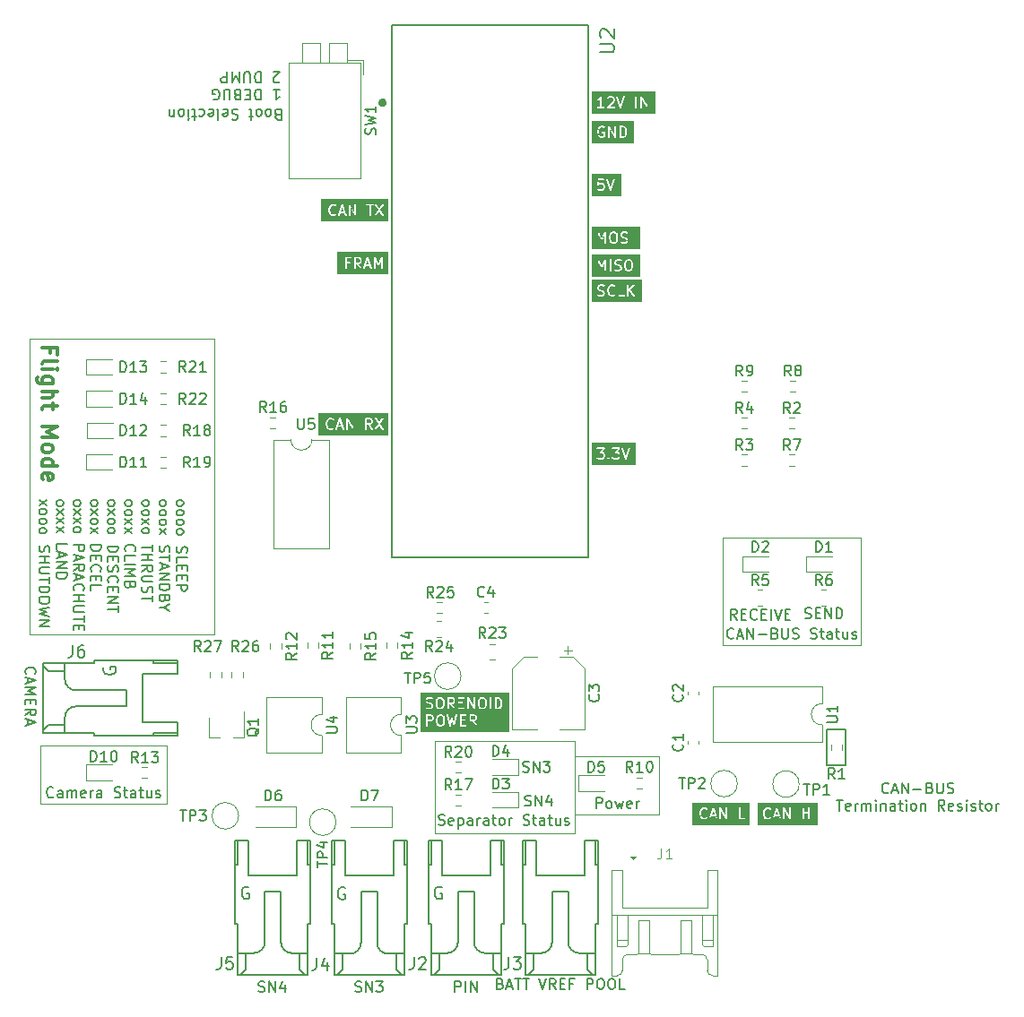
<source format=gbr>
%TF.GenerationSoftware,KiCad,Pcbnew,7.0.1-0*%
%TF.CreationDate,2023-05-25T18:15:44+09:00*%
%TF.ProjectId,FlightModule,466c6967-6874-44d6-9f64-756c652e6b69,rev?*%
%TF.SameCoordinates,Original*%
%TF.FileFunction,Legend,Top*%
%TF.FilePolarity,Positive*%
%FSLAX46Y46*%
G04 Gerber Fmt 4.6, Leading zero omitted, Abs format (unit mm)*
G04 Created by KiCad (PCBNEW 7.0.1-0) date 2023-05-25 18:15:44*
%MOMM*%
%LPD*%
G01*
G04 APERTURE LIST*
%ADD10C,0.100000*%
%ADD11C,0.150000*%
%ADD12C,0.153000*%
%ADD13C,0.200000*%
%ADD14C,0.300000*%
%ADD15C,0.127000*%
%ADD16C,0.120000*%
%ADD17C,0.400000*%
G04 APERTURE END LIST*
D10*
X156500000Y-122000000D02*
X164500000Y-122000000D01*
X164500000Y-127500000D01*
X156500000Y-127500000D01*
X156500000Y-122000000D01*
D11*
X180300000Y-119400000D02*
X182100000Y-119400000D01*
X182100000Y-122800000D01*
X180300000Y-122800000D01*
X180300000Y-119400000D01*
D10*
X105000000Y-82500000D02*
X122500000Y-82500000D01*
X122500000Y-110500000D01*
X105000000Y-110500000D01*
X105000000Y-82500000D01*
X106000000Y-121000000D02*
X118000000Y-121000000D01*
X118000000Y-126500000D01*
X106000000Y-126500000D01*
X106000000Y-121000000D01*
X143250000Y-120550000D02*
X156500000Y-120550000D01*
X156500000Y-129250000D01*
X143250000Y-129250000D01*
X143250000Y-120550000D01*
X170500000Y-101300000D02*
X183500000Y-101300000D01*
X183500000Y-111500000D01*
X170500000Y-111500000D01*
X170500000Y-101300000D01*
D12*
G36*
X161125343Y-62577102D02*
G01*
X161199033Y-62650792D01*
X161237343Y-62727412D01*
X161280642Y-62900607D01*
X161280642Y-63024629D01*
X161237343Y-63197823D01*
X161199032Y-63274444D01*
X161125342Y-63348135D01*
X161011394Y-63386119D01*
X160862214Y-63386119D01*
X160862214Y-62539119D01*
X161011394Y-62539119D01*
X161125343Y-62577102D01*
G37*
G36*
X162102476Y-64063607D02*
G01*
X158127643Y-64063607D01*
X158127643Y-63030809D01*
X158610812Y-63030809D01*
X158613976Y-63043465D01*
X158613976Y-63045047D01*
X158616637Y-63054112D01*
X158660574Y-63229857D01*
X158659626Y-63238643D01*
X158665915Y-63251221D01*
X158666547Y-63253748D01*
X158670820Y-63261032D01*
X158712999Y-63345389D01*
X158715736Y-63357971D01*
X158730655Y-63372891D01*
X158744999Y-63388311D01*
X158746445Y-63388680D01*
X158823944Y-63466180D01*
X158835450Y-63480471D01*
X158850280Y-63485414D01*
X158864004Y-63492908D01*
X158871213Y-63492392D01*
X158990518Y-63532160D01*
X159001346Y-63539119D01*
X159022416Y-63539119D01*
X159043491Y-63539881D01*
X159044777Y-63539119D01*
X159109454Y-63539119D01*
X159121928Y-63542297D01*
X159141925Y-63535630D01*
X159162152Y-63529692D01*
X159163130Y-63528562D01*
X159282185Y-63488877D01*
X159300115Y-63484977D01*
X159311170Y-63473920D01*
X159324007Y-63465000D01*
X159326770Y-63458321D01*
X159353856Y-63431233D01*
X159361735Y-63427636D01*
X159369434Y-63415656D01*
X159371395Y-63413695D01*
X159375354Y-63406443D01*
X159386023Y-63389843D01*
X159386023Y-63386906D01*
X159387431Y-63384327D01*
X159386023Y-63364641D01*
X159386023Y-63039519D01*
X159388441Y-63022700D01*
X159381382Y-63007244D01*
X159376596Y-62990942D01*
X159372197Y-62987130D01*
X159369779Y-62981835D01*
X159355484Y-62972648D01*
X159342644Y-62961522D01*
X159336882Y-62960693D01*
X159331986Y-62957547D01*
X159314995Y-62957547D01*
X159298176Y-62955129D01*
X159292881Y-62957547D01*
X159108047Y-62957547D01*
X159075942Y-62966974D01*
X159046522Y-63000926D01*
X159040129Y-63045394D01*
X159058791Y-63086259D01*
X159096584Y-63110547D01*
X159233023Y-63110547D01*
X159233023Y-63335693D01*
X159220580Y-63348135D01*
X159106632Y-63386119D01*
X159036223Y-63386119D01*
X158922275Y-63348136D01*
X158848585Y-63274444D01*
X158810274Y-63197823D01*
X158766976Y-63024629D01*
X158766976Y-62900608D01*
X158810274Y-62727413D01*
X158848586Y-62650791D01*
X158922275Y-62577101D01*
X159036223Y-62539119D01*
X159148607Y-62539119D01*
X159237531Y-62583581D01*
X159270462Y-62589507D01*
X159311960Y-62572296D01*
X159337565Y-62535382D01*
X159339148Y-62490485D01*
X159333556Y-62481070D01*
X159660530Y-62481070D01*
X159661595Y-62482934D01*
X159661595Y-63473619D01*
X159671022Y-63505724D01*
X159704974Y-63535144D01*
X159749442Y-63541537D01*
X159790307Y-63522875D01*
X159814595Y-63485082D01*
X159814595Y-62750684D01*
X160238649Y-63492780D01*
X160242450Y-63505724D01*
X160257922Y-63519130D01*
X160272673Y-63533322D01*
X160274779Y-63533737D01*
X160276402Y-63535144D01*
X160296662Y-63538056D01*
X160316748Y-63542021D01*
X160318745Y-63541231D01*
X160320870Y-63541537D01*
X160339497Y-63533030D01*
X160358529Y-63525509D01*
X160359781Y-63523767D01*
X160361735Y-63522875D01*
X160372803Y-63505651D01*
X160384751Y-63489032D01*
X160384862Y-63486887D01*
X160386023Y-63485082D01*
X160386023Y-63473966D01*
X160706796Y-63473966D01*
X160713854Y-63489421D01*
X160718641Y-63505724D01*
X160723039Y-63509535D01*
X160725458Y-63514831D01*
X160739752Y-63524017D01*
X160752593Y-63535144D01*
X160758354Y-63535972D01*
X160763251Y-63539119D01*
X160780242Y-63539119D01*
X160797061Y-63541537D01*
X160802356Y-63539119D01*
X161014216Y-63539119D01*
X161026690Y-63542297D01*
X161046687Y-63535630D01*
X161066914Y-63529692D01*
X161067892Y-63528562D01*
X161186949Y-63488876D01*
X161204876Y-63484977D01*
X161215930Y-63473922D01*
X161228769Y-63465000D01*
X161231532Y-63458320D01*
X161309214Y-63380637D01*
X161320282Y-63374064D01*
X161329706Y-63355215D01*
X161339812Y-63336708D01*
X161339705Y-63335217D01*
X161371852Y-63270922D01*
X161378291Y-63264869D01*
X161381702Y-63251222D01*
X161382866Y-63248896D01*
X161384360Y-63240591D01*
X161428304Y-63064814D01*
X161433642Y-63056510D01*
X161433642Y-63043466D01*
X161434026Y-63041930D01*
X161433642Y-63032483D01*
X161433642Y-62903780D01*
X161436806Y-62894428D01*
X161433642Y-62881772D01*
X161433642Y-62880190D01*
X161430980Y-62871125D01*
X161387043Y-62695378D01*
X161387992Y-62686593D01*
X161381702Y-62674014D01*
X161381071Y-62671488D01*
X161376797Y-62664203D01*
X161334617Y-62579843D01*
X161331881Y-62567266D01*
X161316985Y-62552370D01*
X161302619Y-62536926D01*
X161301170Y-62536555D01*
X161223671Y-62459056D01*
X161212167Y-62444767D01*
X161197337Y-62439823D01*
X161183614Y-62432330D01*
X161176403Y-62432845D01*
X161057099Y-62393077D01*
X161046272Y-62386119D01*
X161025202Y-62386119D01*
X161004126Y-62385357D01*
X161002840Y-62386119D01*
X160791186Y-62386119D01*
X160774367Y-62383701D01*
X160758911Y-62390759D01*
X160742609Y-62395546D01*
X160738797Y-62399944D01*
X160733502Y-62402363D01*
X160724315Y-62416657D01*
X160713189Y-62429498D01*
X160712360Y-62435259D01*
X160709214Y-62440156D01*
X160709214Y-62457147D01*
X160706796Y-62473966D01*
X160709214Y-62479261D01*
X160709214Y-63457147D01*
X160706796Y-63473966D01*
X160386023Y-63473966D01*
X160386023Y-63464613D01*
X160387088Y-63444168D01*
X160386023Y-63442304D01*
X160386023Y-62451619D01*
X160376596Y-62419514D01*
X160342644Y-62390094D01*
X160298176Y-62383701D01*
X160257311Y-62402363D01*
X160233023Y-62440156D01*
X160233023Y-63174554D01*
X159808968Y-62432457D01*
X159805168Y-62419514D01*
X159789695Y-62406107D01*
X159774945Y-62391916D01*
X159772838Y-62391500D01*
X159771216Y-62390094D01*
X159750955Y-62387181D01*
X159730870Y-62383217D01*
X159728872Y-62384006D01*
X159726748Y-62383701D01*
X159708120Y-62392207D01*
X159689089Y-62399729D01*
X159687837Y-62401470D01*
X159685883Y-62402363D01*
X159674810Y-62419591D01*
X159662867Y-62436207D01*
X159662755Y-62438350D01*
X159661595Y-62440156D01*
X159661595Y-62460625D01*
X159660530Y-62481070D01*
X159333556Y-62481070D01*
X159316207Y-62451860D01*
X159204564Y-62396038D01*
X159189129Y-62386119D01*
X159173495Y-62386119D01*
X159158108Y-62383350D01*
X159151432Y-62386119D01*
X159033401Y-62386119D01*
X159020927Y-62382941D01*
X159000921Y-62389609D01*
X158980704Y-62395546D01*
X158979725Y-62396674D01*
X158860666Y-62436361D01*
X158842742Y-62440261D01*
X158831688Y-62451314D01*
X158818849Y-62460238D01*
X158816085Y-62466917D01*
X158738403Y-62544599D01*
X158727336Y-62551173D01*
X158717913Y-62570017D01*
X158707806Y-62588528D01*
X158707912Y-62590019D01*
X158675765Y-62654314D01*
X158669327Y-62660368D01*
X158665915Y-62674014D01*
X158664752Y-62676341D01*
X158663257Y-62684646D01*
X158619313Y-62860421D01*
X158613976Y-62868727D01*
X158613976Y-62881772D01*
X158613592Y-62883308D01*
X158613976Y-62892755D01*
X158613976Y-63021457D01*
X158610812Y-63030809D01*
X158127643Y-63030809D01*
X158127643Y-61936393D01*
X162102476Y-61936393D01*
X162102476Y-64063607D01*
G37*
G36*
X161740398Y-75173110D02*
G01*
X161811874Y-75244586D01*
X161852070Y-75405369D01*
X161852070Y-75719867D01*
X161811874Y-75880650D01*
X161740397Y-75952128D01*
X161672416Y-75986119D01*
X161518058Y-75986119D01*
X161450076Y-75952128D01*
X161378599Y-75880650D01*
X161338404Y-75719867D01*
X161338404Y-75405370D01*
X161378600Y-75244585D01*
X161450077Y-75173109D01*
X161518057Y-75139119D01*
X161672416Y-75139119D01*
X161740398Y-75173110D01*
G37*
G36*
X162673904Y-76663607D02*
G01*
X158127643Y-76663607D01*
X158127643Y-75074614D01*
X158659273Y-75074614D01*
X158661595Y-75079590D01*
X158661595Y-76073619D01*
X158671022Y-76105724D01*
X158704974Y-76135144D01*
X158749442Y-76141537D01*
X158790307Y-76122875D01*
X158814595Y-76085082D01*
X158814595Y-75407447D01*
X159001830Y-75808666D01*
X159010745Y-75828619D01*
X159020874Y-75835247D01*
X159028876Y-75844329D01*
X159039282Y-75847292D01*
X159048337Y-75853217D01*
X159060440Y-75853316D01*
X159072084Y-75856632D01*
X159082441Y-75853497D01*
X159093260Y-75853587D01*
X159103497Y-75847126D01*
X159115084Y-75843620D01*
X159122102Y-75835384D01*
X159131252Y-75829610D01*
X159136370Y-75818642D01*
X159144223Y-75809428D01*
X159145674Y-75798703D01*
X159328261Y-75407448D01*
X159328261Y-76073619D01*
X159337688Y-76105724D01*
X159371640Y-76135144D01*
X159416108Y-76141537D01*
X159456973Y-76122875D01*
X159481261Y-76085082D01*
X159481261Y-76073619D01*
X159804452Y-76073619D01*
X159813879Y-76105724D01*
X159847831Y-76135144D01*
X159892299Y-76141537D01*
X159933164Y-76122875D01*
X159957452Y-76085082D01*
X159957452Y-75261653D01*
X160230254Y-75261653D01*
X160233023Y-75268329D01*
X160233023Y-75344215D01*
X160231054Y-75362453D01*
X160238044Y-75376433D01*
X160242450Y-75391438D01*
X160247913Y-75396172D01*
X160284428Y-75469201D01*
X160287165Y-75481781D01*
X160302071Y-75496687D01*
X160316427Y-75512121D01*
X160317874Y-75512491D01*
X160343885Y-75538501D01*
X160350458Y-75549568D01*
X160369303Y-75558990D01*
X160387813Y-75569097D01*
X160389302Y-75568990D01*
X160453599Y-75601138D01*
X160459653Y-75607577D01*
X160473299Y-75610988D01*
X160475626Y-75612152D01*
X160483930Y-75613646D01*
X160663775Y-75658607D01*
X160740397Y-75696918D01*
X160770461Y-75726983D01*
X160804451Y-75794962D01*
X160804451Y-75854083D01*
X160770460Y-75922064D01*
X160740397Y-75952128D01*
X160672416Y-75986119D01*
X160464794Y-75986119D01*
X160323279Y-75938947D01*
X160289840Y-75937738D01*
X160251194Y-75960644D01*
X160231067Y-76000809D01*
X160235848Y-76045478D01*
X160264021Y-76080471D01*
X160419089Y-76132160D01*
X160429917Y-76139119D01*
X160450987Y-76139119D01*
X160472062Y-76139881D01*
X160473348Y-76139119D01*
X160686357Y-76139119D01*
X160704595Y-76141088D01*
X160718575Y-76134097D01*
X160733580Y-76129692D01*
X160738314Y-76124228D01*
X160811343Y-76087713D01*
X160823924Y-76084977D01*
X160838835Y-76070065D01*
X160854263Y-76055715D01*
X160854633Y-76054266D01*
X160880642Y-76028256D01*
X160891710Y-76021683D01*
X160901134Y-76002834D01*
X160911240Y-75984327D01*
X160911133Y-75982836D01*
X160947531Y-75910040D01*
X160957451Y-75894605D01*
X160957451Y-75878971D01*
X160960220Y-75863584D01*
X160957451Y-75856908D01*
X160957451Y-75781021D01*
X160959420Y-75762783D01*
X160952429Y-75748801D01*
X160948024Y-75733799D01*
X160942561Y-75729065D01*
X160941052Y-75726047D01*
X161182240Y-75726047D01*
X161185404Y-75738703D01*
X161185404Y-75740285D01*
X161188065Y-75749350D01*
X161235015Y-75937146D01*
X161239545Y-75957971D01*
X161248500Y-75966926D01*
X161254907Y-75977846D01*
X161264055Y-75982482D01*
X161343885Y-76062312D01*
X161350458Y-76073378D01*
X161369295Y-76082796D01*
X161387813Y-76092908D01*
X161389304Y-76092801D01*
X161462100Y-76129199D01*
X161477536Y-76139119D01*
X161493170Y-76139119D01*
X161508557Y-76141888D01*
X161515233Y-76139119D01*
X161686357Y-76139119D01*
X161704595Y-76141088D01*
X161718575Y-76134097D01*
X161733580Y-76129692D01*
X161738314Y-76124228D01*
X161811343Y-76087713D01*
X161823923Y-76084977D01*
X161838825Y-76070074D01*
X161854263Y-76055715D01*
X161854633Y-76054266D01*
X161934201Y-75974697D01*
X161949719Y-75960107D01*
X161952790Y-75947822D01*
X161958859Y-75936708D01*
X161958127Y-75926474D01*
X161999732Y-75760052D01*
X162005070Y-75751748D01*
X162005070Y-75738704D01*
X162005454Y-75737168D01*
X162005070Y-75727721D01*
X162005070Y-75408542D01*
X162008234Y-75399190D01*
X162005070Y-75386534D01*
X162005070Y-75384952D01*
X162002408Y-75375887D01*
X161955453Y-75188067D01*
X161950928Y-75167266D01*
X161941976Y-75158314D01*
X161935567Y-75147390D01*
X161926413Y-75142751D01*
X161846589Y-75062927D01*
X161840016Y-75051860D01*
X161821171Y-75042437D01*
X161802661Y-75032330D01*
X161801169Y-75032436D01*
X161728373Y-74996038D01*
X161712938Y-74986119D01*
X161697304Y-74986119D01*
X161681917Y-74983350D01*
X161675241Y-74986119D01*
X161504116Y-74986119D01*
X161485878Y-74984150D01*
X161471896Y-74991140D01*
X161456894Y-74995546D01*
X161452160Y-75001008D01*
X161379128Y-75037524D01*
X161366551Y-75040261D01*
X161351655Y-75055156D01*
X161336211Y-75069523D01*
X161335840Y-75070971D01*
X161256274Y-75150537D01*
X161240755Y-75165130D01*
X161237684Y-75177413D01*
X161231615Y-75188528D01*
X161232346Y-75198762D01*
X161190741Y-75365183D01*
X161185404Y-75373489D01*
X161185404Y-75386534D01*
X161185020Y-75388070D01*
X161185404Y-75397517D01*
X161185404Y-75716695D01*
X161182240Y-75726047D01*
X160941052Y-75726047D01*
X160906045Y-75656033D01*
X160903309Y-75643456D01*
X160888413Y-75628560D01*
X160874047Y-75613116D01*
X160872598Y-75612745D01*
X160846589Y-75586736D01*
X160840016Y-75575669D01*
X160821171Y-75566246D01*
X160802661Y-75556139D01*
X160801169Y-75556245D01*
X160736874Y-75524098D01*
X160730821Y-75517660D01*
X160717175Y-75514248D01*
X160714848Y-75513085D01*
X160706542Y-75511590D01*
X160526699Y-75466629D01*
X160450076Y-75428318D01*
X160420014Y-75398256D01*
X160386023Y-75330274D01*
X160386023Y-75271154D01*
X160420013Y-75203172D01*
X160450078Y-75173108D01*
X160518057Y-75139119D01*
X160725679Y-75139119D01*
X160867195Y-75186291D01*
X160900633Y-75187500D01*
X160939280Y-75164594D01*
X160959407Y-75124429D01*
X160954625Y-75079760D01*
X160926452Y-75044767D01*
X160771384Y-74993077D01*
X160760557Y-74986119D01*
X160739487Y-74986119D01*
X160718411Y-74985357D01*
X160717125Y-74986119D01*
X160504116Y-74986119D01*
X160485878Y-74984150D01*
X160471896Y-74991140D01*
X160456894Y-74995546D01*
X160452160Y-75001008D01*
X160379128Y-75037524D01*
X160366551Y-75040261D01*
X160351655Y-75055156D01*
X160336211Y-75069523D01*
X160335840Y-75070971D01*
X160309831Y-75096980D01*
X160298764Y-75103554D01*
X160289341Y-75122398D01*
X160279234Y-75140909D01*
X160279340Y-75142400D01*
X160242942Y-75215196D01*
X160233023Y-75230632D01*
X160233023Y-75246266D01*
X160230254Y-75261653D01*
X159957452Y-75261653D01*
X159957452Y-75051619D01*
X159948025Y-75019514D01*
X159914073Y-74990094D01*
X159869605Y-74983701D01*
X159828740Y-75002363D01*
X159804452Y-75040156D01*
X159804452Y-76073619D01*
X159481261Y-76073619D01*
X159481261Y-75068409D01*
X159483770Y-75051922D01*
X159476709Y-75036117D01*
X159471834Y-75019514D01*
X159467685Y-75015919D01*
X159465445Y-75010904D01*
X159450959Y-75001425D01*
X159437882Y-74990094D01*
X159432447Y-74989312D01*
X159427852Y-74986306D01*
X159410542Y-74986163D01*
X159393414Y-74983701D01*
X159388420Y-74985981D01*
X159382929Y-74985936D01*
X159368289Y-74995174D01*
X159352549Y-75002363D01*
X159349581Y-75006981D01*
X159344937Y-75009912D01*
X159337616Y-75025597D01*
X159328261Y-75040156D01*
X159328261Y-75045646D01*
X159071427Y-75596003D01*
X158809866Y-75035515D01*
X158805168Y-75019514D01*
X158792087Y-75008179D01*
X158780647Y-74995194D01*
X158775366Y-74993690D01*
X158771216Y-74990094D01*
X158754083Y-74987630D01*
X158737439Y-74982892D01*
X158732182Y-74984482D01*
X158726748Y-74983701D01*
X158711004Y-74990890D01*
X158694439Y-74995903D01*
X158690877Y-75000082D01*
X158685883Y-75002363D01*
X158676525Y-75016923D01*
X158665300Y-75030096D01*
X158664563Y-75035537D01*
X158661595Y-75040156D01*
X158661595Y-75057463D01*
X158659273Y-75074614D01*
X158127643Y-75074614D01*
X158127643Y-74536393D01*
X162673904Y-74536393D01*
X162673904Y-76663607D01*
G37*
X151790476Y-126615000D02*
X151933333Y-126662619D01*
X151933333Y-126662619D02*
X152171428Y-126662619D01*
X152171428Y-126662619D02*
X152266666Y-126615000D01*
X152266666Y-126615000D02*
X152314285Y-126567380D01*
X152314285Y-126567380D02*
X152361904Y-126472142D01*
X152361904Y-126472142D02*
X152361904Y-126376904D01*
X152361904Y-126376904D02*
X152314285Y-126281666D01*
X152314285Y-126281666D02*
X152266666Y-126234047D01*
X152266666Y-126234047D02*
X152171428Y-126186428D01*
X152171428Y-126186428D02*
X151980952Y-126138809D01*
X151980952Y-126138809D02*
X151885714Y-126091190D01*
X151885714Y-126091190D02*
X151838095Y-126043571D01*
X151838095Y-126043571D02*
X151790476Y-125948333D01*
X151790476Y-125948333D02*
X151790476Y-125853095D01*
X151790476Y-125853095D02*
X151838095Y-125757857D01*
X151838095Y-125757857D02*
X151885714Y-125710238D01*
X151885714Y-125710238D02*
X151980952Y-125662619D01*
X151980952Y-125662619D02*
X152219047Y-125662619D01*
X152219047Y-125662619D02*
X152361904Y-125710238D01*
X152790476Y-126662619D02*
X152790476Y-125662619D01*
X152790476Y-125662619D02*
X153361904Y-126662619D01*
X153361904Y-126662619D02*
X153361904Y-125662619D01*
X154266666Y-125995952D02*
X154266666Y-126662619D01*
X154028571Y-125615000D02*
X153790476Y-126329285D01*
X153790476Y-126329285D02*
X154409523Y-126329285D01*
X128038095Y-58942380D02*
X128609523Y-58942380D01*
X128323809Y-58942380D02*
X128323809Y-59942380D01*
X128323809Y-59942380D02*
X128419047Y-59799523D01*
X128419047Y-59799523D02*
X128514285Y-59704285D01*
X128514285Y-59704285D02*
X128609523Y-59656666D01*
X126847618Y-58942380D02*
X126847618Y-59942380D01*
X126847618Y-59942380D02*
X126609523Y-59942380D01*
X126609523Y-59942380D02*
X126466666Y-59894761D01*
X126466666Y-59894761D02*
X126371428Y-59799523D01*
X126371428Y-59799523D02*
X126323809Y-59704285D01*
X126323809Y-59704285D02*
X126276190Y-59513809D01*
X126276190Y-59513809D02*
X126276190Y-59370952D01*
X126276190Y-59370952D02*
X126323809Y-59180476D01*
X126323809Y-59180476D02*
X126371428Y-59085238D01*
X126371428Y-59085238D02*
X126466666Y-58990000D01*
X126466666Y-58990000D02*
X126609523Y-58942380D01*
X126609523Y-58942380D02*
X126847618Y-58942380D01*
X125847618Y-59466190D02*
X125514285Y-59466190D01*
X125371428Y-58942380D02*
X125847618Y-58942380D01*
X125847618Y-58942380D02*
X125847618Y-59942380D01*
X125847618Y-59942380D02*
X125371428Y-59942380D01*
X124609523Y-59466190D02*
X124466666Y-59418571D01*
X124466666Y-59418571D02*
X124419047Y-59370952D01*
X124419047Y-59370952D02*
X124371428Y-59275714D01*
X124371428Y-59275714D02*
X124371428Y-59132857D01*
X124371428Y-59132857D02*
X124419047Y-59037619D01*
X124419047Y-59037619D02*
X124466666Y-58990000D01*
X124466666Y-58990000D02*
X124561904Y-58942380D01*
X124561904Y-58942380D02*
X124942856Y-58942380D01*
X124942856Y-58942380D02*
X124942856Y-59942380D01*
X124942856Y-59942380D02*
X124609523Y-59942380D01*
X124609523Y-59942380D02*
X124514285Y-59894761D01*
X124514285Y-59894761D02*
X124466666Y-59847142D01*
X124466666Y-59847142D02*
X124419047Y-59751904D01*
X124419047Y-59751904D02*
X124419047Y-59656666D01*
X124419047Y-59656666D02*
X124466666Y-59561428D01*
X124466666Y-59561428D02*
X124514285Y-59513809D01*
X124514285Y-59513809D02*
X124609523Y-59466190D01*
X124609523Y-59466190D02*
X124942856Y-59466190D01*
X123942856Y-59942380D02*
X123942856Y-59132857D01*
X123942856Y-59132857D02*
X123895237Y-59037619D01*
X123895237Y-59037619D02*
X123847618Y-58990000D01*
X123847618Y-58990000D02*
X123752380Y-58942380D01*
X123752380Y-58942380D02*
X123561904Y-58942380D01*
X123561904Y-58942380D02*
X123466666Y-58990000D01*
X123466666Y-58990000D02*
X123419047Y-59037619D01*
X123419047Y-59037619D02*
X123371428Y-59132857D01*
X123371428Y-59132857D02*
X123371428Y-59942380D01*
X122371428Y-59894761D02*
X122466666Y-59942380D01*
X122466666Y-59942380D02*
X122609523Y-59942380D01*
X122609523Y-59942380D02*
X122752380Y-59894761D01*
X122752380Y-59894761D02*
X122847618Y-59799523D01*
X122847618Y-59799523D02*
X122895237Y-59704285D01*
X122895237Y-59704285D02*
X122942856Y-59513809D01*
X122942856Y-59513809D02*
X122942856Y-59370952D01*
X122942856Y-59370952D02*
X122895237Y-59180476D01*
X122895237Y-59180476D02*
X122847618Y-59085238D01*
X122847618Y-59085238D02*
X122752380Y-58990000D01*
X122752380Y-58990000D02*
X122609523Y-58942380D01*
X122609523Y-58942380D02*
X122514285Y-58942380D01*
X122514285Y-58942380D02*
X122371428Y-58990000D01*
X122371428Y-58990000D02*
X122323809Y-59037619D01*
X122323809Y-59037619D02*
X122323809Y-59370952D01*
X122323809Y-59370952D02*
X122514285Y-59370952D01*
X128609523Y-58227142D02*
X128561904Y-58274761D01*
X128561904Y-58274761D02*
X128466666Y-58322380D01*
X128466666Y-58322380D02*
X128228571Y-58322380D01*
X128228571Y-58322380D02*
X128133333Y-58274761D01*
X128133333Y-58274761D02*
X128085714Y-58227142D01*
X128085714Y-58227142D02*
X128038095Y-58131904D01*
X128038095Y-58131904D02*
X128038095Y-58036666D01*
X128038095Y-58036666D02*
X128085714Y-57893809D01*
X128085714Y-57893809D02*
X128657142Y-57322380D01*
X128657142Y-57322380D02*
X128038095Y-57322380D01*
X126847618Y-57322380D02*
X126847618Y-58322380D01*
X126847618Y-58322380D02*
X126609523Y-58322380D01*
X126609523Y-58322380D02*
X126466666Y-58274761D01*
X126466666Y-58274761D02*
X126371428Y-58179523D01*
X126371428Y-58179523D02*
X126323809Y-58084285D01*
X126323809Y-58084285D02*
X126276190Y-57893809D01*
X126276190Y-57893809D02*
X126276190Y-57750952D01*
X126276190Y-57750952D02*
X126323809Y-57560476D01*
X126323809Y-57560476D02*
X126371428Y-57465238D01*
X126371428Y-57465238D02*
X126466666Y-57370000D01*
X126466666Y-57370000D02*
X126609523Y-57322380D01*
X126609523Y-57322380D02*
X126847618Y-57322380D01*
X125847618Y-58322380D02*
X125847618Y-57512857D01*
X125847618Y-57512857D02*
X125799999Y-57417619D01*
X125799999Y-57417619D02*
X125752380Y-57370000D01*
X125752380Y-57370000D02*
X125657142Y-57322380D01*
X125657142Y-57322380D02*
X125466666Y-57322380D01*
X125466666Y-57322380D02*
X125371428Y-57370000D01*
X125371428Y-57370000D02*
X125323809Y-57417619D01*
X125323809Y-57417619D02*
X125276190Y-57512857D01*
X125276190Y-57512857D02*
X125276190Y-58322380D01*
X124799999Y-57322380D02*
X124799999Y-58322380D01*
X124799999Y-58322380D02*
X124466666Y-57608095D01*
X124466666Y-57608095D02*
X124133333Y-58322380D01*
X124133333Y-58322380D02*
X124133333Y-57322380D01*
X123657142Y-57322380D02*
X123657142Y-58322380D01*
X123657142Y-58322380D02*
X123276190Y-58322380D01*
X123276190Y-58322380D02*
X123180952Y-58274761D01*
X123180952Y-58274761D02*
X123133333Y-58227142D01*
X123133333Y-58227142D02*
X123085714Y-58131904D01*
X123085714Y-58131904D02*
X123085714Y-57989047D01*
X123085714Y-57989047D02*
X123133333Y-57893809D01*
X123133333Y-57893809D02*
X123180952Y-57846190D01*
X123180952Y-57846190D02*
X123276190Y-57798571D01*
X123276190Y-57798571D02*
X123657142Y-57798571D01*
D13*
X128452381Y-61346190D02*
X128309524Y-61298571D01*
X128309524Y-61298571D02*
X128261905Y-61250952D01*
X128261905Y-61250952D02*
X128214286Y-61155714D01*
X128214286Y-61155714D02*
X128214286Y-61012857D01*
X128214286Y-61012857D02*
X128261905Y-60917619D01*
X128261905Y-60917619D02*
X128309524Y-60870000D01*
X128309524Y-60870000D02*
X128404762Y-60822380D01*
X128404762Y-60822380D02*
X128785714Y-60822380D01*
X128785714Y-60822380D02*
X128785714Y-61822380D01*
X128785714Y-61822380D02*
X128452381Y-61822380D01*
X128452381Y-61822380D02*
X128357143Y-61774761D01*
X128357143Y-61774761D02*
X128309524Y-61727142D01*
X128309524Y-61727142D02*
X128261905Y-61631904D01*
X128261905Y-61631904D02*
X128261905Y-61536666D01*
X128261905Y-61536666D02*
X128309524Y-61441428D01*
X128309524Y-61441428D02*
X128357143Y-61393809D01*
X128357143Y-61393809D02*
X128452381Y-61346190D01*
X128452381Y-61346190D02*
X128785714Y-61346190D01*
X127642857Y-60822380D02*
X127738095Y-60870000D01*
X127738095Y-60870000D02*
X127785714Y-60917619D01*
X127785714Y-60917619D02*
X127833333Y-61012857D01*
X127833333Y-61012857D02*
X127833333Y-61298571D01*
X127833333Y-61298571D02*
X127785714Y-61393809D01*
X127785714Y-61393809D02*
X127738095Y-61441428D01*
X127738095Y-61441428D02*
X127642857Y-61489047D01*
X127642857Y-61489047D02*
X127500000Y-61489047D01*
X127500000Y-61489047D02*
X127404762Y-61441428D01*
X127404762Y-61441428D02*
X127357143Y-61393809D01*
X127357143Y-61393809D02*
X127309524Y-61298571D01*
X127309524Y-61298571D02*
X127309524Y-61012857D01*
X127309524Y-61012857D02*
X127357143Y-60917619D01*
X127357143Y-60917619D02*
X127404762Y-60870000D01*
X127404762Y-60870000D02*
X127500000Y-60822380D01*
X127500000Y-60822380D02*
X127642857Y-60822380D01*
X126738095Y-60822380D02*
X126833333Y-60870000D01*
X126833333Y-60870000D02*
X126880952Y-60917619D01*
X126880952Y-60917619D02*
X126928571Y-61012857D01*
X126928571Y-61012857D02*
X126928571Y-61298571D01*
X126928571Y-61298571D02*
X126880952Y-61393809D01*
X126880952Y-61393809D02*
X126833333Y-61441428D01*
X126833333Y-61441428D02*
X126738095Y-61489047D01*
X126738095Y-61489047D02*
X126595238Y-61489047D01*
X126595238Y-61489047D02*
X126500000Y-61441428D01*
X126500000Y-61441428D02*
X126452381Y-61393809D01*
X126452381Y-61393809D02*
X126404762Y-61298571D01*
X126404762Y-61298571D02*
X126404762Y-61012857D01*
X126404762Y-61012857D02*
X126452381Y-60917619D01*
X126452381Y-60917619D02*
X126500000Y-60870000D01*
X126500000Y-60870000D02*
X126595238Y-60822380D01*
X126595238Y-60822380D02*
X126738095Y-60822380D01*
X126119047Y-61489047D02*
X125738095Y-61489047D01*
X125976190Y-61822380D02*
X125976190Y-60965238D01*
X125976190Y-60965238D02*
X125928571Y-60870000D01*
X125928571Y-60870000D02*
X125833333Y-60822380D01*
X125833333Y-60822380D02*
X125738095Y-60822380D01*
X124690475Y-60870000D02*
X124547618Y-60822380D01*
X124547618Y-60822380D02*
X124309523Y-60822380D01*
X124309523Y-60822380D02*
X124214285Y-60870000D01*
X124214285Y-60870000D02*
X124166666Y-60917619D01*
X124166666Y-60917619D02*
X124119047Y-61012857D01*
X124119047Y-61012857D02*
X124119047Y-61108095D01*
X124119047Y-61108095D02*
X124166666Y-61203333D01*
X124166666Y-61203333D02*
X124214285Y-61250952D01*
X124214285Y-61250952D02*
X124309523Y-61298571D01*
X124309523Y-61298571D02*
X124499999Y-61346190D01*
X124499999Y-61346190D02*
X124595237Y-61393809D01*
X124595237Y-61393809D02*
X124642856Y-61441428D01*
X124642856Y-61441428D02*
X124690475Y-61536666D01*
X124690475Y-61536666D02*
X124690475Y-61631904D01*
X124690475Y-61631904D02*
X124642856Y-61727142D01*
X124642856Y-61727142D02*
X124595237Y-61774761D01*
X124595237Y-61774761D02*
X124499999Y-61822380D01*
X124499999Y-61822380D02*
X124261904Y-61822380D01*
X124261904Y-61822380D02*
X124119047Y-61774761D01*
X123309523Y-60870000D02*
X123404761Y-60822380D01*
X123404761Y-60822380D02*
X123595237Y-60822380D01*
X123595237Y-60822380D02*
X123690475Y-60870000D01*
X123690475Y-60870000D02*
X123738094Y-60965238D01*
X123738094Y-60965238D02*
X123738094Y-61346190D01*
X123738094Y-61346190D02*
X123690475Y-61441428D01*
X123690475Y-61441428D02*
X123595237Y-61489047D01*
X123595237Y-61489047D02*
X123404761Y-61489047D01*
X123404761Y-61489047D02*
X123309523Y-61441428D01*
X123309523Y-61441428D02*
X123261904Y-61346190D01*
X123261904Y-61346190D02*
X123261904Y-61250952D01*
X123261904Y-61250952D02*
X123738094Y-61155714D01*
X122690475Y-60822380D02*
X122785713Y-60870000D01*
X122785713Y-60870000D02*
X122833332Y-60965238D01*
X122833332Y-60965238D02*
X122833332Y-61822380D01*
X121928570Y-60870000D02*
X122023808Y-60822380D01*
X122023808Y-60822380D02*
X122214284Y-60822380D01*
X122214284Y-60822380D02*
X122309522Y-60870000D01*
X122309522Y-60870000D02*
X122357141Y-60965238D01*
X122357141Y-60965238D02*
X122357141Y-61346190D01*
X122357141Y-61346190D02*
X122309522Y-61441428D01*
X122309522Y-61441428D02*
X122214284Y-61489047D01*
X122214284Y-61489047D02*
X122023808Y-61489047D01*
X122023808Y-61489047D02*
X121928570Y-61441428D01*
X121928570Y-61441428D02*
X121880951Y-61346190D01*
X121880951Y-61346190D02*
X121880951Y-61250952D01*
X121880951Y-61250952D02*
X122357141Y-61155714D01*
X121023808Y-60870000D02*
X121119046Y-60822380D01*
X121119046Y-60822380D02*
X121309522Y-60822380D01*
X121309522Y-60822380D02*
X121404760Y-60870000D01*
X121404760Y-60870000D02*
X121452379Y-60917619D01*
X121452379Y-60917619D02*
X121499998Y-61012857D01*
X121499998Y-61012857D02*
X121499998Y-61298571D01*
X121499998Y-61298571D02*
X121452379Y-61393809D01*
X121452379Y-61393809D02*
X121404760Y-61441428D01*
X121404760Y-61441428D02*
X121309522Y-61489047D01*
X121309522Y-61489047D02*
X121119046Y-61489047D01*
X121119046Y-61489047D02*
X121023808Y-61441428D01*
X120738093Y-61489047D02*
X120357141Y-61489047D01*
X120595236Y-61822380D02*
X120595236Y-60965238D01*
X120595236Y-60965238D02*
X120547617Y-60870000D01*
X120547617Y-60870000D02*
X120452379Y-60822380D01*
X120452379Y-60822380D02*
X120357141Y-60822380D01*
X120023807Y-60822380D02*
X120023807Y-61489047D01*
X120023807Y-61822380D02*
X120071426Y-61774761D01*
X120071426Y-61774761D02*
X120023807Y-61727142D01*
X120023807Y-61727142D02*
X119976188Y-61774761D01*
X119976188Y-61774761D02*
X120023807Y-61822380D01*
X120023807Y-61822380D02*
X120023807Y-61727142D01*
X119404760Y-60822380D02*
X119499998Y-60870000D01*
X119499998Y-60870000D02*
X119547617Y-60917619D01*
X119547617Y-60917619D02*
X119595236Y-61012857D01*
X119595236Y-61012857D02*
X119595236Y-61298571D01*
X119595236Y-61298571D02*
X119547617Y-61393809D01*
X119547617Y-61393809D02*
X119499998Y-61441428D01*
X119499998Y-61441428D02*
X119404760Y-61489047D01*
X119404760Y-61489047D02*
X119261903Y-61489047D01*
X119261903Y-61489047D02*
X119166665Y-61441428D01*
X119166665Y-61441428D02*
X119119046Y-61393809D01*
X119119046Y-61393809D02*
X119071427Y-61298571D01*
X119071427Y-61298571D02*
X119071427Y-61012857D01*
X119071427Y-61012857D02*
X119119046Y-60917619D01*
X119119046Y-60917619D02*
X119166665Y-60870000D01*
X119166665Y-60870000D02*
X119261903Y-60822380D01*
X119261903Y-60822380D02*
X119404760Y-60822380D01*
X118642855Y-61489047D02*
X118642855Y-60822380D01*
X118642855Y-61393809D02*
X118595236Y-61441428D01*
X118595236Y-61441428D02*
X118499998Y-61489047D01*
X118499998Y-61489047D02*
X118357141Y-61489047D01*
X118357141Y-61489047D02*
X118261903Y-61441428D01*
X118261903Y-61441428D02*
X118214284Y-61346190D01*
X118214284Y-61346190D02*
X118214284Y-60822380D01*
D12*
X135784286Y-144200000D02*
X135927143Y-144247619D01*
X135927143Y-144247619D02*
X136165238Y-144247619D01*
X136165238Y-144247619D02*
X136260476Y-144200000D01*
X136260476Y-144200000D02*
X136308095Y-144152380D01*
X136308095Y-144152380D02*
X136355714Y-144057142D01*
X136355714Y-144057142D02*
X136355714Y-143961904D01*
X136355714Y-143961904D02*
X136308095Y-143866666D01*
X136308095Y-143866666D02*
X136260476Y-143819047D01*
X136260476Y-143819047D02*
X136165238Y-143771428D01*
X136165238Y-143771428D02*
X135974762Y-143723809D01*
X135974762Y-143723809D02*
X135879524Y-143676190D01*
X135879524Y-143676190D02*
X135831905Y-143628571D01*
X135831905Y-143628571D02*
X135784286Y-143533333D01*
X135784286Y-143533333D02*
X135784286Y-143438095D01*
X135784286Y-143438095D02*
X135831905Y-143342857D01*
X135831905Y-143342857D02*
X135879524Y-143295238D01*
X135879524Y-143295238D02*
X135974762Y-143247619D01*
X135974762Y-143247619D02*
X136212857Y-143247619D01*
X136212857Y-143247619D02*
X136355714Y-143295238D01*
X136784286Y-144247619D02*
X136784286Y-143247619D01*
X136784286Y-143247619D02*
X137355714Y-144247619D01*
X137355714Y-144247619D02*
X137355714Y-143247619D01*
X137736667Y-143247619D02*
X138355714Y-143247619D01*
X138355714Y-143247619D02*
X138022381Y-143628571D01*
X138022381Y-143628571D02*
X138165238Y-143628571D01*
X138165238Y-143628571D02*
X138260476Y-143676190D01*
X138260476Y-143676190D02*
X138308095Y-143723809D01*
X138308095Y-143723809D02*
X138355714Y-143819047D01*
X138355714Y-143819047D02*
X138355714Y-144057142D01*
X138355714Y-144057142D02*
X138308095Y-144152380D01*
X138308095Y-144152380D02*
X138260476Y-144200000D01*
X138260476Y-144200000D02*
X138165238Y-144247619D01*
X138165238Y-144247619D02*
X137879524Y-144247619D01*
X137879524Y-144247619D02*
X137784286Y-144200000D01*
X137784286Y-144200000D02*
X137736667Y-144152380D01*
G36*
X143968970Y-118183110D02*
G01*
X144040446Y-118254586D01*
X144080642Y-118415369D01*
X144080642Y-118729867D01*
X144040446Y-118890650D01*
X143968969Y-118962128D01*
X143900988Y-118996119D01*
X143746630Y-118996119D01*
X143678648Y-118962128D01*
X143607171Y-118890650D01*
X143566976Y-118729867D01*
X143566976Y-118415370D01*
X143607172Y-118254585D01*
X143678649Y-118183109D01*
X143746629Y-118149119D01*
X143900988Y-118149119D01*
X143968970Y-118183110D01*
G37*
G36*
X147064207Y-118183109D02*
G01*
X147094271Y-118213174D01*
X147128261Y-118281153D01*
X147128261Y-118387893D01*
X147094270Y-118455875D01*
X147064208Y-118485937D01*
X146996226Y-118519928D01*
X146875382Y-118519928D01*
X146856972Y-118518020D01*
X146853196Y-118519928D01*
X146709833Y-118519928D01*
X146709833Y-118149119D01*
X146996226Y-118149119D01*
X147064207Y-118183109D01*
G37*
G36*
X142968969Y-118183109D02*
G01*
X142999033Y-118213174D01*
X143033023Y-118281153D01*
X143033023Y-118387893D01*
X142999032Y-118455875D01*
X142968970Y-118485937D01*
X142900988Y-118519928D01*
X142614595Y-118519928D01*
X142614595Y-118149119D01*
X142900988Y-118149119D01*
X142968969Y-118183109D01*
G37*
G36*
X149353914Y-116567102D02*
G01*
X149427604Y-116640792D01*
X149465914Y-116717412D01*
X149509213Y-116890607D01*
X149509213Y-117014629D01*
X149465914Y-117187823D01*
X149427603Y-117264444D01*
X149353913Y-117338135D01*
X149239965Y-117376119D01*
X149090785Y-117376119D01*
X149090785Y-116529119D01*
X149239965Y-116529119D01*
X149353914Y-116567102D01*
G37*
G36*
X147921351Y-116563110D02*
G01*
X147992827Y-116634586D01*
X148033023Y-116795369D01*
X148033023Y-117109867D01*
X147992827Y-117270650D01*
X147921350Y-117342128D01*
X147853369Y-117376119D01*
X147699011Y-117376119D01*
X147631029Y-117342128D01*
X147559552Y-117270650D01*
X147519357Y-117109867D01*
X147519357Y-116795370D01*
X147559553Y-116634585D01*
X147631030Y-116563109D01*
X147699010Y-116529119D01*
X147853369Y-116529119D01*
X147921351Y-116563110D01*
G37*
G36*
X143921351Y-116563110D02*
G01*
X143992827Y-116634586D01*
X144033023Y-116795369D01*
X144033023Y-117109867D01*
X143992827Y-117270650D01*
X143921350Y-117342128D01*
X143853369Y-117376119D01*
X143699011Y-117376119D01*
X143631029Y-117342128D01*
X143559552Y-117270650D01*
X143519357Y-117109867D01*
X143519357Y-116795370D01*
X143559553Y-116634585D01*
X143631030Y-116563109D01*
X143699010Y-116529119D01*
X143853369Y-116529119D01*
X143921351Y-116563110D01*
G37*
G36*
X144968969Y-116563109D02*
G01*
X144999033Y-116593174D01*
X145033023Y-116661153D01*
X145033023Y-116767893D01*
X144999032Y-116835875D01*
X144968970Y-116865937D01*
X144900988Y-116899928D01*
X144780144Y-116899928D01*
X144761734Y-116898020D01*
X144757958Y-116899928D01*
X144614595Y-116899928D01*
X144614595Y-116529119D01*
X144900988Y-116529119D01*
X144968969Y-116563109D01*
G37*
G36*
X150331047Y-119673607D02*
G01*
X141927643Y-119673607D01*
X141927643Y-118607775D01*
X142459177Y-118607775D01*
X142461595Y-118613070D01*
X142461595Y-119083619D01*
X142471022Y-119115724D01*
X142504974Y-119145144D01*
X142549442Y-119151537D01*
X142590307Y-119132875D01*
X142614595Y-119095082D01*
X142614595Y-118736047D01*
X143410812Y-118736047D01*
X143413976Y-118748703D01*
X143413976Y-118750285D01*
X143416637Y-118759350D01*
X143463587Y-118947146D01*
X143468117Y-118967971D01*
X143477072Y-118976926D01*
X143483479Y-118987846D01*
X143492627Y-118992482D01*
X143572457Y-119072312D01*
X143579030Y-119083378D01*
X143597867Y-119092796D01*
X143616385Y-119102908D01*
X143617876Y-119102801D01*
X143690672Y-119139199D01*
X143706108Y-119149119D01*
X143721742Y-119149119D01*
X143737129Y-119151888D01*
X143743805Y-119149119D01*
X143914929Y-119149119D01*
X143933167Y-119151088D01*
X143947147Y-119144097D01*
X143962152Y-119139692D01*
X143966886Y-119134228D01*
X144039915Y-119097713D01*
X144052495Y-119094977D01*
X144067397Y-119080074D01*
X144082835Y-119065715D01*
X144083205Y-119064266D01*
X144162773Y-118984697D01*
X144178291Y-118970107D01*
X144181362Y-118957822D01*
X144187431Y-118946708D01*
X144186699Y-118936474D01*
X144228304Y-118770052D01*
X144233642Y-118761748D01*
X144233642Y-118748704D01*
X144234026Y-118747168D01*
X144233642Y-118737721D01*
X144233642Y-118418542D01*
X144236806Y-118409190D01*
X144233642Y-118396534D01*
X144233642Y-118394952D01*
X144230980Y-118385887D01*
X144184025Y-118198067D01*
X144179500Y-118177266D01*
X144170548Y-118168314D01*
X144164139Y-118157390D01*
X144154985Y-118152751D01*
X144075161Y-118072927D01*
X144072523Y-118068486D01*
X144410853Y-118068486D01*
X144652295Y-119082542D01*
X144652656Y-119096986D01*
X144663617Y-119113139D01*
X144673306Y-119130087D01*
X144676106Y-119131545D01*
X144677881Y-119134161D01*
X144695837Y-119141824D01*
X144713149Y-119150843D01*
X144716295Y-119150556D01*
X144719201Y-119151796D01*
X144738451Y-119148535D01*
X144757888Y-119146763D01*
X144760378Y-119144821D01*
X144763494Y-119144294D01*
X144777925Y-119131143D01*
X144793320Y-119119143D01*
X144794366Y-119116161D01*
X144796700Y-119114035D01*
X144801727Y-119095180D01*
X144808194Y-119076752D01*
X144807461Y-119073677D01*
X144919046Y-118655233D01*
X145033541Y-119084588D01*
X145034290Y-119099016D01*
X145045677Y-119114865D01*
X145055821Y-119131551D01*
X145058660Y-119132934D01*
X145060504Y-119135500D01*
X145078649Y-119142674D01*
X145096207Y-119151230D01*
X145099346Y-119150858D01*
X145102282Y-119152019D01*
X145121429Y-119148244D01*
X145140821Y-119145949D01*
X145143258Y-119143941D01*
X145146359Y-119143330D01*
X145160428Y-119129799D01*
X145175498Y-119117388D01*
X145176463Y-119114378D01*
X145178740Y-119112190D01*
X145183260Y-119093205D01*
X145186226Y-119083966D01*
X145649653Y-119083966D01*
X145656711Y-119099421D01*
X145661498Y-119115724D01*
X145665896Y-119119535D01*
X145668315Y-119124831D01*
X145682609Y-119134017D01*
X145695450Y-119145144D01*
X145701211Y-119145972D01*
X145706108Y-119149119D01*
X145723099Y-119149119D01*
X145739918Y-119151537D01*
X145745213Y-119149119D01*
X146215761Y-119149119D01*
X146247866Y-119139692D01*
X146277286Y-119105740D01*
X146283679Y-119061272D01*
X146265017Y-119020407D01*
X146227224Y-118996119D01*
X145805071Y-118996119D01*
X145805071Y-118625309D01*
X146072904Y-118625309D01*
X146105009Y-118615882D01*
X146112034Y-118607775D01*
X146554415Y-118607775D01*
X146556833Y-118613070D01*
X146556833Y-119083619D01*
X146566260Y-119115724D01*
X146600212Y-119145144D01*
X146644680Y-119151537D01*
X146685545Y-119132875D01*
X146709833Y-119095082D01*
X146709833Y-118672928D01*
X146831598Y-118672928D01*
X147148398Y-119125501D01*
X147174532Y-119146396D01*
X147219218Y-119151028D01*
X147259313Y-119130764D01*
X147282089Y-119092041D01*
X147280314Y-119047152D01*
X147019027Y-118673884D01*
X147028405Y-118674897D01*
X147042385Y-118667906D01*
X147057390Y-118663501D01*
X147062124Y-118658037D01*
X147135153Y-118621522D01*
X147147733Y-118618786D01*
X147162639Y-118603879D01*
X147178073Y-118589524D01*
X147178443Y-118588076D01*
X147204453Y-118562065D01*
X147215520Y-118555493D01*
X147224942Y-118536647D01*
X147235049Y-118518138D01*
X147234942Y-118516648D01*
X147271341Y-118443850D01*
X147281261Y-118428415D01*
X147281261Y-118412781D01*
X147284030Y-118397394D01*
X147281261Y-118390718D01*
X147281261Y-118267212D01*
X147283230Y-118248974D01*
X147276239Y-118234992D01*
X147271834Y-118219990D01*
X147266371Y-118215256D01*
X147229855Y-118142224D01*
X147227119Y-118129647D01*
X147212223Y-118114751D01*
X147197857Y-118099307D01*
X147196408Y-118098936D01*
X147170399Y-118072927D01*
X147163826Y-118061860D01*
X147144981Y-118052437D01*
X147126471Y-118042330D01*
X147124979Y-118042436D01*
X147052183Y-118006038D01*
X147036748Y-117996119D01*
X147021114Y-117996119D01*
X147005727Y-117993350D01*
X146999051Y-117996119D01*
X146638805Y-117996119D01*
X146621986Y-117993701D01*
X146606530Y-118000759D01*
X146590228Y-118005546D01*
X146586416Y-118009944D01*
X146581121Y-118012363D01*
X146571934Y-118026657D01*
X146560808Y-118039498D01*
X146559979Y-118045259D01*
X146556833Y-118050156D01*
X146556833Y-118067147D01*
X146554415Y-118083966D01*
X146556833Y-118089261D01*
X146556833Y-118590956D01*
X146554415Y-118607775D01*
X146112034Y-118607775D01*
X146134429Y-118581930D01*
X146140822Y-118537462D01*
X146122160Y-118496597D01*
X146084367Y-118472309D01*
X145805071Y-118472309D01*
X145805071Y-118149119D01*
X146215761Y-118149119D01*
X146247866Y-118139692D01*
X146277286Y-118105740D01*
X146283679Y-118061272D01*
X146265017Y-118020407D01*
X146227224Y-117996119D01*
X145734043Y-117996119D01*
X145717224Y-117993701D01*
X145701768Y-118000759D01*
X145685466Y-118005546D01*
X145681654Y-118009944D01*
X145676359Y-118012363D01*
X145667172Y-118026657D01*
X145656046Y-118039498D01*
X145655217Y-118045259D01*
X145652071Y-118050156D01*
X145652071Y-118067147D01*
X145649653Y-118083966D01*
X145652071Y-118089261D01*
X145652071Y-118543337D01*
X145649653Y-118560156D01*
X145652071Y-118565451D01*
X145652071Y-119067147D01*
X145649653Y-119083966D01*
X145186226Y-119083966D01*
X145189228Y-119074613D01*
X145188413Y-119071559D01*
X145424586Y-118079637D01*
X145422852Y-118046222D01*
X145396638Y-118009738D01*
X145354860Y-117993219D01*
X145310783Y-118001908D01*
X145278402Y-118033048D01*
X145105324Y-118759973D01*
X144995297Y-118347369D01*
X144994962Y-118333965D01*
X144983421Y-118316956D01*
X144972749Y-118299401D01*
X144970896Y-118298498D01*
X144969737Y-118296790D01*
X144950831Y-118288721D01*
X144932363Y-118279723D01*
X144930313Y-118279965D01*
X144928417Y-118279156D01*
X144908151Y-118282588D01*
X144887749Y-118285003D01*
X144886157Y-118286313D01*
X144884124Y-118286658D01*
X144868931Y-118300502D01*
X144853072Y-118313565D01*
X144852441Y-118315528D01*
X144850918Y-118316917D01*
X144845625Y-118336765D01*
X144839342Y-118356340D01*
X144839873Y-118358333D01*
X144732770Y-118759972D01*
X144562348Y-118044199D01*
X144545741Y-118015151D01*
X144505898Y-117994395D01*
X144461159Y-117998475D01*
X144425727Y-118026095D01*
X144410853Y-118068486D01*
X144072523Y-118068486D01*
X144068588Y-118061860D01*
X144049743Y-118052437D01*
X144031233Y-118042330D01*
X144029741Y-118042436D01*
X143956945Y-118006038D01*
X143941510Y-117996119D01*
X143925876Y-117996119D01*
X143910489Y-117993350D01*
X143903813Y-117996119D01*
X143732688Y-117996119D01*
X143714450Y-117994150D01*
X143700468Y-118001140D01*
X143685466Y-118005546D01*
X143680732Y-118011008D01*
X143607700Y-118047524D01*
X143595123Y-118050261D01*
X143580227Y-118065156D01*
X143564783Y-118079523D01*
X143564412Y-118080971D01*
X143484846Y-118160537D01*
X143469327Y-118175130D01*
X143466256Y-118187413D01*
X143460187Y-118198528D01*
X143460918Y-118208762D01*
X143419313Y-118375183D01*
X143413976Y-118383489D01*
X143413976Y-118396534D01*
X143413592Y-118398070D01*
X143413976Y-118407517D01*
X143413976Y-118726695D01*
X143410812Y-118736047D01*
X142614595Y-118736047D01*
X142614595Y-118672928D01*
X142914929Y-118672928D01*
X142933167Y-118674897D01*
X142947147Y-118667906D01*
X142962152Y-118663501D01*
X142966886Y-118658037D01*
X143039915Y-118621522D01*
X143052495Y-118618786D01*
X143067401Y-118603879D01*
X143082835Y-118589524D01*
X143083205Y-118588076D01*
X143109215Y-118562065D01*
X143120282Y-118555493D01*
X143129704Y-118536647D01*
X143139811Y-118518138D01*
X143139704Y-118516648D01*
X143176103Y-118443850D01*
X143186023Y-118428415D01*
X143186023Y-118412781D01*
X143188792Y-118397394D01*
X143186023Y-118390718D01*
X143186023Y-118267212D01*
X143187992Y-118248974D01*
X143181001Y-118234992D01*
X143176596Y-118219990D01*
X143171133Y-118215256D01*
X143134617Y-118142224D01*
X143131881Y-118129647D01*
X143116985Y-118114751D01*
X143102619Y-118099307D01*
X143101170Y-118098936D01*
X143075161Y-118072927D01*
X143068588Y-118061860D01*
X143049743Y-118052437D01*
X143031233Y-118042330D01*
X143029741Y-118042436D01*
X142956945Y-118006038D01*
X142941510Y-117996119D01*
X142925876Y-117996119D01*
X142910489Y-117993350D01*
X142903813Y-117996119D01*
X142543567Y-117996119D01*
X142526748Y-117993701D01*
X142511292Y-118000759D01*
X142494990Y-118005546D01*
X142491178Y-118009944D01*
X142485883Y-118012363D01*
X142476696Y-118026657D01*
X142465570Y-118039498D01*
X142464741Y-118045259D01*
X142461595Y-118050156D01*
X142461595Y-118067147D01*
X142459177Y-118083966D01*
X142461595Y-118089261D01*
X142461595Y-118590956D01*
X142459177Y-118607775D01*
X141927643Y-118607775D01*
X141927643Y-116651653D01*
X142411207Y-116651653D01*
X142413976Y-116658329D01*
X142413976Y-116734215D01*
X142412007Y-116752453D01*
X142418997Y-116766433D01*
X142423403Y-116781438D01*
X142428866Y-116786172D01*
X142465381Y-116859201D01*
X142468118Y-116871781D01*
X142483024Y-116886687D01*
X142497380Y-116902121D01*
X142498827Y-116902491D01*
X142524838Y-116928501D01*
X142531411Y-116939568D01*
X142550256Y-116948990D01*
X142568766Y-116959097D01*
X142570255Y-116958990D01*
X142634552Y-116991138D01*
X142640606Y-116997577D01*
X142654252Y-117000988D01*
X142656579Y-117002152D01*
X142664883Y-117003646D01*
X142844728Y-117048607D01*
X142921350Y-117086918D01*
X142951414Y-117116983D01*
X142985404Y-117184962D01*
X142985404Y-117244083D01*
X142951413Y-117312064D01*
X142921350Y-117342128D01*
X142853369Y-117376119D01*
X142645747Y-117376119D01*
X142504232Y-117328947D01*
X142470793Y-117327738D01*
X142432147Y-117350644D01*
X142412020Y-117390809D01*
X142416801Y-117435478D01*
X142444974Y-117470471D01*
X142600042Y-117522160D01*
X142610870Y-117529119D01*
X142631940Y-117529119D01*
X142653015Y-117529881D01*
X142654301Y-117529119D01*
X142867310Y-117529119D01*
X142885548Y-117531088D01*
X142899528Y-117524097D01*
X142914533Y-117519692D01*
X142919267Y-117514228D01*
X142992296Y-117477713D01*
X143004877Y-117474977D01*
X143019788Y-117460065D01*
X143035216Y-117445715D01*
X143035586Y-117444266D01*
X143061595Y-117418256D01*
X143072663Y-117411683D01*
X143082087Y-117392834D01*
X143092193Y-117374327D01*
X143092086Y-117372836D01*
X143128484Y-117300040D01*
X143138404Y-117284605D01*
X143138404Y-117268971D01*
X143141173Y-117253584D01*
X143138404Y-117246908D01*
X143138404Y-117171021D01*
X143140373Y-117152783D01*
X143133382Y-117138801D01*
X143128977Y-117123799D01*
X143123514Y-117119065D01*
X143122005Y-117116047D01*
X143363193Y-117116047D01*
X143366357Y-117128703D01*
X143366357Y-117130285D01*
X143369018Y-117139350D01*
X143415968Y-117327146D01*
X143420498Y-117347971D01*
X143429453Y-117356926D01*
X143435860Y-117367846D01*
X143445008Y-117372482D01*
X143524838Y-117452312D01*
X143531411Y-117463378D01*
X143550248Y-117472796D01*
X143568766Y-117482908D01*
X143570257Y-117482801D01*
X143643053Y-117519199D01*
X143658489Y-117529119D01*
X143674123Y-117529119D01*
X143689510Y-117531888D01*
X143696186Y-117529119D01*
X143867310Y-117529119D01*
X143885548Y-117531088D01*
X143899528Y-117524097D01*
X143914533Y-117519692D01*
X143919267Y-117514228D01*
X143992296Y-117477713D01*
X144004876Y-117474977D01*
X144019778Y-117460074D01*
X144035216Y-117445715D01*
X144035586Y-117444266D01*
X144115154Y-117364697D01*
X144130672Y-117350107D01*
X144133743Y-117337822D01*
X144139812Y-117326708D01*
X144139080Y-117316474D01*
X144180685Y-117150052D01*
X144186023Y-117141748D01*
X144186023Y-117128704D01*
X144186407Y-117127168D01*
X144186023Y-117117721D01*
X144186023Y-116987775D01*
X144459177Y-116987775D01*
X144461595Y-116993070D01*
X144461595Y-117463619D01*
X144471022Y-117495724D01*
X144504974Y-117525144D01*
X144549442Y-117531537D01*
X144590307Y-117512875D01*
X144614595Y-117475082D01*
X144614595Y-117052928D01*
X144736360Y-117052928D01*
X145053160Y-117505501D01*
X145079294Y-117526396D01*
X145123980Y-117531028D01*
X145164075Y-117510764D01*
X145186851Y-117472041D01*
X145186532Y-117463966D01*
X145459177Y-117463966D01*
X145466235Y-117479421D01*
X145471022Y-117495724D01*
X145475420Y-117499535D01*
X145477839Y-117504831D01*
X145492133Y-117514017D01*
X145504974Y-117525144D01*
X145510735Y-117525972D01*
X145515632Y-117529119D01*
X145532623Y-117529119D01*
X145549442Y-117531537D01*
X145554737Y-117529119D01*
X146025285Y-117529119D01*
X146057390Y-117519692D01*
X146086810Y-117485740D01*
X146093203Y-117441272D01*
X146074541Y-117400407D01*
X146036748Y-117376119D01*
X145614595Y-117376119D01*
X145614595Y-117005309D01*
X145882428Y-117005309D01*
X145914533Y-116995882D01*
X145943953Y-116961930D01*
X145950346Y-116917462D01*
X145931684Y-116876597D01*
X145893891Y-116852309D01*
X145614595Y-116852309D01*
X145614595Y-116529119D01*
X146025285Y-116529119D01*
X146057390Y-116519692D01*
X146086810Y-116485740D01*
X146088919Y-116471070D01*
X146365292Y-116471070D01*
X146366357Y-116472934D01*
X146366357Y-117463619D01*
X146375784Y-117495724D01*
X146409736Y-117525144D01*
X146454204Y-117531537D01*
X146495069Y-117512875D01*
X146519357Y-117475082D01*
X146519357Y-116740684D01*
X146943411Y-117482780D01*
X146947212Y-117495724D01*
X146962684Y-117509130D01*
X146977435Y-117523322D01*
X146979541Y-117523737D01*
X146981164Y-117525144D01*
X147001424Y-117528056D01*
X147021510Y-117532021D01*
X147023507Y-117531231D01*
X147025632Y-117531537D01*
X147044259Y-117523030D01*
X147063291Y-117515509D01*
X147064543Y-117513767D01*
X147066497Y-117512875D01*
X147077565Y-117495651D01*
X147089513Y-117479032D01*
X147089624Y-117476887D01*
X147090785Y-117475082D01*
X147090785Y-117454613D01*
X147091850Y-117434168D01*
X147090785Y-117432304D01*
X147090785Y-117116047D01*
X147363193Y-117116047D01*
X147366357Y-117128703D01*
X147366357Y-117130285D01*
X147369018Y-117139350D01*
X147415968Y-117327146D01*
X147420498Y-117347971D01*
X147429453Y-117356926D01*
X147435860Y-117367846D01*
X147445008Y-117372482D01*
X147524838Y-117452312D01*
X147531411Y-117463378D01*
X147550248Y-117472796D01*
X147568766Y-117482908D01*
X147570257Y-117482801D01*
X147643053Y-117519199D01*
X147658489Y-117529119D01*
X147674123Y-117529119D01*
X147689510Y-117531888D01*
X147696186Y-117529119D01*
X147867310Y-117529119D01*
X147885548Y-117531088D01*
X147899528Y-117524097D01*
X147914533Y-117519692D01*
X147919267Y-117514228D01*
X147992296Y-117477713D01*
X148004876Y-117474977D01*
X148016233Y-117463619D01*
X148461595Y-117463619D01*
X148471022Y-117495724D01*
X148504974Y-117525144D01*
X148549442Y-117531537D01*
X148590307Y-117512875D01*
X148614595Y-117475082D01*
X148614595Y-117463966D01*
X148935367Y-117463966D01*
X148942425Y-117479421D01*
X148947212Y-117495724D01*
X148951610Y-117499535D01*
X148954029Y-117504831D01*
X148968323Y-117514017D01*
X148981164Y-117525144D01*
X148986925Y-117525972D01*
X148991822Y-117529119D01*
X149008813Y-117529119D01*
X149025632Y-117531537D01*
X149030927Y-117529119D01*
X149242787Y-117529119D01*
X149255261Y-117532297D01*
X149275258Y-117525630D01*
X149295485Y-117519692D01*
X149296463Y-117518562D01*
X149415520Y-117478876D01*
X149433447Y-117474977D01*
X149444501Y-117463922D01*
X149457340Y-117455000D01*
X149460103Y-117448320D01*
X149537785Y-117370637D01*
X149548853Y-117364064D01*
X149558277Y-117345215D01*
X149568383Y-117326708D01*
X149568276Y-117325217D01*
X149600423Y-117260922D01*
X149606862Y-117254869D01*
X149610273Y-117241222D01*
X149611437Y-117238896D01*
X149612931Y-117230591D01*
X149656875Y-117054814D01*
X149662213Y-117046510D01*
X149662213Y-117033466D01*
X149662597Y-117031930D01*
X149662213Y-117022483D01*
X149662213Y-116893780D01*
X149665377Y-116884428D01*
X149662213Y-116871772D01*
X149662213Y-116870190D01*
X149659551Y-116861125D01*
X149615614Y-116685378D01*
X149616563Y-116676593D01*
X149610273Y-116664014D01*
X149609642Y-116661488D01*
X149605368Y-116654203D01*
X149563188Y-116569843D01*
X149560452Y-116557266D01*
X149545556Y-116542370D01*
X149531190Y-116526926D01*
X149529741Y-116526555D01*
X149452242Y-116449056D01*
X149440738Y-116434767D01*
X149425908Y-116429823D01*
X149412185Y-116422330D01*
X149404974Y-116422845D01*
X149285670Y-116383077D01*
X149274843Y-116376119D01*
X149253773Y-116376119D01*
X149232697Y-116375357D01*
X149231411Y-116376119D01*
X149019757Y-116376119D01*
X149002938Y-116373701D01*
X148987482Y-116380759D01*
X148971180Y-116385546D01*
X148967368Y-116389944D01*
X148962073Y-116392363D01*
X148952886Y-116406657D01*
X148941760Y-116419498D01*
X148940931Y-116425259D01*
X148937785Y-116430156D01*
X148937785Y-116447147D01*
X148935367Y-116463966D01*
X148937785Y-116469261D01*
X148937785Y-117447147D01*
X148935367Y-117463966D01*
X148614595Y-117463966D01*
X148614595Y-116441619D01*
X148605168Y-116409514D01*
X148571216Y-116380094D01*
X148526748Y-116373701D01*
X148485883Y-116392363D01*
X148461595Y-116430156D01*
X148461595Y-117463619D01*
X148016233Y-117463619D01*
X148019778Y-117460074D01*
X148035216Y-117445715D01*
X148035586Y-117444266D01*
X148115154Y-117364697D01*
X148130672Y-117350107D01*
X148133743Y-117337822D01*
X148139812Y-117326708D01*
X148139080Y-117316474D01*
X148180685Y-117150052D01*
X148186023Y-117141748D01*
X148186023Y-117128704D01*
X148186407Y-117127168D01*
X148186023Y-117117721D01*
X148186023Y-116798542D01*
X148189187Y-116789190D01*
X148186023Y-116776534D01*
X148186023Y-116774952D01*
X148183361Y-116765887D01*
X148136406Y-116578067D01*
X148131881Y-116557266D01*
X148122929Y-116548314D01*
X148116520Y-116537390D01*
X148107366Y-116532751D01*
X148027542Y-116452927D01*
X148020969Y-116441860D01*
X148002124Y-116432437D01*
X147983614Y-116422330D01*
X147982122Y-116422436D01*
X147909326Y-116386038D01*
X147893891Y-116376119D01*
X147878257Y-116376119D01*
X147862870Y-116373350D01*
X147856194Y-116376119D01*
X147685069Y-116376119D01*
X147666831Y-116374150D01*
X147652849Y-116381140D01*
X147637847Y-116385546D01*
X147633113Y-116391008D01*
X147560081Y-116427524D01*
X147547504Y-116430261D01*
X147532608Y-116445156D01*
X147517164Y-116459523D01*
X147516793Y-116460971D01*
X147437227Y-116540537D01*
X147421708Y-116555130D01*
X147418637Y-116567413D01*
X147412568Y-116578528D01*
X147413299Y-116588762D01*
X147371694Y-116755183D01*
X147366357Y-116763489D01*
X147366357Y-116776534D01*
X147365973Y-116778070D01*
X147366357Y-116787517D01*
X147366357Y-117106695D01*
X147363193Y-117116047D01*
X147090785Y-117116047D01*
X147090785Y-116441619D01*
X147081358Y-116409514D01*
X147047406Y-116380094D01*
X147002938Y-116373701D01*
X146962073Y-116392363D01*
X146937785Y-116430156D01*
X146937785Y-117164554D01*
X146513730Y-116422457D01*
X146509930Y-116409514D01*
X146494457Y-116396107D01*
X146479707Y-116381916D01*
X146477600Y-116381500D01*
X146475978Y-116380094D01*
X146455717Y-116377181D01*
X146435632Y-116373217D01*
X146433634Y-116374006D01*
X146431510Y-116373701D01*
X146412882Y-116382207D01*
X146393851Y-116389729D01*
X146392599Y-116391470D01*
X146390645Y-116392363D01*
X146379572Y-116409591D01*
X146367629Y-116426207D01*
X146367517Y-116428350D01*
X146366357Y-116430156D01*
X146366357Y-116450625D01*
X146365292Y-116471070D01*
X146088919Y-116471070D01*
X146093203Y-116441272D01*
X146074541Y-116400407D01*
X146036748Y-116376119D01*
X145543567Y-116376119D01*
X145526748Y-116373701D01*
X145511292Y-116380759D01*
X145494990Y-116385546D01*
X145491178Y-116389944D01*
X145485883Y-116392363D01*
X145476696Y-116406657D01*
X145465570Y-116419498D01*
X145464741Y-116425259D01*
X145461595Y-116430156D01*
X145461595Y-116447147D01*
X145459177Y-116463966D01*
X145461595Y-116469261D01*
X145461595Y-116923337D01*
X145459177Y-116940156D01*
X145461595Y-116945451D01*
X145461595Y-117447147D01*
X145459177Y-117463966D01*
X145186532Y-117463966D01*
X145185076Y-117427152D01*
X144923789Y-117053884D01*
X144933167Y-117054897D01*
X144947147Y-117047906D01*
X144962152Y-117043501D01*
X144966886Y-117038037D01*
X145039915Y-117001522D01*
X145052495Y-116998786D01*
X145067401Y-116983879D01*
X145082835Y-116969524D01*
X145083205Y-116968076D01*
X145109215Y-116942065D01*
X145120282Y-116935493D01*
X145129704Y-116916647D01*
X145139811Y-116898138D01*
X145139704Y-116896648D01*
X145176103Y-116823850D01*
X145186023Y-116808415D01*
X145186023Y-116792781D01*
X145188792Y-116777394D01*
X145186023Y-116770718D01*
X145186023Y-116647212D01*
X145187992Y-116628974D01*
X145181001Y-116614992D01*
X145176596Y-116599990D01*
X145171133Y-116595256D01*
X145134617Y-116522224D01*
X145131881Y-116509647D01*
X145116985Y-116494751D01*
X145102619Y-116479307D01*
X145101170Y-116478936D01*
X145075161Y-116452927D01*
X145068588Y-116441860D01*
X145049743Y-116432437D01*
X145031233Y-116422330D01*
X145029741Y-116422436D01*
X144956945Y-116386038D01*
X144941510Y-116376119D01*
X144925876Y-116376119D01*
X144910489Y-116373350D01*
X144903813Y-116376119D01*
X144543567Y-116376119D01*
X144526748Y-116373701D01*
X144511292Y-116380759D01*
X144494990Y-116385546D01*
X144491178Y-116389944D01*
X144485883Y-116392363D01*
X144476696Y-116406657D01*
X144465570Y-116419498D01*
X144464741Y-116425259D01*
X144461595Y-116430156D01*
X144461595Y-116447147D01*
X144459177Y-116463966D01*
X144461595Y-116469261D01*
X144461595Y-116970956D01*
X144459177Y-116987775D01*
X144186023Y-116987775D01*
X144186023Y-116798542D01*
X144189187Y-116789190D01*
X144186023Y-116776534D01*
X144186023Y-116774952D01*
X144183361Y-116765887D01*
X144136406Y-116578067D01*
X144131881Y-116557266D01*
X144122929Y-116548314D01*
X144116520Y-116537390D01*
X144107366Y-116532751D01*
X144027542Y-116452927D01*
X144020969Y-116441860D01*
X144002124Y-116432437D01*
X143983614Y-116422330D01*
X143982122Y-116422436D01*
X143909326Y-116386038D01*
X143893891Y-116376119D01*
X143878257Y-116376119D01*
X143862870Y-116373350D01*
X143856194Y-116376119D01*
X143685069Y-116376119D01*
X143666831Y-116374150D01*
X143652849Y-116381140D01*
X143637847Y-116385546D01*
X143633113Y-116391008D01*
X143560081Y-116427524D01*
X143547504Y-116430261D01*
X143532608Y-116445156D01*
X143517164Y-116459523D01*
X143516793Y-116460971D01*
X143437227Y-116540537D01*
X143421708Y-116555130D01*
X143418637Y-116567413D01*
X143412568Y-116578528D01*
X143413299Y-116588762D01*
X143371694Y-116755183D01*
X143366357Y-116763489D01*
X143366357Y-116776534D01*
X143365973Y-116778070D01*
X143366357Y-116787517D01*
X143366357Y-117106695D01*
X143363193Y-117116047D01*
X143122005Y-117116047D01*
X143086998Y-117046033D01*
X143084262Y-117033456D01*
X143069366Y-117018560D01*
X143055000Y-117003116D01*
X143053551Y-117002745D01*
X143027542Y-116976736D01*
X143020969Y-116965669D01*
X143002124Y-116956246D01*
X142983614Y-116946139D01*
X142982122Y-116946245D01*
X142917827Y-116914098D01*
X142911774Y-116907660D01*
X142898128Y-116904248D01*
X142895801Y-116903085D01*
X142887495Y-116901590D01*
X142707652Y-116856629D01*
X142631029Y-116818318D01*
X142600967Y-116788256D01*
X142566976Y-116720274D01*
X142566976Y-116661154D01*
X142600966Y-116593172D01*
X142631031Y-116563108D01*
X142699010Y-116529119D01*
X142906632Y-116529119D01*
X143048148Y-116576291D01*
X143081586Y-116577500D01*
X143120233Y-116554594D01*
X143140360Y-116514429D01*
X143135578Y-116469760D01*
X143107405Y-116434767D01*
X142952337Y-116383077D01*
X142941510Y-116376119D01*
X142920440Y-116376119D01*
X142899364Y-116375357D01*
X142898078Y-116376119D01*
X142685069Y-116376119D01*
X142666831Y-116374150D01*
X142652849Y-116381140D01*
X142637847Y-116385546D01*
X142633113Y-116391008D01*
X142560081Y-116427524D01*
X142547504Y-116430261D01*
X142532608Y-116445156D01*
X142517164Y-116459523D01*
X142516793Y-116460971D01*
X142490784Y-116486980D01*
X142479717Y-116493554D01*
X142470294Y-116512398D01*
X142460187Y-116530909D01*
X142460293Y-116532400D01*
X142423895Y-116605196D01*
X142413976Y-116620632D01*
X142413976Y-116636266D01*
X142411207Y-116651653D01*
X141927643Y-116651653D01*
X141927643Y-115926393D01*
X150331047Y-115926393D01*
X150331047Y-119673607D01*
G37*
G36*
X160864381Y-69063607D02*
G01*
X158127643Y-69063607D01*
X158127643Y-68361691D01*
X158610949Y-68361691D01*
X158620498Y-68405589D01*
X158677217Y-68462309D01*
X158683792Y-68473378D01*
X158702646Y-68482805D01*
X158721146Y-68492907D01*
X158722636Y-68492800D01*
X158795434Y-68529199D01*
X158810870Y-68539119D01*
X158826504Y-68539119D01*
X158841891Y-68541888D01*
X158848567Y-68539119D01*
X159067310Y-68539119D01*
X159085548Y-68541088D01*
X159099528Y-68534097D01*
X159114533Y-68529692D01*
X159119267Y-68524228D01*
X159192296Y-68487713D01*
X159204877Y-68484977D01*
X159219788Y-68470065D01*
X159235216Y-68455715D01*
X159235586Y-68454266D01*
X159261595Y-68428256D01*
X159272663Y-68421683D01*
X159282087Y-68402834D01*
X159292193Y-68384327D01*
X159292086Y-68382836D01*
X159328484Y-68310040D01*
X159338404Y-68294605D01*
X159338404Y-68278971D01*
X159341173Y-68263584D01*
X159338404Y-68256908D01*
X159338404Y-68038164D01*
X159340373Y-68019926D01*
X159333382Y-68005944D01*
X159328977Y-67990942D01*
X159323514Y-67986208D01*
X159286998Y-67913176D01*
X159284262Y-67900599D01*
X159269366Y-67885703D01*
X159255000Y-67870259D01*
X159253551Y-67869888D01*
X159227542Y-67843879D01*
X159220969Y-67832812D01*
X159202124Y-67823389D01*
X159183614Y-67813282D01*
X159182122Y-67813388D01*
X159109326Y-67776990D01*
X159093891Y-67767071D01*
X159078257Y-67767071D01*
X159062870Y-67764302D01*
X159056194Y-67767071D01*
X158837450Y-67767071D01*
X158819212Y-67765102D01*
X158805230Y-67772092D01*
X158790228Y-67776498D01*
X158785494Y-67781960D01*
X158782913Y-67783251D01*
X158807327Y-67539119D01*
X159225285Y-67539119D01*
X159257390Y-67529692D01*
X159286810Y-67495740D01*
X159291157Y-67465500D01*
X159467941Y-67465500D01*
X159804001Y-68473681D01*
X159803690Y-68482302D01*
X159810968Y-68494581D01*
X159811856Y-68497245D01*
X159816551Y-68504000D01*
X159826596Y-68520948D01*
X159829255Y-68522280D01*
X159830952Y-68524722D01*
X159849156Y-68532253D01*
X159866761Y-68541075D01*
X159869715Y-68540758D01*
X159872465Y-68541896D01*
X159891845Y-68538390D01*
X159911430Y-68536294D01*
X159913747Y-68534428D01*
X159916673Y-68533899D01*
X159931078Y-68520475D01*
X159946423Y-68508121D01*
X159947363Y-68505299D01*
X159949539Y-68503272D01*
X159954401Y-68484185D01*
X160290338Y-67476375D01*
X160291547Y-67442937D01*
X160268641Y-67404290D01*
X160228476Y-67384163D01*
X160183807Y-67388945D01*
X160148814Y-67417118D01*
X159880952Y-68220703D01*
X159616715Y-67427992D01*
X159597619Y-67400516D01*
X159556106Y-67383342D01*
X159511898Y-67391339D01*
X159479032Y-67421966D01*
X159467941Y-67465500D01*
X159291157Y-67465500D01*
X159293203Y-67451272D01*
X159274541Y-67410407D01*
X159236748Y-67386119D01*
X158747414Y-67386119D01*
X158734657Y-67382964D01*
X158714967Y-67389680D01*
X158694990Y-67395546D01*
X158693823Y-67396892D01*
X158692138Y-67397467D01*
X158679199Y-67413769D01*
X158665570Y-67429498D01*
X158665316Y-67431260D01*
X158664210Y-67432655D01*
X158662139Y-67453359D01*
X158659177Y-67473966D01*
X158659916Y-67475586D01*
X158615899Y-67915760D01*
X158612568Y-67921861D01*
X158613702Y-67937725D01*
X158613261Y-67942142D01*
X158614483Y-67948639D01*
X158615773Y-67966672D01*
X158618581Y-67970423D01*
X158619447Y-67975026D01*
X158631861Y-67988162D01*
X158642696Y-68002636D01*
X158647085Y-68004273D01*
X158650303Y-68007678D01*
X158667846Y-68012016D01*
X158684788Y-68018336D01*
X158689367Y-68017339D01*
X158693914Y-68018464D01*
X158711020Y-68012629D01*
X158728686Y-68008786D01*
X158731998Y-68005473D01*
X158736433Y-68003961D01*
X158747672Y-67989799D01*
X158783412Y-67954060D01*
X158851391Y-67920071D01*
X159053369Y-67920071D01*
X159121350Y-67954061D01*
X159151414Y-67984126D01*
X159185404Y-68052105D01*
X159185404Y-68254083D01*
X159151413Y-68322064D01*
X159121350Y-68352128D01*
X159053369Y-68386119D01*
X158851392Y-68386119D01*
X158783410Y-68352128D01*
X158736792Y-68305509D01*
X158707425Y-68289473D01*
X158662614Y-68292677D01*
X158626650Y-68319599D01*
X158610949Y-68361691D01*
X158127643Y-68361691D01*
X158127643Y-66936393D01*
X160864381Y-66936393D01*
X160864381Y-69063607D01*
G37*
X118882380Y-97980952D02*
X118930000Y-97885714D01*
X118930000Y-97885714D02*
X118977619Y-97838095D01*
X118977619Y-97838095D02*
X119072857Y-97790476D01*
X119072857Y-97790476D02*
X119358571Y-97790476D01*
X119358571Y-97790476D02*
X119453809Y-97838095D01*
X119453809Y-97838095D02*
X119501428Y-97885714D01*
X119501428Y-97885714D02*
X119549047Y-97980952D01*
X119549047Y-97980952D02*
X119549047Y-98123809D01*
X119549047Y-98123809D02*
X119501428Y-98219047D01*
X119501428Y-98219047D02*
X119453809Y-98266666D01*
X119453809Y-98266666D02*
X119358571Y-98314285D01*
X119358571Y-98314285D02*
X119072857Y-98314285D01*
X119072857Y-98314285D02*
X118977619Y-98266666D01*
X118977619Y-98266666D02*
X118930000Y-98219047D01*
X118930000Y-98219047D02*
X118882380Y-98123809D01*
X118882380Y-98123809D02*
X118882380Y-97980952D01*
X118882380Y-98885714D02*
X118930000Y-98790476D01*
X118930000Y-98790476D02*
X118977619Y-98742857D01*
X118977619Y-98742857D02*
X119072857Y-98695238D01*
X119072857Y-98695238D02*
X119358571Y-98695238D01*
X119358571Y-98695238D02*
X119453809Y-98742857D01*
X119453809Y-98742857D02*
X119501428Y-98790476D01*
X119501428Y-98790476D02*
X119549047Y-98885714D01*
X119549047Y-98885714D02*
X119549047Y-99028571D01*
X119549047Y-99028571D02*
X119501428Y-99123809D01*
X119501428Y-99123809D02*
X119453809Y-99171428D01*
X119453809Y-99171428D02*
X119358571Y-99219047D01*
X119358571Y-99219047D02*
X119072857Y-99219047D01*
X119072857Y-99219047D02*
X118977619Y-99171428D01*
X118977619Y-99171428D02*
X118930000Y-99123809D01*
X118930000Y-99123809D02*
X118882380Y-99028571D01*
X118882380Y-99028571D02*
X118882380Y-98885714D01*
X118882380Y-99790476D02*
X118930000Y-99695238D01*
X118930000Y-99695238D02*
X118977619Y-99647619D01*
X118977619Y-99647619D02*
X119072857Y-99600000D01*
X119072857Y-99600000D02*
X119358571Y-99600000D01*
X119358571Y-99600000D02*
X119453809Y-99647619D01*
X119453809Y-99647619D02*
X119501428Y-99695238D01*
X119501428Y-99695238D02*
X119549047Y-99790476D01*
X119549047Y-99790476D02*
X119549047Y-99933333D01*
X119549047Y-99933333D02*
X119501428Y-100028571D01*
X119501428Y-100028571D02*
X119453809Y-100076190D01*
X119453809Y-100076190D02*
X119358571Y-100123809D01*
X119358571Y-100123809D02*
X119072857Y-100123809D01*
X119072857Y-100123809D02*
X118977619Y-100076190D01*
X118977619Y-100076190D02*
X118930000Y-100028571D01*
X118930000Y-100028571D02*
X118882380Y-99933333D01*
X118882380Y-99933333D02*
X118882380Y-99790476D01*
X118882380Y-100695238D02*
X118930000Y-100600000D01*
X118930000Y-100600000D02*
X118977619Y-100552381D01*
X118977619Y-100552381D02*
X119072857Y-100504762D01*
X119072857Y-100504762D02*
X119358571Y-100504762D01*
X119358571Y-100504762D02*
X119453809Y-100552381D01*
X119453809Y-100552381D02*
X119501428Y-100600000D01*
X119501428Y-100600000D02*
X119549047Y-100695238D01*
X119549047Y-100695238D02*
X119549047Y-100838095D01*
X119549047Y-100838095D02*
X119501428Y-100933333D01*
X119501428Y-100933333D02*
X119453809Y-100980952D01*
X119453809Y-100980952D02*
X119358571Y-101028571D01*
X119358571Y-101028571D02*
X119072857Y-101028571D01*
X119072857Y-101028571D02*
X118977619Y-100980952D01*
X118977619Y-100980952D02*
X118930000Y-100933333D01*
X118930000Y-100933333D02*
X118882380Y-100838095D01*
X118882380Y-100838095D02*
X118882380Y-100695238D01*
X118930000Y-102171429D02*
X118882380Y-102314286D01*
X118882380Y-102314286D02*
X118882380Y-102552381D01*
X118882380Y-102552381D02*
X118930000Y-102647619D01*
X118930000Y-102647619D02*
X118977619Y-102695238D01*
X118977619Y-102695238D02*
X119072857Y-102742857D01*
X119072857Y-102742857D02*
X119168095Y-102742857D01*
X119168095Y-102742857D02*
X119263333Y-102695238D01*
X119263333Y-102695238D02*
X119310952Y-102647619D01*
X119310952Y-102647619D02*
X119358571Y-102552381D01*
X119358571Y-102552381D02*
X119406190Y-102361905D01*
X119406190Y-102361905D02*
X119453809Y-102266667D01*
X119453809Y-102266667D02*
X119501428Y-102219048D01*
X119501428Y-102219048D02*
X119596666Y-102171429D01*
X119596666Y-102171429D02*
X119691904Y-102171429D01*
X119691904Y-102171429D02*
X119787142Y-102219048D01*
X119787142Y-102219048D02*
X119834761Y-102266667D01*
X119834761Y-102266667D02*
X119882380Y-102361905D01*
X119882380Y-102361905D02*
X119882380Y-102600000D01*
X119882380Y-102600000D02*
X119834761Y-102742857D01*
X118882380Y-103647619D02*
X118882380Y-103171429D01*
X118882380Y-103171429D02*
X119882380Y-103171429D01*
X119406190Y-103980953D02*
X119406190Y-104314286D01*
X118882380Y-104457143D02*
X118882380Y-103980953D01*
X118882380Y-103980953D02*
X119882380Y-103980953D01*
X119882380Y-103980953D02*
X119882380Y-104457143D01*
X119406190Y-104885715D02*
X119406190Y-105219048D01*
X118882380Y-105361905D02*
X118882380Y-104885715D01*
X118882380Y-104885715D02*
X119882380Y-104885715D01*
X119882380Y-104885715D02*
X119882380Y-105361905D01*
X118882380Y-105790477D02*
X119882380Y-105790477D01*
X119882380Y-105790477D02*
X119882380Y-106171429D01*
X119882380Y-106171429D02*
X119834761Y-106266667D01*
X119834761Y-106266667D02*
X119787142Y-106314286D01*
X119787142Y-106314286D02*
X119691904Y-106361905D01*
X119691904Y-106361905D02*
X119549047Y-106361905D01*
X119549047Y-106361905D02*
X119453809Y-106314286D01*
X119453809Y-106314286D02*
X119406190Y-106266667D01*
X119406190Y-106266667D02*
X119358571Y-106171429D01*
X119358571Y-106171429D02*
X119358571Y-105790477D01*
X117262380Y-97980952D02*
X117310000Y-97885714D01*
X117310000Y-97885714D02*
X117357619Y-97838095D01*
X117357619Y-97838095D02*
X117452857Y-97790476D01*
X117452857Y-97790476D02*
X117738571Y-97790476D01*
X117738571Y-97790476D02*
X117833809Y-97838095D01*
X117833809Y-97838095D02*
X117881428Y-97885714D01*
X117881428Y-97885714D02*
X117929047Y-97980952D01*
X117929047Y-97980952D02*
X117929047Y-98123809D01*
X117929047Y-98123809D02*
X117881428Y-98219047D01*
X117881428Y-98219047D02*
X117833809Y-98266666D01*
X117833809Y-98266666D02*
X117738571Y-98314285D01*
X117738571Y-98314285D02*
X117452857Y-98314285D01*
X117452857Y-98314285D02*
X117357619Y-98266666D01*
X117357619Y-98266666D02*
X117310000Y-98219047D01*
X117310000Y-98219047D02*
X117262380Y-98123809D01*
X117262380Y-98123809D02*
X117262380Y-97980952D01*
X117262380Y-98885714D02*
X117310000Y-98790476D01*
X117310000Y-98790476D02*
X117357619Y-98742857D01*
X117357619Y-98742857D02*
X117452857Y-98695238D01*
X117452857Y-98695238D02*
X117738571Y-98695238D01*
X117738571Y-98695238D02*
X117833809Y-98742857D01*
X117833809Y-98742857D02*
X117881428Y-98790476D01*
X117881428Y-98790476D02*
X117929047Y-98885714D01*
X117929047Y-98885714D02*
X117929047Y-99028571D01*
X117929047Y-99028571D02*
X117881428Y-99123809D01*
X117881428Y-99123809D02*
X117833809Y-99171428D01*
X117833809Y-99171428D02*
X117738571Y-99219047D01*
X117738571Y-99219047D02*
X117452857Y-99219047D01*
X117452857Y-99219047D02*
X117357619Y-99171428D01*
X117357619Y-99171428D02*
X117310000Y-99123809D01*
X117310000Y-99123809D02*
X117262380Y-99028571D01*
X117262380Y-99028571D02*
X117262380Y-98885714D01*
X117262380Y-99790476D02*
X117310000Y-99695238D01*
X117310000Y-99695238D02*
X117357619Y-99647619D01*
X117357619Y-99647619D02*
X117452857Y-99600000D01*
X117452857Y-99600000D02*
X117738571Y-99600000D01*
X117738571Y-99600000D02*
X117833809Y-99647619D01*
X117833809Y-99647619D02*
X117881428Y-99695238D01*
X117881428Y-99695238D02*
X117929047Y-99790476D01*
X117929047Y-99790476D02*
X117929047Y-99933333D01*
X117929047Y-99933333D02*
X117881428Y-100028571D01*
X117881428Y-100028571D02*
X117833809Y-100076190D01*
X117833809Y-100076190D02*
X117738571Y-100123809D01*
X117738571Y-100123809D02*
X117452857Y-100123809D01*
X117452857Y-100123809D02*
X117357619Y-100076190D01*
X117357619Y-100076190D02*
X117310000Y-100028571D01*
X117310000Y-100028571D02*
X117262380Y-99933333D01*
X117262380Y-99933333D02*
X117262380Y-99790476D01*
X117262380Y-100457143D02*
X117929047Y-100980952D01*
X117929047Y-100457143D02*
X117262380Y-100980952D01*
X117310000Y-102076191D02*
X117262380Y-102219048D01*
X117262380Y-102219048D02*
X117262380Y-102457143D01*
X117262380Y-102457143D02*
X117310000Y-102552381D01*
X117310000Y-102552381D02*
X117357619Y-102600000D01*
X117357619Y-102600000D02*
X117452857Y-102647619D01*
X117452857Y-102647619D02*
X117548095Y-102647619D01*
X117548095Y-102647619D02*
X117643333Y-102600000D01*
X117643333Y-102600000D02*
X117690952Y-102552381D01*
X117690952Y-102552381D02*
X117738571Y-102457143D01*
X117738571Y-102457143D02*
X117786190Y-102266667D01*
X117786190Y-102266667D02*
X117833809Y-102171429D01*
X117833809Y-102171429D02*
X117881428Y-102123810D01*
X117881428Y-102123810D02*
X117976666Y-102076191D01*
X117976666Y-102076191D02*
X118071904Y-102076191D01*
X118071904Y-102076191D02*
X118167142Y-102123810D01*
X118167142Y-102123810D02*
X118214761Y-102171429D01*
X118214761Y-102171429D02*
X118262380Y-102266667D01*
X118262380Y-102266667D02*
X118262380Y-102504762D01*
X118262380Y-102504762D02*
X118214761Y-102647619D01*
X118262380Y-102933334D02*
X118262380Y-103504762D01*
X117262380Y-103219048D02*
X118262380Y-103219048D01*
X117548095Y-103790477D02*
X117548095Y-104266667D01*
X117262380Y-103695239D02*
X118262380Y-104028572D01*
X118262380Y-104028572D02*
X117262380Y-104361905D01*
X117262380Y-104695239D02*
X118262380Y-104695239D01*
X118262380Y-104695239D02*
X117262380Y-105266667D01*
X117262380Y-105266667D02*
X118262380Y-105266667D01*
X117262380Y-105742858D02*
X118262380Y-105742858D01*
X118262380Y-105742858D02*
X118262380Y-105980953D01*
X118262380Y-105980953D02*
X118214761Y-106123810D01*
X118214761Y-106123810D02*
X118119523Y-106219048D01*
X118119523Y-106219048D02*
X118024285Y-106266667D01*
X118024285Y-106266667D02*
X117833809Y-106314286D01*
X117833809Y-106314286D02*
X117690952Y-106314286D01*
X117690952Y-106314286D02*
X117500476Y-106266667D01*
X117500476Y-106266667D02*
X117405238Y-106219048D01*
X117405238Y-106219048D02*
X117310000Y-106123810D01*
X117310000Y-106123810D02*
X117262380Y-105980953D01*
X117262380Y-105980953D02*
X117262380Y-105742858D01*
X117786190Y-107076191D02*
X117738571Y-107219048D01*
X117738571Y-107219048D02*
X117690952Y-107266667D01*
X117690952Y-107266667D02*
X117595714Y-107314286D01*
X117595714Y-107314286D02*
X117452857Y-107314286D01*
X117452857Y-107314286D02*
X117357619Y-107266667D01*
X117357619Y-107266667D02*
X117310000Y-107219048D01*
X117310000Y-107219048D02*
X117262380Y-107123810D01*
X117262380Y-107123810D02*
X117262380Y-106742858D01*
X117262380Y-106742858D02*
X118262380Y-106742858D01*
X118262380Y-106742858D02*
X118262380Y-107076191D01*
X118262380Y-107076191D02*
X118214761Y-107171429D01*
X118214761Y-107171429D02*
X118167142Y-107219048D01*
X118167142Y-107219048D02*
X118071904Y-107266667D01*
X118071904Y-107266667D02*
X117976666Y-107266667D01*
X117976666Y-107266667D02*
X117881428Y-107219048D01*
X117881428Y-107219048D02*
X117833809Y-107171429D01*
X117833809Y-107171429D02*
X117786190Y-107076191D01*
X117786190Y-107076191D02*
X117786190Y-106742858D01*
X117738571Y-107933334D02*
X117262380Y-107933334D01*
X118262380Y-107600001D02*
X117738571Y-107933334D01*
X117738571Y-107933334D02*
X118262380Y-108266667D01*
X115642380Y-97980952D02*
X115690000Y-97885714D01*
X115690000Y-97885714D02*
X115737619Y-97838095D01*
X115737619Y-97838095D02*
X115832857Y-97790476D01*
X115832857Y-97790476D02*
X116118571Y-97790476D01*
X116118571Y-97790476D02*
X116213809Y-97838095D01*
X116213809Y-97838095D02*
X116261428Y-97885714D01*
X116261428Y-97885714D02*
X116309047Y-97980952D01*
X116309047Y-97980952D02*
X116309047Y-98123809D01*
X116309047Y-98123809D02*
X116261428Y-98219047D01*
X116261428Y-98219047D02*
X116213809Y-98266666D01*
X116213809Y-98266666D02*
X116118571Y-98314285D01*
X116118571Y-98314285D02*
X115832857Y-98314285D01*
X115832857Y-98314285D02*
X115737619Y-98266666D01*
X115737619Y-98266666D02*
X115690000Y-98219047D01*
X115690000Y-98219047D02*
X115642380Y-98123809D01*
X115642380Y-98123809D02*
X115642380Y-97980952D01*
X115642380Y-98885714D02*
X115690000Y-98790476D01*
X115690000Y-98790476D02*
X115737619Y-98742857D01*
X115737619Y-98742857D02*
X115832857Y-98695238D01*
X115832857Y-98695238D02*
X116118571Y-98695238D01*
X116118571Y-98695238D02*
X116213809Y-98742857D01*
X116213809Y-98742857D02*
X116261428Y-98790476D01*
X116261428Y-98790476D02*
X116309047Y-98885714D01*
X116309047Y-98885714D02*
X116309047Y-99028571D01*
X116309047Y-99028571D02*
X116261428Y-99123809D01*
X116261428Y-99123809D02*
X116213809Y-99171428D01*
X116213809Y-99171428D02*
X116118571Y-99219047D01*
X116118571Y-99219047D02*
X115832857Y-99219047D01*
X115832857Y-99219047D02*
X115737619Y-99171428D01*
X115737619Y-99171428D02*
X115690000Y-99123809D01*
X115690000Y-99123809D02*
X115642380Y-99028571D01*
X115642380Y-99028571D02*
X115642380Y-98885714D01*
X115642380Y-99552381D02*
X116309047Y-100076190D01*
X116309047Y-99552381D02*
X115642380Y-100076190D01*
X115642380Y-100600000D02*
X115690000Y-100504762D01*
X115690000Y-100504762D02*
X115737619Y-100457143D01*
X115737619Y-100457143D02*
X115832857Y-100409524D01*
X115832857Y-100409524D02*
X116118571Y-100409524D01*
X116118571Y-100409524D02*
X116213809Y-100457143D01*
X116213809Y-100457143D02*
X116261428Y-100504762D01*
X116261428Y-100504762D02*
X116309047Y-100600000D01*
X116309047Y-100600000D02*
X116309047Y-100742857D01*
X116309047Y-100742857D02*
X116261428Y-100838095D01*
X116261428Y-100838095D02*
X116213809Y-100885714D01*
X116213809Y-100885714D02*
X116118571Y-100933333D01*
X116118571Y-100933333D02*
X115832857Y-100933333D01*
X115832857Y-100933333D02*
X115737619Y-100885714D01*
X115737619Y-100885714D02*
X115690000Y-100838095D01*
X115690000Y-100838095D02*
X115642380Y-100742857D01*
X115642380Y-100742857D02*
X115642380Y-100600000D01*
X116642380Y-101980953D02*
X116642380Y-102552381D01*
X115642380Y-102266667D02*
X116642380Y-102266667D01*
X115642380Y-102885715D02*
X116642380Y-102885715D01*
X116166190Y-102885715D02*
X116166190Y-103457143D01*
X115642380Y-103457143D02*
X116642380Y-103457143D01*
X115642380Y-104504762D02*
X116118571Y-104171429D01*
X115642380Y-103933334D02*
X116642380Y-103933334D01*
X116642380Y-103933334D02*
X116642380Y-104314286D01*
X116642380Y-104314286D02*
X116594761Y-104409524D01*
X116594761Y-104409524D02*
X116547142Y-104457143D01*
X116547142Y-104457143D02*
X116451904Y-104504762D01*
X116451904Y-104504762D02*
X116309047Y-104504762D01*
X116309047Y-104504762D02*
X116213809Y-104457143D01*
X116213809Y-104457143D02*
X116166190Y-104409524D01*
X116166190Y-104409524D02*
X116118571Y-104314286D01*
X116118571Y-104314286D02*
X116118571Y-103933334D01*
X116642380Y-104933334D02*
X115832857Y-104933334D01*
X115832857Y-104933334D02*
X115737619Y-104980953D01*
X115737619Y-104980953D02*
X115690000Y-105028572D01*
X115690000Y-105028572D02*
X115642380Y-105123810D01*
X115642380Y-105123810D02*
X115642380Y-105314286D01*
X115642380Y-105314286D02*
X115690000Y-105409524D01*
X115690000Y-105409524D02*
X115737619Y-105457143D01*
X115737619Y-105457143D02*
X115832857Y-105504762D01*
X115832857Y-105504762D02*
X116642380Y-105504762D01*
X115690000Y-105933334D02*
X115642380Y-106076191D01*
X115642380Y-106076191D02*
X115642380Y-106314286D01*
X115642380Y-106314286D02*
X115690000Y-106409524D01*
X115690000Y-106409524D02*
X115737619Y-106457143D01*
X115737619Y-106457143D02*
X115832857Y-106504762D01*
X115832857Y-106504762D02*
X115928095Y-106504762D01*
X115928095Y-106504762D02*
X116023333Y-106457143D01*
X116023333Y-106457143D02*
X116070952Y-106409524D01*
X116070952Y-106409524D02*
X116118571Y-106314286D01*
X116118571Y-106314286D02*
X116166190Y-106123810D01*
X116166190Y-106123810D02*
X116213809Y-106028572D01*
X116213809Y-106028572D02*
X116261428Y-105980953D01*
X116261428Y-105980953D02*
X116356666Y-105933334D01*
X116356666Y-105933334D02*
X116451904Y-105933334D01*
X116451904Y-105933334D02*
X116547142Y-105980953D01*
X116547142Y-105980953D02*
X116594761Y-106028572D01*
X116594761Y-106028572D02*
X116642380Y-106123810D01*
X116642380Y-106123810D02*
X116642380Y-106361905D01*
X116642380Y-106361905D02*
X116594761Y-106504762D01*
X116642380Y-106790477D02*
X116642380Y-107361905D01*
X115642380Y-107076191D02*
X116642380Y-107076191D01*
X114022380Y-97980952D02*
X114070000Y-97885714D01*
X114070000Y-97885714D02*
X114117619Y-97838095D01*
X114117619Y-97838095D02*
X114212857Y-97790476D01*
X114212857Y-97790476D02*
X114498571Y-97790476D01*
X114498571Y-97790476D02*
X114593809Y-97838095D01*
X114593809Y-97838095D02*
X114641428Y-97885714D01*
X114641428Y-97885714D02*
X114689047Y-97980952D01*
X114689047Y-97980952D02*
X114689047Y-98123809D01*
X114689047Y-98123809D02*
X114641428Y-98219047D01*
X114641428Y-98219047D02*
X114593809Y-98266666D01*
X114593809Y-98266666D02*
X114498571Y-98314285D01*
X114498571Y-98314285D02*
X114212857Y-98314285D01*
X114212857Y-98314285D02*
X114117619Y-98266666D01*
X114117619Y-98266666D02*
X114070000Y-98219047D01*
X114070000Y-98219047D02*
X114022380Y-98123809D01*
X114022380Y-98123809D02*
X114022380Y-97980952D01*
X114022380Y-98885714D02*
X114070000Y-98790476D01*
X114070000Y-98790476D02*
X114117619Y-98742857D01*
X114117619Y-98742857D02*
X114212857Y-98695238D01*
X114212857Y-98695238D02*
X114498571Y-98695238D01*
X114498571Y-98695238D02*
X114593809Y-98742857D01*
X114593809Y-98742857D02*
X114641428Y-98790476D01*
X114641428Y-98790476D02*
X114689047Y-98885714D01*
X114689047Y-98885714D02*
X114689047Y-99028571D01*
X114689047Y-99028571D02*
X114641428Y-99123809D01*
X114641428Y-99123809D02*
X114593809Y-99171428D01*
X114593809Y-99171428D02*
X114498571Y-99219047D01*
X114498571Y-99219047D02*
X114212857Y-99219047D01*
X114212857Y-99219047D02*
X114117619Y-99171428D01*
X114117619Y-99171428D02*
X114070000Y-99123809D01*
X114070000Y-99123809D02*
X114022380Y-99028571D01*
X114022380Y-99028571D02*
X114022380Y-98885714D01*
X114022380Y-99552381D02*
X114689047Y-100076190D01*
X114689047Y-99552381D02*
X114022380Y-100076190D01*
X114022380Y-100361905D02*
X114689047Y-100885714D01*
X114689047Y-100361905D02*
X114022380Y-100885714D01*
X114117619Y-102600000D02*
X114070000Y-102552381D01*
X114070000Y-102552381D02*
X114022380Y-102409524D01*
X114022380Y-102409524D02*
X114022380Y-102314286D01*
X114022380Y-102314286D02*
X114070000Y-102171429D01*
X114070000Y-102171429D02*
X114165238Y-102076191D01*
X114165238Y-102076191D02*
X114260476Y-102028572D01*
X114260476Y-102028572D02*
X114450952Y-101980953D01*
X114450952Y-101980953D02*
X114593809Y-101980953D01*
X114593809Y-101980953D02*
X114784285Y-102028572D01*
X114784285Y-102028572D02*
X114879523Y-102076191D01*
X114879523Y-102076191D02*
X114974761Y-102171429D01*
X114974761Y-102171429D02*
X115022380Y-102314286D01*
X115022380Y-102314286D02*
X115022380Y-102409524D01*
X115022380Y-102409524D02*
X114974761Y-102552381D01*
X114974761Y-102552381D02*
X114927142Y-102600000D01*
X114022380Y-103504762D02*
X114022380Y-103028572D01*
X114022380Y-103028572D02*
X115022380Y-103028572D01*
X114022380Y-103838096D02*
X115022380Y-103838096D01*
X114022380Y-104314286D02*
X115022380Y-104314286D01*
X115022380Y-104314286D02*
X114308095Y-104647619D01*
X114308095Y-104647619D02*
X115022380Y-104980952D01*
X115022380Y-104980952D02*
X114022380Y-104980952D01*
X114546190Y-105790476D02*
X114498571Y-105933333D01*
X114498571Y-105933333D02*
X114450952Y-105980952D01*
X114450952Y-105980952D02*
X114355714Y-106028571D01*
X114355714Y-106028571D02*
X114212857Y-106028571D01*
X114212857Y-106028571D02*
X114117619Y-105980952D01*
X114117619Y-105980952D02*
X114070000Y-105933333D01*
X114070000Y-105933333D02*
X114022380Y-105838095D01*
X114022380Y-105838095D02*
X114022380Y-105457143D01*
X114022380Y-105457143D02*
X115022380Y-105457143D01*
X115022380Y-105457143D02*
X115022380Y-105790476D01*
X115022380Y-105790476D02*
X114974761Y-105885714D01*
X114974761Y-105885714D02*
X114927142Y-105933333D01*
X114927142Y-105933333D02*
X114831904Y-105980952D01*
X114831904Y-105980952D02*
X114736666Y-105980952D01*
X114736666Y-105980952D02*
X114641428Y-105933333D01*
X114641428Y-105933333D02*
X114593809Y-105885714D01*
X114593809Y-105885714D02*
X114546190Y-105790476D01*
X114546190Y-105790476D02*
X114546190Y-105457143D01*
X112402380Y-97980952D02*
X112450000Y-97885714D01*
X112450000Y-97885714D02*
X112497619Y-97838095D01*
X112497619Y-97838095D02*
X112592857Y-97790476D01*
X112592857Y-97790476D02*
X112878571Y-97790476D01*
X112878571Y-97790476D02*
X112973809Y-97838095D01*
X112973809Y-97838095D02*
X113021428Y-97885714D01*
X113021428Y-97885714D02*
X113069047Y-97980952D01*
X113069047Y-97980952D02*
X113069047Y-98123809D01*
X113069047Y-98123809D02*
X113021428Y-98219047D01*
X113021428Y-98219047D02*
X112973809Y-98266666D01*
X112973809Y-98266666D02*
X112878571Y-98314285D01*
X112878571Y-98314285D02*
X112592857Y-98314285D01*
X112592857Y-98314285D02*
X112497619Y-98266666D01*
X112497619Y-98266666D02*
X112450000Y-98219047D01*
X112450000Y-98219047D02*
X112402380Y-98123809D01*
X112402380Y-98123809D02*
X112402380Y-97980952D01*
X112402380Y-98647619D02*
X113069047Y-99171428D01*
X113069047Y-98647619D02*
X112402380Y-99171428D01*
X112402380Y-99695238D02*
X112450000Y-99600000D01*
X112450000Y-99600000D02*
X112497619Y-99552381D01*
X112497619Y-99552381D02*
X112592857Y-99504762D01*
X112592857Y-99504762D02*
X112878571Y-99504762D01*
X112878571Y-99504762D02*
X112973809Y-99552381D01*
X112973809Y-99552381D02*
X113021428Y-99600000D01*
X113021428Y-99600000D02*
X113069047Y-99695238D01*
X113069047Y-99695238D02*
X113069047Y-99838095D01*
X113069047Y-99838095D02*
X113021428Y-99933333D01*
X113021428Y-99933333D02*
X112973809Y-99980952D01*
X112973809Y-99980952D02*
X112878571Y-100028571D01*
X112878571Y-100028571D02*
X112592857Y-100028571D01*
X112592857Y-100028571D02*
X112497619Y-99980952D01*
X112497619Y-99980952D02*
X112450000Y-99933333D01*
X112450000Y-99933333D02*
X112402380Y-99838095D01*
X112402380Y-99838095D02*
X112402380Y-99695238D01*
X112402380Y-100600000D02*
X112450000Y-100504762D01*
X112450000Y-100504762D02*
X112497619Y-100457143D01*
X112497619Y-100457143D02*
X112592857Y-100409524D01*
X112592857Y-100409524D02*
X112878571Y-100409524D01*
X112878571Y-100409524D02*
X112973809Y-100457143D01*
X112973809Y-100457143D02*
X113021428Y-100504762D01*
X113021428Y-100504762D02*
X113069047Y-100600000D01*
X113069047Y-100600000D02*
X113069047Y-100742857D01*
X113069047Y-100742857D02*
X113021428Y-100838095D01*
X113021428Y-100838095D02*
X112973809Y-100885714D01*
X112973809Y-100885714D02*
X112878571Y-100933333D01*
X112878571Y-100933333D02*
X112592857Y-100933333D01*
X112592857Y-100933333D02*
X112497619Y-100885714D01*
X112497619Y-100885714D02*
X112450000Y-100838095D01*
X112450000Y-100838095D02*
X112402380Y-100742857D01*
X112402380Y-100742857D02*
X112402380Y-100600000D01*
X112402380Y-102123810D02*
X113402380Y-102123810D01*
X113402380Y-102123810D02*
X113402380Y-102361905D01*
X113402380Y-102361905D02*
X113354761Y-102504762D01*
X113354761Y-102504762D02*
X113259523Y-102600000D01*
X113259523Y-102600000D02*
X113164285Y-102647619D01*
X113164285Y-102647619D02*
X112973809Y-102695238D01*
X112973809Y-102695238D02*
X112830952Y-102695238D01*
X112830952Y-102695238D02*
X112640476Y-102647619D01*
X112640476Y-102647619D02*
X112545238Y-102600000D01*
X112545238Y-102600000D02*
X112450000Y-102504762D01*
X112450000Y-102504762D02*
X112402380Y-102361905D01*
X112402380Y-102361905D02*
X112402380Y-102123810D01*
X112926190Y-103123810D02*
X112926190Y-103457143D01*
X112402380Y-103600000D02*
X112402380Y-103123810D01*
X112402380Y-103123810D02*
X113402380Y-103123810D01*
X113402380Y-103123810D02*
X113402380Y-103600000D01*
X112450000Y-103980953D02*
X112402380Y-104123810D01*
X112402380Y-104123810D02*
X112402380Y-104361905D01*
X112402380Y-104361905D02*
X112450000Y-104457143D01*
X112450000Y-104457143D02*
X112497619Y-104504762D01*
X112497619Y-104504762D02*
X112592857Y-104552381D01*
X112592857Y-104552381D02*
X112688095Y-104552381D01*
X112688095Y-104552381D02*
X112783333Y-104504762D01*
X112783333Y-104504762D02*
X112830952Y-104457143D01*
X112830952Y-104457143D02*
X112878571Y-104361905D01*
X112878571Y-104361905D02*
X112926190Y-104171429D01*
X112926190Y-104171429D02*
X112973809Y-104076191D01*
X112973809Y-104076191D02*
X113021428Y-104028572D01*
X113021428Y-104028572D02*
X113116666Y-103980953D01*
X113116666Y-103980953D02*
X113211904Y-103980953D01*
X113211904Y-103980953D02*
X113307142Y-104028572D01*
X113307142Y-104028572D02*
X113354761Y-104076191D01*
X113354761Y-104076191D02*
X113402380Y-104171429D01*
X113402380Y-104171429D02*
X113402380Y-104409524D01*
X113402380Y-104409524D02*
X113354761Y-104552381D01*
X112497619Y-105552381D02*
X112450000Y-105504762D01*
X112450000Y-105504762D02*
X112402380Y-105361905D01*
X112402380Y-105361905D02*
X112402380Y-105266667D01*
X112402380Y-105266667D02*
X112450000Y-105123810D01*
X112450000Y-105123810D02*
X112545238Y-105028572D01*
X112545238Y-105028572D02*
X112640476Y-104980953D01*
X112640476Y-104980953D02*
X112830952Y-104933334D01*
X112830952Y-104933334D02*
X112973809Y-104933334D01*
X112973809Y-104933334D02*
X113164285Y-104980953D01*
X113164285Y-104980953D02*
X113259523Y-105028572D01*
X113259523Y-105028572D02*
X113354761Y-105123810D01*
X113354761Y-105123810D02*
X113402380Y-105266667D01*
X113402380Y-105266667D02*
X113402380Y-105361905D01*
X113402380Y-105361905D02*
X113354761Y-105504762D01*
X113354761Y-105504762D02*
X113307142Y-105552381D01*
X112926190Y-105980953D02*
X112926190Y-106314286D01*
X112402380Y-106457143D02*
X112402380Y-105980953D01*
X112402380Y-105980953D02*
X113402380Y-105980953D01*
X113402380Y-105980953D02*
X113402380Y-106457143D01*
X112402380Y-106885715D02*
X113402380Y-106885715D01*
X113402380Y-106885715D02*
X112402380Y-107457143D01*
X112402380Y-107457143D02*
X113402380Y-107457143D01*
X113402380Y-107790477D02*
X113402380Y-108361905D01*
X112402380Y-108076191D02*
X113402380Y-108076191D01*
X110782380Y-97980952D02*
X110830000Y-97885714D01*
X110830000Y-97885714D02*
X110877619Y-97838095D01*
X110877619Y-97838095D02*
X110972857Y-97790476D01*
X110972857Y-97790476D02*
X111258571Y-97790476D01*
X111258571Y-97790476D02*
X111353809Y-97838095D01*
X111353809Y-97838095D02*
X111401428Y-97885714D01*
X111401428Y-97885714D02*
X111449047Y-97980952D01*
X111449047Y-97980952D02*
X111449047Y-98123809D01*
X111449047Y-98123809D02*
X111401428Y-98219047D01*
X111401428Y-98219047D02*
X111353809Y-98266666D01*
X111353809Y-98266666D02*
X111258571Y-98314285D01*
X111258571Y-98314285D02*
X110972857Y-98314285D01*
X110972857Y-98314285D02*
X110877619Y-98266666D01*
X110877619Y-98266666D02*
X110830000Y-98219047D01*
X110830000Y-98219047D02*
X110782380Y-98123809D01*
X110782380Y-98123809D02*
X110782380Y-97980952D01*
X110782380Y-98647619D02*
X111449047Y-99171428D01*
X111449047Y-98647619D02*
X110782380Y-99171428D01*
X110782380Y-99695238D02*
X110830000Y-99600000D01*
X110830000Y-99600000D02*
X110877619Y-99552381D01*
X110877619Y-99552381D02*
X110972857Y-99504762D01*
X110972857Y-99504762D02*
X111258571Y-99504762D01*
X111258571Y-99504762D02*
X111353809Y-99552381D01*
X111353809Y-99552381D02*
X111401428Y-99600000D01*
X111401428Y-99600000D02*
X111449047Y-99695238D01*
X111449047Y-99695238D02*
X111449047Y-99838095D01*
X111449047Y-99838095D02*
X111401428Y-99933333D01*
X111401428Y-99933333D02*
X111353809Y-99980952D01*
X111353809Y-99980952D02*
X111258571Y-100028571D01*
X111258571Y-100028571D02*
X110972857Y-100028571D01*
X110972857Y-100028571D02*
X110877619Y-99980952D01*
X110877619Y-99980952D02*
X110830000Y-99933333D01*
X110830000Y-99933333D02*
X110782380Y-99838095D01*
X110782380Y-99838095D02*
X110782380Y-99695238D01*
X110782380Y-100361905D02*
X111449047Y-100885714D01*
X111449047Y-100361905D02*
X110782380Y-100885714D01*
X110782380Y-102028572D02*
X111782380Y-102028572D01*
X111782380Y-102028572D02*
X111782380Y-102266667D01*
X111782380Y-102266667D02*
X111734761Y-102409524D01*
X111734761Y-102409524D02*
X111639523Y-102504762D01*
X111639523Y-102504762D02*
X111544285Y-102552381D01*
X111544285Y-102552381D02*
X111353809Y-102600000D01*
X111353809Y-102600000D02*
X111210952Y-102600000D01*
X111210952Y-102600000D02*
X111020476Y-102552381D01*
X111020476Y-102552381D02*
X110925238Y-102504762D01*
X110925238Y-102504762D02*
X110830000Y-102409524D01*
X110830000Y-102409524D02*
X110782380Y-102266667D01*
X110782380Y-102266667D02*
X110782380Y-102028572D01*
X111306190Y-103028572D02*
X111306190Y-103361905D01*
X110782380Y-103504762D02*
X110782380Y-103028572D01*
X110782380Y-103028572D02*
X111782380Y-103028572D01*
X111782380Y-103028572D02*
X111782380Y-103504762D01*
X110877619Y-104504762D02*
X110830000Y-104457143D01*
X110830000Y-104457143D02*
X110782380Y-104314286D01*
X110782380Y-104314286D02*
X110782380Y-104219048D01*
X110782380Y-104219048D02*
X110830000Y-104076191D01*
X110830000Y-104076191D02*
X110925238Y-103980953D01*
X110925238Y-103980953D02*
X111020476Y-103933334D01*
X111020476Y-103933334D02*
X111210952Y-103885715D01*
X111210952Y-103885715D02*
X111353809Y-103885715D01*
X111353809Y-103885715D02*
X111544285Y-103933334D01*
X111544285Y-103933334D02*
X111639523Y-103980953D01*
X111639523Y-103980953D02*
X111734761Y-104076191D01*
X111734761Y-104076191D02*
X111782380Y-104219048D01*
X111782380Y-104219048D02*
X111782380Y-104314286D01*
X111782380Y-104314286D02*
X111734761Y-104457143D01*
X111734761Y-104457143D02*
X111687142Y-104504762D01*
X111306190Y-104933334D02*
X111306190Y-105266667D01*
X110782380Y-105409524D02*
X110782380Y-104933334D01*
X110782380Y-104933334D02*
X111782380Y-104933334D01*
X111782380Y-104933334D02*
X111782380Y-105409524D01*
X110782380Y-106314286D02*
X110782380Y-105838096D01*
X110782380Y-105838096D02*
X111782380Y-105838096D01*
X109162380Y-97980952D02*
X109210000Y-97885714D01*
X109210000Y-97885714D02*
X109257619Y-97838095D01*
X109257619Y-97838095D02*
X109352857Y-97790476D01*
X109352857Y-97790476D02*
X109638571Y-97790476D01*
X109638571Y-97790476D02*
X109733809Y-97838095D01*
X109733809Y-97838095D02*
X109781428Y-97885714D01*
X109781428Y-97885714D02*
X109829047Y-97980952D01*
X109829047Y-97980952D02*
X109829047Y-98123809D01*
X109829047Y-98123809D02*
X109781428Y-98219047D01*
X109781428Y-98219047D02*
X109733809Y-98266666D01*
X109733809Y-98266666D02*
X109638571Y-98314285D01*
X109638571Y-98314285D02*
X109352857Y-98314285D01*
X109352857Y-98314285D02*
X109257619Y-98266666D01*
X109257619Y-98266666D02*
X109210000Y-98219047D01*
X109210000Y-98219047D02*
X109162380Y-98123809D01*
X109162380Y-98123809D02*
X109162380Y-97980952D01*
X109162380Y-98647619D02*
X109829047Y-99171428D01*
X109829047Y-98647619D02*
X109162380Y-99171428D01*
X109162380Y-99457143D02*
X109829047Y-99980952D01*
X109829047Y-99457143D02*
X109162380Y-99980952D01*
X109162380Y-100504762D02*
X109210000Y-100409524D01*
X109210000Y-100409524D02*
X109257619Y-100361905D01*
X109257619Y-100361905D02*
X109352857Y-100314286D01*
X109352857Y-100314286D02*
X109638571Y-100314286D01*
X109638571Y-100314286D02*
X109733809Y-100361905D01*
X109733809Y-100361905D02*
X109781428Y-100409524D01*
X109781428Y-100409524D02*
X109829047Y-100504762D01*
X109829047Y-100504762D02*
X109829047Y-100647619D01*
X109829047Y-100647619D02*
X109781428Y-100742857D01*
X109781428Y-100742857D02*
X109733809Y-100790476D01*
X109733809Y-100790476D02*
X109638571Y-100838095D01*
X109638571Y-100838095D02*
X109352857Y-100838095D01*
X109352857Y-100838095D02*
X109257619Y-100790476D01*
X109257619Y-100790476D02*
X109210000Y-100742857D01*
X109210000Y-100742857D02*
X109162380Y-100647619D01*
X109162380Y-100647619D02*
X109162380Y-100504762D01*
X109162380Y-102028572D02*
X110162380Y-102028572D01*
X110162380Y-102028572D02*
X110162380Y-102409524D01*
X110162380Y-102409524D02*
X110114761Y-102504762D01*
X110114761Y-102504762D02*
X110067142Y-102552381D01*
X110067142Y-102552381D02*
X109971904Y-102600000D01*
X109971904Y-102600000D02*
X109829047Y-102600000D01*
X109829047Y-102600000D02*
X109733809Y-102552381D01*
X109733809Y-102552381D02*
X109686190Y-102504762D01*
X109686190Y-102504762D02*
X109638571Y-102409524D01*
X109638571Y-102409524D02*
X109638571Y-102028572D01*
X109448095Y-102980953D02*
X109448095Y-103457143D01*
X109162380Y-102885715D02*
X110162380Y-103219048D01*
X110162380Y-103219048D02*
X109162380Y-103552381D01*
X109162380Y-104457143D02*
X109638571Y-104123810D01*
X109162380Y-103885715D02*
X110162380Y-103885715D01*
X110162380Y-103885715D02*
X110162380Y-104266667D01*
X110162380Y-104266667D02*
X110114761Y-104361905D01*
X110114761Y-104361905D02*
X110067142Y-104409524D01*
X110067142Y-104409524D02*
X109971904Y-104457143D01*
X109971904Y-104457143D02*
X109829047Y-104457143D01*
X109829047Y-104457143D02*
X109733809Y-104409524D01*
X109733809Y-104409524D02*
X109686190Y-104361905D01*
X109686190Y-104361905D02*
X109638571Y-104266667D01*
X109638571Y-104266667D02*
X109638571Y-103885715D01*
X109448095Y-104838096D02*
X109448095Y-105314286D01*
X109162380Y-104742858D02*
X110162380Y-105076191D01*
X110162380Y-105076191D02*
X109162380Y-105409524D01*
X109257619Y-106314286D02*
X109210000Y-106266667D01*
X109210000Y-106266667D02*
X109162380Y-106123810D01*
X109162380Y-106123810D02*
X109162380Y-106028572D01*
X109162380Y-106028572D02*
X109210000Y-105885715D01*
X109210000Y-105885715D02*
X109305238Y-105790477D01*
X109305238Y-105790477D02*
X109400476Y-105742858D01*
X109400476Y-105742858D02*
X109590952Y-105695239D01*
X109590952Y-105695239D02*
X109733809Y-105695239D01*
X109733809Y-105695239D02*
X109924285Y-105742858D01*
X109924285Y-105742858D02*
X110019523Y-105790477D01*
X110019523Y-105790477D02*
X110114761Y-105885715D01*
X110114761Y-105885715D02*
X110162380Y-106028572D01*
X110162380Y-106028572D02*
X110162380Y-106123810D01*
X110162380Y-106123810D02*
X110114761Y-106266667D01*
X110114761Y-106266667D02*
X110067142Y-106314286D01*
X109162380Y-106742858D02*
X110162380Y-106742858D01*
X109686190Y-106742858D02*
X109686190Y-107314286D01*
X109162380Y-107314286D02*
X110162380Y-107314286D01*
X110162380Y-107790477D02*
X109352857Y-107790477D01*
X109352857Y-107790477D02*
X109257619Y-107838096D01*
X109257619Y-107838096D02*
X109210000Y-107885715D01*
X109210000Y-107885715D02*
X109162380Y-107980953D01*
X109162380Y-107980953D02*
X109162380Y-108171429D01*
X109162380Y-108171429D02*
X109210000Y-108266667D01*
X109210000Y-108266667D02*
X109257619Y-108314286D01*
X109257619Y-108314286D02*
X109352857Y-108361905D01*
X109352857Y-108361905D02*
X110162380Y-108361905D01*
X110162380Y-108695239D02*
X110162380Y-109266667D01*
X109162380Y-108980953D02*
X110162380Y-108980953D01*
X109686190Y-109600001D02*
X109686190Y-109933334D01*
X109162380Y-110076191D02*
X109162380Y-109600001D01*
X109162380Y-109600001D02*
X110162380Y-109600001D01*
X110162380Y-109600001D02*
X110162380Y-110076191D01*
X107542380Y-97980952D02*
X107590000Y-97885714D01*
X107590000Y-97885714D02*
X107637619Y-97838095D01*
X107637619Y-97838095D02*
X107732857Y-97790476D01*
X107732857Y-97790476D02*
X108018571Y-97790476D01*
X108018571Y-97790476D02*
X108113809Y-97838095D01*
X108113809Y-97838095D02*
X108161428Y-97885714D01*
X108161428Y-97885714D02*
X108209047Y-97980952D01*
X108209047Y-97980952D02*
X108209047Y-98123809D01*
X108209047Y-98123809D02*
X108161428Y-98219047D01*
X108161428Y-98219047D02*
X108113809Y-98266666D01*
X108113809Y-98266666D02*
X108018571Y-98314285D01*
X108018571Y-98314285D02*
X107732857Y-98314285D01*
X107732857Y-98314285D02*
X107637619Y-98266666D01*
X107637619Y-98266666D02*
X107590000Y-98219047D01*
X107590000Y-98219047D02*
X107542380Y-98123809D01*
X107542380Y-98123809D02*
X107542380Y-97980952D01*
X107542380Y-98647619D02*
X108209047Y-99171428D01*
X108209047Y-98647619D02*
X107542380Y-99171428D01*
X107542380Y-99457143D02*
X108209047Y-99980952D01*
X108209047Y-99457143D02*
X107542380Y-99980952D01*
X107542380Y-100266667D02*
X108209047Y-100790476D01*
X108209047Y-100266667D02*
X107542380Y-100790476D01*
X107542380Y-102409524D02*
X107542380Y-101933334D01*
X107542380Y-101933334D02*
X108542380Y-101933334D01*
X107828095Y-102695239D02*
X107828095Y-103171429D01*
X107542380Y-102600001D02*
X108542380Y-102933334D01*
X108542380Y-102933334D02*
X107542380Y-103266667D01*
X107542380Y-103600001D02*
X108542380Y-103600001D01*
X108542380Y-103600001D02*
X107542380Y-104171429D01*
X107542380Y-104171429D02*
X108542380Y-104171429D01*
X107542380Y-104647620D02*
X108542380Y-104647620D01*
X108542380Y-104647620D02*
X108542380Y-104885715D01*
X108542380Y-104885715D02*
X108494761Y-105028572D01*
X108494761Y-105028572D02*
X108399523Y-105123810D01*
X108399523Y-105123810D02*
X108304285Y-105171429D01*
X108304285Y-105171429D02*
X108113809Y-105219048D01*
X108113809Y-105219048D02*
X107970952Y-105219048D01*
X107970952Y-105219048D02*
X107780476Y-105171429D01*
X107780476Y-105171429D02*
X107685238Y-105123810D01*
X107685238Y-105123810D02*
X107590000Y-105028572D01*
X107590000Y-105028572D02*
X107542380Y-104885715D01*
X107542380Y-104885715D02*
X107542380Y-104647620D01*
X105922380Y-97742857D02*
X106589047Y-98266666D01*
X106589047Y-97742857D02*
X105922380Y-98266666D01*
X105922380Y-98790476D02*
X105970000Y-98695238D01*
X105970000Y-98695238D02*
X106017619Y-98647619D01*
X106017619Y-98647619D02*
X106112857Y-98600000D01*
X106112857Y-98600000D02*
X106398571Y-98600000D01*
X106398571Y-98600000D02*
X106493809Y-98647619D01*
X106493809Y-98647619D02*
X106541428Y-98695238D01*
X106541428Y-98695238D02*
X106589047Y-98790476D01*
X106589047Y-98790476D02*
X106589047Y-98933333D01*
X106589047Y-98933333D02*
X106541428Y-99028571D01*
X106541428Y-99028571D02*
X106493809Y-99076190D01*
X106493809Y-99076190D02*
X106398571Y-99123809D01*
X106398571Y-99123809D02*
X106112857Y-99123809D01*
X106112857Y-99123809D02*
X106017619Y-99076190D01*
X106017619Y-99076190D02*
X105970000Y-99028571D01*
X105970000Y-99028571D02*
X105922380Y-98933333D01*
X105922380Y-98933333D02*
X105922380Y-98790476D01*
X105922380Y-99695238D02*
X105970000Y-99600000D01*
X105970000Y-99600000D02*
X106017619Y-99552381D01*
X106017619Y-99552381D02*
X106112857Y-99504762D01*
X106112857Y-99504762D02*
X106398571Y-99504762D01*
X106398571Y-99504762D02*
X106493809Y-99552381D01*
X106493809Y-99552381D02*
X106541428Y-99600000D01*
X106541428Y-99600000D02*
X106589047Y-99695238D01*
X106589047Y-99695238D02*
X106589047Y-99838095D01*
X106589047Y-99838095D02*
X106541428Y-99933333D01*
X106541428Y-99933333D02*
X106493809Y-99980952D01*
X106493809Y-99980952D02*
X106398571Y-100028571D01*
X106398571Y-100028571D02*
X106112857Y-100028571D01*
X106112857Y-100028571D02*
X106017619Y-99980952D01*
X106017619Y-99980952D02*
X105970000Y-99933333D01*
X105970000Y-99933333D02*
X105922380Y-99838095D01*
X105922380Y-99838095D02*
X105922380Y-99695238D01*
X105922380Y-100600000D02*
X105970000Y-100504762D01*
X105970000Y-100504762D02*
X106017619Y-100457143D01*
X106017619Y-100457143D02*
X106112857Y-100409524D01*
X106112857Y-100409524D02*
X106398571Y-100409524D01*
X106398571Y-100409524D02*
X106493809Y-100457143D01*
X106493809Y-100457143D02*
X106541428Y-100504762D01*
X106541428Y-100504762D02*
X106589047Y-100600000D01*
X106589047Y-100600000D02*
X106589047Y-100742857D01*
X106589047Y-100742857D02*
X106541428Y-100838095D01*
X106541428Y-100838095D02*
X106493809Y-100885714D01*
X106493809Y-100885714D02*
X106398571Y-100933333D01*
X106398571Y-100933333D02*
X106112857Y-100933333D01*
X106112857Y-100933333D02*
X106017619Y-100885714D01*
X106017619Y-100885714D02*
X105970000Y-100838095D01*
X105970000Y-100838095D02*
X105922380Y-100742857D01*
X105922380Y-100742857D02*
X105922380Y-100600000D01*
X105970000Y-102076191D02*
X105922380Y-102219048D01*
X105922380Y-102219048D02*
X105922380Y-102457143D01*
X105922380Y-102457143D02*
X105970000Y-102552381D01*
X105970000Y-102552381D02*
X106017619Y-102600000D01*
X106017619Y-102600000D02*
X106112857Y-102647619D01*
X106112857Y-102647619D02*
X106208095Y-102647619D01*
X106208095Y-102647619D02*
X106303333Y-102600000D01*
X106303333Y-102600000D02*
X106350952Y-102552381D01*
X106350952Y-102552381D02*
X106398571Y-102457143D01*
X106398571Y-102457143D02*
X106446190Y-102266667D01*
X106446190Y-102266667D02*
X106493809Y-102171429D01*
X106493809Y-102171429D02*
X106541428Y-102123810D01*
X106541428Y-102123810D02*
X106636666Y-102076191D01*
X106636666Y-102076191D02*
X106731904Y-102076191D01*
X106731904Y-102076191D02*
X106827142Y-102123810D01*
X106827142Y-102123810D02*
X106874761Y-102171429D01*
X106874761Y-102171429D02*
X106922380Y-102266667D01*
X106922380Y-102266667D02*
X106922380Y-102504762D01*
X106922380Y-102504762D02*
X106874761Y-102647619D01*
X105922380Y-103076191D02*
X106922380Y-103076191D01*
X106446190Y-103076191D02*
X106446190Y-103647619D01*
X105922380Y-103647619D02*
X106922380Y-103647619D01*
X106922380Y-104123810D02*
X106112857Y-104123810D01*
X106112857Y-104123810D02*
X106017619Y-104171429D01*
X106017619Y-104171429D02*
X105970000Y-104219048D01*
X105970000Y-104219048D02*
X105922380Y-104314286D01*
X105922380Y-104314286D02*
X105922380Y-104504762D01*
X105922380Y-104504762D02*
X105970000Y-104600000D01*
X105970000Y-104600000D02*
X106017619Y-104647619D01*
X106017619Y-104647619D02*
X106112857Y-104695238D01*
X106112857Y-104695238D02*
X106922380Y-104695238D01*
X106922380Y-105028572D02*
X106922380Y-105600000D01*
X105922380Y-105314286D02*
X106922380Y-105314286D01*
X105922380Y-105933334D02*
X106922380Y-105933334D01*
X106922380Y-105933334D02*
X106922380Y-106171429D01*
X106922380Y-106171429D02*
X106874761Y-106314286D01*
X106874761Y-106314286D02*
X106779523Y-106409524D01*
X106779523Y-106409524D02*
X106684285Y-106457143D01*
X106684285Y-106457143D02*
X106493809Y-106504762D01*
X106493809Y-106504762D02*
X106350952Y-106504762D01*
X106350952Y-106504762D02*
X106160476Y-106457143D01*
X106160476Y-106457143D02*
X106065238Y-106409524D01*
X106065238Y-106409524D02*
X105970000Y-106314286D01*
X105970000Y-106314286D02*
X105922380Y-106171429D01*
X105922380Y-106171429D02*
X105922380Y-105933334D01*
X106922380Y-107123810D02*
X106922380Y-107314286D01*
X106922380Y-107314286D02*
X106874761Y-107409524D01*
X106874761Y-107409524D02*
X106779523Y-107504762D01*
X106779523Y-107504762D02*
X106589047Y-107552381D01*
X106589047Y-107552381D02*
X106255714Y-107552381D01*
X106255714Y-107552381D02*
X106065238Y-107504762D01*
X106065238Y-107504762D02*
X105970000Y-107409524D01*
X105970000Y-107409524D02*
X105922380Y-107314286D01*
X105922380Y-107314286D02*
X105922380Y-107123810D01*
X105922380Y-107123810D02*
X105970000Y-107028572D01*
X105970000Y-107028572D02*
X106065238Y-106933334D01*
X106065238Y-106933334D02*
X106255714Y-106885715D01*
X106255714Y-106885715D02*
X106589047Y-106885715D01*
X106589047Y-106885715D02*
X106779523Y-106933334D01*
X106779523Y-106933334D02*
X106874761Y-107028572D01*
X106874761Y-107028572D02*
X106922380Y-107123810D01*
X106922380Y-107885715D02*
X105922380Y-108123810D01*
X105922380Y-108123810D02*
X106636666Y-108314286D01*
X106636666Y-108314286D02*
X105922380Y-108504762D01*
X105922380Y-108504762D02*
X106922380Y-108742858D01*
X105922380Y-109123810D02*
X106922380Y-109123810D01*
X106922380Y-109123810D02*
X105922380Y-109695238D01*
X105922380Y-109695238D02*
X106922380Y-109695238D01*
G36*
X134441480Y-90700404D02*
G01*
X134177567Y-90700404D01*
X134309523Y-90304534D01*
X134441480Y-90700404D01*
G37*
G36*
X137216588Y-90173109D02*
G01*
X137246652Y-90203174D01*
X137280642Y-90271153D01*
X137280642Y-90377893D01*
X137246651Y-90445875D01*
X137216589Y-90475937D01*
X137148607Y-90509928D01*
X137027763Y-90509928D01*
X137009353Y-90508020D01*
X137005577Y-90509928D01*
X136862214Y-90509928D01*
X136862214Y-90139119D01*
X137148607Y-90139119D01*
X137216588Y-90173109D01*
G37*
G36*
X138872357Y-91663607D02*
G01*
X132326095Y-91663607D01*
X132326095Y-90630809D01*
X132991764Y-90630809D01*
X132994928Y-90643465D01*
X132994928Y-90645047D01*
X132997589Y-90654112D01*
X133041526Y-90829857D01*
X133040578Y-90838643D01*
X133046867Y-90851221D01*
X133047499Y-90853748D01*
X133051772Y-90861032D01*
X133093951Y-90945389D01*
X133096688Y-90957971D01*
X133111607Y-90972891D01*
X133125951Y-90988311D01*
X133127397Y-90988680D01*
X133204896Y-91066180D01*
X133216402Y-91080471D01*
X133231232Y-91085414D01*
X133244956Y-91092908D01*
X133252165Y-91092392D01*
X133371470Y-91132160D01*
X133382298Y-91139119D01*
X133403368Y-91139119D01*
X133424443Y-91139881D01*
X133425729Y-91139119D01*
X133490406Y-91139119D01*
X133502880Y-91142297D01*
X133522877Y-91135630D01*
X133543104Y-91129692D01*
X133544082Y-91128562D01*
X133663137Y-91088877D01*
X133681067Y-91084977D01*
X133683742Y-91082302D01*
X133898928Y-91082302D01*
X133921834Y-91120948D01*
X133961999Y-91141075D01*
X134006668Y-91136294D01*
X134041661Y-91108121D01*
X134126567Y-90853404D01*
X134492480Y-90853404D01*
X134573760Y-91097245D01*
X134592856Y-91124722D01*
X134634369Y-91141896D01*
X134678577Y-91133899D01*
X134711443Y-91103272D01*
X134722534Y-91059737D01*
X134625914Y-90769878D01*
X134626536Y-90765557D01*
X134618901Y-90748839D01*
X134396311Y-90081070D01*
X134898625Y-90081070D01*
X134899690Y-90082934D01*
X134899690Y-91073619D01*
X134909117Y-91105724D01*
X134943069Y-91135144D01*
X134987537Y-91141537D01*
X135028402Y-91122875D01*
X135052690Y-91085082D01*
X135052690Y-90350684D01*
X135476744Y-91092780D01*
X135480545Y-91105724D01*
X135496017Y-91119130D01*
X135510768Y-91133322D01*
X135512874Y-91133737D01*
X135514497Y-91135144D01*
X135534757Y-91138056D01*
X135554843Y-91142021D01*
X135556840Y-91141231D01*
X135558965Y-91141537D01*
X135577592Y-91133030D01*
X135596624Y-91125509D01*
X135597876Y-91123767D01*
X135599830Y-91122875D01*
X135610898Y-91105651D01*
X135622846Y-91089032D01*
X135622957Y-91086887D01*
X135624118Y-91085082D01*
X135624118Y-91064613D01*
X135625183Y-91044168D01*
X135624118Y-91042304D01*
X135624118Y-90597775D01*
X136706796Y-90597775D01*
X136709214Y-90603070D01*
X136709214Y-91073619D01*
X136718641Y-91105724D01*
X136752593Y-91135144D01*
X136797061Y-91141537D01*
X136837926Y-91122875D01*
X136862214Y-91085082D01*
X136862214Y-90662928D01*
X136983979Y-90662928D01*
X137300779Y-91115501D01*
X137326913Y-91136396D01*
X137371599Y-91141028D01*
X137411694Y-91120764D01*
X137434470Y-91082041D01*
X137433649Y-91061279D01*
X137610758Y-91061279D01*
X137622688Y-91104591D01*
X137656141Y-91134577D01*
X137700495Y-91141717D01*
X137741668Y-91123744D01*
X138023809Y-90700531D01*
X138299592Y-91114206D01*
X138325244Y-91135690D01*
X138369813Y-91141336D01*
X138410359Y-91121989D01*
X138434009Y-91083793D01*
X138433254Y-91038875D01*
X138115750Y-90562619D01*
X138426896Y-90095901D01*
X138436860Y-90063959D01*
X138424930Y-90020647D01*
X138391476Y-89990661D01*
X138347123Y-89983521D01*
X138305950Y-90001494D01*
X138023808Y-90424706D01*
X137748026Y-90011032D01*
X137722374Y-89989548D01*
X137677805Y-89983902D01*
X137637259Y-90003249D01*
X137613609Y-90041445D01*
X137614364Y-90086363D01*
X137931867Y-90562618D01*
X137620722Y-91029337D01*
X137610758Y-91061279D01*
X137433649Y-91061279D01*
X137432695Y-91037152D01*
X137171408Y-90663884D01*
X137180786Y-90664897D01*
X137194766Y-90657906D01*
X137209771Y-90653501D01*
X137214505Y-90648037D01*
X137287534Y-90611522D01*
X137300114Y-90608786D01*
X137315020Y-90593879D01*
X137330454Y-90579524D01*
X137330824Y-90578076D01*
X137356834Y-90552065D01*
X137367901Y-90545493D01*
X137377323Y-90526647D01*
X137387430Y-90508138D01*
X137387323Y-90506648D01*
X137423722Y-90433850D01*
X137433642Y-90418415D01*
X137433642Y-90402781D01*
X137436411Y-90387394D01*
X137433642Y-90380718D01*
X137433642Y-90257212D01*
X137435611Y-90238974D01*
X137428620Y-90224992D01*
X137424215Y-90209990D01*
X137418752Y-90205256D01*
X137382236Y-90132224D01*
X137379500Y-90119647D01*
X137364604Y-90104751D01*
X137350238Y-90089307D01*
X137348789Y-90088936D01*
X137322780Y-90062927D01*
X137316207Y-90051860D01*
X137297362Y-90042437D01*
X137278852Y-90032330D01*
X137277360Y-90032436D01*
X137204564Y-89996038D01*
X137189129Y-89986119D01*
X137173495Y-89986119D01*
X137158108Y-89983350D01*
X137151432Y-89986119D01*
X136791186Y-89986119D01*
X136774367Y-89983701D01*
X136758911Y-89990759D01*
X136742609Y-89995546D01*
X136738797Y-89999944D01*
X136733502Y-90002363D01*
X136724315Y-90016657D01*
X136713189Y-90029498D01*
X136712360Y-90035259D01*
X136709214Y-90040156D01*
X136709214Y-90057147D01*
X136706796Y-90073966D01*
X136709214Y-90079261D01*
X136709214Y-90580956D01*
X136706796Y-90597775D01*
X135624118Y-90597775D01*
X135624118Y-90051619D01*
X135614691Y-90019514D01*
X135580739Y-89990094D01*
X135536271Y-89983701D01*
X135495406Y-90002363D01*
X135471118Y-90040156D01*
X135471118Y-90774554D01*
X135047063Y-90032457D01*
X135043263Y-90019514D01*
X135027790Y-90006107D01*
X135013040Y-89991916D01*
X135010933Y-89991500D01*
X135009311Y-89990094D01*
X134989050Y-89987181D01*
X134968965Y-89983217D01*
X134966967Y-89984006D01*
X134964843Y-89983701D01*
X134946215Y-89992207D01*
X134927184Y-89999729D01*
X134925932Y-90001470D01*
X134923978Y-90002363D01*
X134912905Y-90019591D01*
X134900962Y-90036207D01*
X134900850Y-90038350D01*
X134899690Y-90040156D01*
X134899690Y-90060625D01*
X134898625Y-90081070D01*
X134396311Y-90081070D01*
X134386473Y-90051555D01*
X134386785Y-90042937D01*
X134379508Y-90030659D01*
X134378619Y-90027992D01*
X134373918Y-90021229D01*
X134363879Y-90004290D01*
X134361219Y-90002957D01*
X134359523Y-90000516D01*
X134341318Y-89992984D01*
X134323714Y-89984163D01*
X134320759Y-89984479D01*
X134318010Y-89983342D01*
X134298621Y-89986849D01*
X134279045Y-89988945D01*
X134276729Y-89990809D01*
X134273802Y-89991339D01*
X134259388Y-90004770D01*
X134244052Y-90017118D01*
X134243111Y-90019938D01*
X134240936Y-90021966D01*
X134236072Y-90041057D01*
X134003660Y-90738292D01*
X133998903Y-90743783D01*
X133996682Y-90759225D01*
X133900137Y-91048863D01*
X133898928Y-91082302D01*
X133683742Y-91082302D01*
X133692122Y-91073920D01*
X133704959Y-91065000D01*
X133707722Y-91058321D01*
X133752347Y-91013695D01*
X133768383Y-90984327D01*
X133765178Y-90939516D01*
X133738254Y-90903553D01*
X133696162Y-90887853D01*
X133652264Y-90897403D01*
X133601532Y-90948135D01*
X133487584Y-90986119D01*
X133417175Y-90986119D01*
X133303227Y-90948136D01*
X133229537Y-90874444D01*
X133191226Y-90797823D01*
X133147928Y-90624629D01*
X133147928Y-90500608D01*
X133191226Y-90327413D01*
X133229538Y-90250791D01*
X133303227Y-90177101D01*
X133417175Y-90139119D01*
X133487584Y-90139119D01*
X133601532Y-90177101D01*
X133644159Y-90219729D01*
X133673527Y-90235764D01*
X133718338Y-90232560D01*
X133754302Y-90205637D01*
X133770002Y-90163545D01*
X133760452Y-90119647D01*
X133699861Y-90059056D01*
X133688357Y-90044767D01*
X133673527Y-90039823D01*
X133659804Y-90032330D01*
X133652593Y-90032845D01*
X133533289Y-89993077D01*
X133522462Y-89986119D01*
X133501392Y-89986119D01*
X133480316Y-89985357D01*
X133479030Y-89986119D01*
X133414353Y-89986119D01*
X133401879Y-89982941D01*
X133381873Y-89989609D01*
X133361656Y-89995546D01*
X133360677Y-89996674D01*
X133241618Y-90036361D01*
X133223694Y-90040261D01*
X133212640Y-90051314D01*
X133199801Y-90060238D01*
X133197037Y-90066917D01*
X133119355Y-90144599D01*
X133108288Y-90151173D01*
X133098865Y-90170017D01*
X133088758Y-90188528D01*
X133088864Y-90190019D01*
X133056717Y-90254314D01*
X133050279Y-90260368D01*
X133046867Y-90274014D01*
X133045704Y-90276341D01*
X133044209Y-90284646D01*
X133000265Y-90460421D01*
X132994928Y-90468727D01*
X132994928Y-90481772D01*
X132994544Y-90483308D01*
X132994928Y-90492755D01*
X132994928Y-90621457D01*
X132991764Y-90630809D01*
X132326095Y-90630809D01*
X132326095Y-89536393D01*
X138872357Y-89536393D01*
X138872357Y-91663607D01*
G37*
X151590476Y-123415000D02*
X151733333Y-123462619D01*
X151733333Y-123462619D02*
X151971428Y-123462619D01*
X151971428Y-123462619D02*
X152066666Y-123415000D01*
X152066666Y-123415000D02*
X152114285Y-123367380D01*
X152114285Y-123367380D02*
X152161904Y-123272142D01*
X152161904Y-123272142D02*
X152161904Y-123176904D01*
X152161904Y-123176904D02*
X152114285Y-123081666D01*
X152114285Y-123081666D02*
X152066666Y-123034047D01*
X152066666Y-123034047D02*
X151971428Y-122986428D01*
X151971428Y-122986428D02*
X151780952Y-122938809D01*
X151780952Y-122938809D02*
X151685714Y-122891190D01*
X151685714Y-122891190D02*
X151638095Y-122843571D01*
X151638095Y-122843571D02*
X151590476Y-122748333D01*
X151590476Y-122748333D02*
X151590476Y-122653095D01*
X151590476Y-122653095D02*
X151638095Y-122557857D01*
X151638095Y-122557857D02*
X151685714Y-122510238D01*
X151685714Y-122510238D02*
X151780952Y-122462619D01*
X151780952Y-122462619D02*
X152019047Y-122462619D01*
X152019047Y-122462619D02*
X152161904Y-122510238D01*
X152590476Y-123462619D02*
X152590476Y-122462619D01*
X152590476Y-122462619D02*
X153161904Y-123462619D01*
X153161904Y-123462619D02*
X153161904Y-122462619D01*
X153542857Y-122462619D02*
X154161904Y-122462619D01*
X154161904Y-122462619D02*
X153828571Y-122843571D01*
X153828571Y-122843571D02*
X153971428Y-122843571D01*
X153971428Y-122843571D02*
X154066666Y-122891190D01*
X154066666Y-122891190D02*
X154114285Y-122938809D01*
X154114285Y-122938809D02*
X154161904Y-123034047D01*
X154161904Y-123034047D02*
X154161904Y-123272142D01*
X154161904Y-123272142D02*
X154114285Y-123367380D01*
X154114285Y-123367380D02*
X154066666Y-123415000D01*
X154066666Y-123415000D02*
X153971428Y-123462619D01*
X153971428Y-123462619D02*
X153685714Y-123462619D01*
X153685714Y-123462619D02*
X153590476Y-123415000D01*
X153590476Y-123415000D02*
X153542857Y-123367380D01*
G36*
X175714528Y-127500404D02*
G01*
X175450615Y-127500404D01*
X175582571Y-127104534D01*
X175714528Y-127500404D01*
G37*
G36*
X179423143Y-128463607D02*
G01*
X173781643Y-128463607D01*
X173781643Y-127430809D01*
X174264812Y-127430809D01*
X174267976Y-127443465D01*
X174267976Y-127445047D01*
X174270637Y-127454112D01*
X174314574Y-127629857D01*
X174313626Y-127638643D01*
X174319915Y-127651221D01*
X174320547Y-127653748D01*
X174324820Y-127661032D01*
X174366999Y-127745389D01*
X174369736Y-127757971D01*
X174384655Y-127772891D01*
X174398999Y-127788311D01*
X174400445Y-127788680D01*
X174477944Y-127866180D01*
X174489450Y-127880471D01*
X174504280Y-127885414D01*
X174518004Y-127892908D01*
X174525213Y-127892392D01*
X174644518Y-127932160D01*
X174655346Y-127939119D01*
X174676416Y-127939119D01*
X174697491Y-127939881D01*
X174698777Y-127939119D01*
X174763454Y-127939119D01*
X174775928Y-127942297D01*
X174795925Y-127935630D01*
X174816152Y-127929692D01*
X174817130Y-127928562D01*
X174936185Y-127888877D01*
X174954115Y-127884977D01*
X174956790Y-127882302D01*
X175171976Y-127882302D01*
X175194882Y-127920948D01*
X175235047Y-127941075D01*
X175279716Y-127936294D01*
X175314709Y-127908121D01*
X175399615Y-127653404D01*
X175765528Y-127653404D01*
X175846808Y-127897245D01*
X175865904Y-127924722D01*
X175907417Y-127941896D01*
X175951625Y-127933899D01*
X175984491Y-127903272D01*
X175995582Y-127859737D01*
X175898962Y-127569878D01*
X175899584Y-127565557D01*
X175891949Y-127548839D01*
X175669359Y-126881070D01*
X176171673Y-126881070D01*
X176172738Y-126882934D01*
X176172738Y-127873619D01*
X176182165Y-127905724D01*
X176216117Y-127935144D01*
X176260585Y-127941537D01*
X176301450Y-127922875D01*
X176325738Y-127885082D01*
X176325738Y-127150684D01*
X176749792Y-127892780D01*
X176753593Y-127905724D01*
X176769065Y-127919130D01*
X176783816Y-127933322D01*
X176785922Y-127933737D01*
X176787545Y-127935144D01*
X176807805Y-127938056D01*
X176827891Y-127942021D01*
X176829888Y-127941231D01*
X176832013Y-127941537D01*
X176850640Y-127933030D01*
X176869672Y-127925509D01*
X176870924Y-127923767D01*
X176872878Y-127922875D01*
X176883946Y-127905651D01*
X176895894Y-127889032D01*
X176896005Y-127886887D01*
X176897166Y-127885082D01*
X176897166Y-127864613D01*
X176898231Y-127844168D01*
X176897166Y-127842304D01*
X176897166Y-127350156D01*
X177979844Y-127350156D01*
X177982262Y-127355451D01*
X177982262Y-127873619D01*
X177991689Y-127905724D01*
X178025641Y-127935144D01*
X178070109Y-127941537D01*
X178110974Y-127922875D01*
X178135262Y-127885082D01*
X178135262Y-127415309D01*
X178553690Y-127415309D01*
X178553690Y-127873619D01*
X178563117Y-127905724D01*
X178597069Y-127935144D01*
X178641537Y-127941537D01*
X178682402Y-127922875D01*
X178706690Y-127885082D01*
X178706690Y-127344281D01*
X178709108Y-127327462D01*
X178706690Y-127322167D01*
X178706690Y-126851619D01*
X178697263Y-126819514D01*
X178663311Y-126790094D01*
X178618843Y-126783701D01*
X178577978Y-126802363D01*
X178553690Y-126840156D01*
X178553690Y-127262309D01*
X178135262Y-127262309D01*
X178135262Y-126851619D01*
X178125835Y-126819514D01*
X178091883Y-126790094D01*
X178047415Y-126783701D01*
X178006550Y-126802363D01*
X177982262Y-126840156D01*
X177982262Y-127333337D01*
X177979844Y-127350156D01*
X176897166Y-127350156D01*
X176897166Y-126851619D01*
X176887739Y-126819514D01*
X176853787Y-126790094D01*
X176809319Y-126783701D01*
X176768454Y-126802363D01*
X176744166Y-126840156D01*
X176744166Y-127574554D01*
X176320111Y-126832457D01*
X176316311Y-126819514D01*
X176300838Y-126806107D01*
X176286088Y-126791916D01*
X176283981Y-126791500D01*
X176282359Y-126790094D01*
X176262098Y-126787181D01*
X176242013Y-126783217D01*
X176240015Y-126784006D01*
X176237891Y-126783701D01*
X176219263Y-126792207D01*
X176200232Y-126799729D01*
X176198980Y-126801470D01*
X176197026Y-126802363D01*
X176185953Y-126819591D01*
X176174010Y-126836207D01*
X176173898Y-126838350D01*
X176172738Y-126840156D01*
X176172738Y-126860625D01*
X176171673Y-126881070D01*
X175669359Y-126881070D01*
X175659521Y-126851555D01*
X175659833Y-126842937D01*
X175652556Y-126830659D01*
X175651667Y-126827992D01*
X175646966Y-126821229D01*
X175636927Y-126804290D01*
X175634267Y-126802957D01*
X175632571Y-126800516D01*
X175614366Y-126792984D01*
X175596762Y-126784163D01*
X175593807Y-126784479D01*
X175591058Y-126783342D01*
X175571669Y-126786849D01*
X175552093Y-126788945D01*
X175549777Y-126790809D01*
X175546850Y-126791339D01*
X175532436Y-126804770D01*
X175517100Y-126817118D01*
X175516159Y-126819938D01*
X175513984Y-126821966D01*
X175509120Y-126841057D01*
X175276708Y-127538292D01*
X175271951Y-127543783D01*
X175269730Y-127559225D01*
X175173185Y-127848863D01*
X175171976Y-127882302D01*
X174956790Y-127882302D01*
X174965170Y-127873920D01*
X174978007Y-127865000D01*
X174980770Y-127858321D01*
X175025395Y-127813695D01*
X175041431Y-127784327D01*
X175038226Y-127739516D01*
X175011302Y-127703553D01*
X174969210Y-127687853D01*
X174925312Y-127697403D01*
X174874580Y-127748135D01*
X174760632Y-127786119D01*
X174690223Y-127786119D01*
X174576275Y-127748136D01*
X174502585Y-127674444D01*
X174464274Y-127597823D01*
X174420976Y-127424629D01*
X174420976Y-127300608D01*
X174464274Y-127127413D01*
X174502586Y-127050791D01*
X174576275Y-126977101D01*
X174690223Y-126939119D01*
X174760632Y-126939119D01*
X174874580Y-126977101D01*
X174917207Y-127019729D01*
X174946575Y-127035764D01*
X174991386Y-127032560D01*
X175027350Y-127005637D01*
X175043050Y-126963545D01*
X175033500Y-126919647D01*
X174972909Y-126859056D01*
X174961405Y-126844767D01*
X174946575Y-126839823D01*
X174932852Y-126832330D01*
X174925641Y-126832845D01*
X174806337Y-126793077D01*
X174795510Y-126786119D01*
X174774440Y-126786119D01*
X174753364Y-126785357D01*
X174752078Y-126786119D01*
X174687401Y-126786119D01*
X174674927Y-126782941D01*
X174654921Y-126789609D01*
X174634704Y-126795546D01*
X174633725Y-126796674D01*
X174514666Y-126836361D01*
X174496742Y-126840261D01*
X174485688Y-126851314D01*
X174472849Y-126860238D01*
X174470085Y-126866917D01*
X174392403Y-126944599D01*
X174381336Y-126951173D01*
X174371913Y-126970017D01*
X174361806Y-126988528D01*
X174361912Y-126990019D01*
X174329765Y-127054314D01*
X174323327Y-127060368D01*
X174319915Y-127074014D01*
X174318752Y-127076341D01*
X174317257Y-127084646D01*
X174273313Y-127260421D01*
X174267976Y-127268727D01*
X174267976Y-127281772D01*
X174267592Y-127283308D01*
X174267976Y-127292755D01*
X174267976Y-127421457D01*
X174264812Y-127430809D01*
X173781643Y-127430809D01*
X173781643Y-126336393D01*
X179423143Y-126336393D01*
X179423143Y-128463607D01*
G37*
X149461142Y-143469809D02*
X149603999Y-143517428D01*
X149603999Y-143517428D02*
X149651618Y-143565047D01*
X149651618Y-143565047D02*
X149699237Y-143660285D01*
X149699237Y-143660285D02*
X149699237Y-143803142D01*
X149699237Y-143803142D02*
X149651618Y-143898380D01*
X149651618Y-143898380D02*
X149603999Y-143946000D01*
X149603999Y-143946000D02*
X149508761Y-143993619D01*
X149508761Y-143993619D02*
X149127809Y-143993619D01*
X149127809Y-143993619D02*
X149127809Y-142993619D01*
X149127809Y-142993619D02*
X149461142Y-142993619D01*
X149461142Y-142993619D02*
X149556380Y-143041238D01*
X149556380Y-143041238D02*
X149603999Y-143088857D01*
X149603999Y-143088857D02*
X149651618Y-143184095D01*
X149651618Y-143184095D02*
X149651618Y-143279333D01*
X149651618Y-143279333D02*
X149603999Y-143374571D01*
X149603999Y-143374571D02*
X149556380Y-143422190D01*
X149556380Y-143422190D02*
X149461142Y-143469809D01*
X149461142Y-143469809D02*
X149127809Y-143469809D01*
X150080190Y-143707904D02*
X150556380Y-143707904D01*
X149984952Y-143993619D02*
X150318285Y-142993619D01*
X150318285Y-142993619D02*
X150651618Y-143993619D01*
X150842095Y-142993619D02*
X151413523Y-142993619D01*
X151127809Y-143993619D02*
X151127809Y-142993619D01*
X151604000Y-142993619D02*
X152175428Y-142993619D01*
X151889714Y-143993619D02*
X151889714Y-142993619D01*
X153127810Y-142993619D02*
X153461143Y-143993619D01*
X153461143Y-143993619D02*
X153794476Y-142993619D01*
X154699238Y-143993619D02*
X154365905Y-143517428D01*
X154127810Y-143993619D02*
X154127810Y-142993619D01*
X154127810Y-142993619D02*
X154508762Y-142993619D01*
X154508762Y-142993619D02*
X154604000Y-143041238D01*
X154604000Y-143041238D02*
X154651619Y-143088857D01*
X154651619Y-143088857D02*
X154699238Y-143184095D01*
X154699238Y-143184095D02*
X154699238Y-143326952D01*
X154699238Y-143326952D02*
X154651619Y-143422190D01*
X154651619Y-143422190D02*
X154604000Y-143469809D01*
X154604000Y-143469809D02*
X154508762Y-143517428D01*
X154508762Y-143517428D02*
X154127810Y-143517428D01*
X155127810Y-143469809D02*
X155461143Y-143469809D01*
X155604000Y-143993619D02*
X155127810Y-143993619D01*
X155127810Y-143993619D02*
X155127810Y-142993619D01*
X155127810Y-142993619D02*
X155604000Y-142993619D01*
X156365905Y-143469809D02*
X156032572Y-143469809D01*
X156032572Y-143993619D02*
X156032572Y-142993619D01*
X156032572Y-142993619D02*
X156508762Y-142993619D01*
X157651620Y-143993619D02*
X157651620Y-142993619D01*
X157651620Y-142993619D02*
X158032572Y-142993619D01*
X158032572Y-142993619D02*
X158127810Y-143041238D01*
X158127810Y-143041238D02*
X158175429Y-143088857D01*
X158175429Y-143088857D02*
X158223048Y-143184095D01*
X158223048Y-143184095D02*
X158223048Y-143326952D01*
X158223048Y-143326952D02*
X158175429Y-143422190D01*
X158175429Y-143422190D02*
X158127810Y-143469809D01*
X158127810Y-143469809D02*
X158032572Y-143517428D01*
X158032572Y-143517428D02*
X157651620Y-143517428D01*
X158842096Y-142993619D02*
X159032572Y-142993619D01*
X159032572Y-142993619D02*
X159127810Y-143041238D01*
X159127810Y-143041238D02*
X159223048Y-143136476D01*
X159223048Y-143136476D02*
X159270667Y-143326952D01*
X159270667Y-143326952D02*
X159270667Y-143660285D01*
X159270667Y-143660285D02*
X159223048Y-143850761D01*
X159223048Y-143850761D02*
X159127810Y-143946000D01*
X159127810Y-143946000D02*
X159032572Y-143993619D01*
X159032572Y-143993619D02*
X158842096Y-143993619D01*
X158842096Y-143993619D02*
X158746858Y-143946000D01*
X158746858Y-143946000D02*
X158651620Y-143850761D01*
X158651620Y-143850761D02*
X158604001Y-143660285D01*
X158604001Y-143660285D02*
X158604001Y-143326952D01*
X158604001Y-143326952D02*
X158651620Y-143136476D01*
X158651620Y-143136476D02*
X158746858Y-143041238D01*
X158746858Y-143041238D02*
X158842096Y-142993619D01*
X159889715Y-142993619D02*
X160080191Y-142993619D01*
X160080191Y-142993619D02*
X160175429Y-143041238D01*
X160175429Y-143041238D02*
X160270667Y-143136476D01*
X160270667Y-143136476D02*
X160318286Y-143326952D01*
X160318286Y-143326952D02*
X160318286Y-143660285D01*
X160318286Y-143660285D02*
X160270667Y-143850761D01*
X160270667Y-143850761D02*
X160175429Y-143946000D01*
X160175429Y-143946000D02*
X160080191Y-143993619D01*
X160080191Y-143993619D02*
X159889715Y-143993619D01*
X159889715Y-143993619D02*
X159794477Y-143946000D01*
X159794477Y-143946000D02*
X159699239Y-143850761D01*
X159699239Y-143850761D02*
X159651620Y-143660285D01*
X159651620Y-143660285D02*
X159651620Y-143326952D01*
X159651620Y-143326952D02*
X159699239Y-143136476D01*
X159699239Y-143136476D02*
X159794477Y-143041238D01*
X159794477Y-143041238D02*
X159889715Y-142993619D01*
X161223048Y-143993619D02*
X160746858Y-143993619D01*
X160746858Y-143993619D02*
X160746858Y-142993619D01*
X126640286Y-144200000D02*
X126783143Y-144247619D01*
X126783143Y-144247619D02*
X127021238Y-144247619D01*
X127021238Y-144247619D02*
X127116476Y-144200000D01*
X127116476Y-144200000D02*
X127164095Y-144152380D01*
X127164095Y-144152380D02*
X127211714Y-144057142D01*
X127211714Y-144057142D02*
X127211714Y-143961904D01*
X127211714Y-143961904D02*
X127164095Y-143866666D01*
X127164095Y-143866666D02*
X127116476Y-143819047D01*
X127116476Y-143819047D02*
X127021238Y-143771428D01*
X127021238Y-143771428D02*
X126830762Y-143723809D01*
X126830762Y-143723809D02*
X126735524Y-143676190D01*
X126735524Y-143676190D02*
X126687905Y-143628571D01*
X126687905Y-143628571D02*
X126640286Y-143533333D01*
X126640286Y-143533333D02*
X126640286Y-143438095D01*
X126640286Y-143438095D02*
X126687905Y-143342857D01*
X126687905Y-143342857D02*
X126735524Y-143295238D01*
X126735524Y-143295238D02*
X126830762Y-143247619D01*
X126830762Y-143247619D02*
X127068857Y-143247619D01*
X127068857Y-143247619D02*
X127211714Y-143295238D01*
X127640286Y-144247619D02*
X127640286Y-143247619D01*
X127640286Y-143247619D02*
X128211714Y-144247619D01*
X128211714Y-144247619D02*
X128211714Y-143247619D01*
X129116476Y-143580952D02*
X129116476Y-144247619D01*
X128878381Y-143200000D02*
X128640286Y-143914285D01*
X128640286Y-143914285D02*
X129259333Y-143914285D01*
G36*
X162816762Y-79063607D02*
G01*
X158127643Y-79063607D01*
X158127643Y-77661653D01*
X158611207Y-77661653D01*
X158613976Y-77668329D01*
X158613976Y-77744215D01*
X158612007Y-77762453D01*
X158618997Y-77776433D01*
X158623403Y-77791438D01*
X158628866Y-77796172D01*
X158665381Y-77869201D01*
X158668118Y-77881781D01*
X158683024Y-77896687D01*
X158697380Y-77912121D01*
X158698827Y-77912491D01*
X158724838Y-77938501D01*
X158731411Y-77949568D01*
X158750256Y-77958990D01*
X158768766Y-77969097D01*
X158770255Y-77968990D01*
X158834552Y-78001138D01*
X158840606Y-78007577D01*
X158854252Y-78010988D01*
X158856579Y-78012152D01*
X158864883Y-78013646D01*
X159044728Y-78058607D01*
X159121350Y-78096918D01*
X159151414Y-78126983D01*
X159185404Y-78194962D01*
X159185404Y-78254083D01*
X159151413Y-78322064D01*
X159121350Y-78352128D01*
X159053369Y-78386119D01*
X158845747Y-78386119D01*
X158704232Y-78338947D01*
X158670793Y-78337738D01*
X158632147Y-78360644D01*
X158612020Y-78400809D01*
X158616801Y-78445478D01*
X158644974Y-78480471D01*
X158800042Y-78532160D01*
X158810870Y-78539119D01*
X158831940Y-78539119D01*
X158853015Y-78539881D01*
X158854301Y-78539119D01*
X159067310Y-78539119D01*
X159085548Y-78541088D01*
X159099528Y-78534097D01*
X159114533Y-78529692D01*
X159119267Y-78524228D01*
X159192296Y-78487713D01*
X159204877Y-78484977D01*
X159219788Y-78470065D01*
X159235216Y-78455715D01*
X159235586Y-78454266D01*
X159261595Y-78428256D01*
X159272663Y-78421683D01*
X159282087Y-78402834D01*
X159292193Y-78384327D01*
X159292086Y-78382836D01*
X159328484Y-78310040D01*
X159338404Y-78294605D01*
X159338404Y-78278971D01*
X159341173Y-78263584D01*
X159338404Y-78256908D01*
X159338404Y-78181021D01*
X159340373Y-78162783D01*
X159333382Y-78148801D01*
X159328977Y-78133799D01*
X159323514Y-78129065D01*
X159286998Y-78056033D01*
X159284262Y-78043456D01*
X159271615Y-78030809D01*
X159563193Y-78030809D01*
X159566357Y-78043465D01*
X159566357Y-78045047D01*
X159569018Y-78054112D01*
X159612955Y-78229857D01*
X159612007Y-78238643D01*
X159618296Y-78251221D01*
X159618928Y-78253748D01*
X159623201Y-78261032D01*
X159665380Y-78345389D01*
X159668117Y-78357971D01*
X159683036Y-78372891D01*
X159697380Y-78388311D01*
X159698826Y-78388680D01*
X159776325Y-78466180D01*
X159787831Y-78480471D01*
X159802661Y-78485414D01*
X159816385Y-78492908D01*
X159823594Y-78492392D01*
X159942899Y-78532160D01*
X159953727Y-78539119D01*
X159974797Y-78539119D01*
X159995872Y-78539881D01*
X159997158Y-78539119D01*
X160061835Y-78539119D01*
X160074309Y-78542297D01*
X160094306Y-78535630D01*
X160114533Y-78529692D01*
X160115511Y-78528562D01*
X160234566Y-78488877D01*
X160252496Y-78484977D01*
X160263505Y-78473966D01*
X160611558Y-78473966D01*
X160618616Y-78489421D01*
X160623403Y-78505724D01*
X160627801Y-78509535D01*
X160630220Y-78514831D01*
X160644514Y-78524017D01*
X160657355Y-78535144D01*
X160663116Y-78535972D01*
X160668013Y-78539119D01*
X160685004Y-78539119D01*
X160701823Y-78541537D01*
X160707118Y-78539119D01*
X161177666Y-78539119D01*
X161209771Y-78529692D01*
X161239191Y-78495740D01*
X161245584Y-78451272D01*
X161226922Y-78410407D01*
X161189129Y-78386119D01*
X160766976Y-78386119D01*
X160766976Y-78017099D01*
X161422092Y-78017099D01*
X161423500Y-78036785D01*
X161423500Y-78473619D01*
X161432927Y-78505724D01*
X161466879Y-78535144D01*
X161511347Y-78541537D01*
X161552212Y-78522875D01*
X161576500Y-78485082D01*
X161576500Y-78065734D01*
X161634579Y-78007654D01*
X162016828Y-78517319D01*
X162043633Y-78537347D01*
X162088446Y-78540512D01*
X162127856Y-78518945D01*
X162149351Y-78479497D01*
X162146106Y-78434690D01*
X161743865Y-77898368D01*
X162133300Y-77508935D01*
X162149335Y-77479567D01*
X162146131Y-77434756D01*
X162119208Y-77398792D01*
X162077116Y-77383092D01*
X162033218Y-77392642D01*
X161596516Y-77829343D01*
X161586429Y-77834864D01*
X161580960Y-77844899D01*
X161576500Y-77849360D01*
X161576500Y-77451619D01*
X161567073Y-77419514D01*
X161533121Y-77390094D01*
X161488653Y-77383701D01*
X161447788Y-77402363D01*
X161423500Y-77440156D01*
X161423500Y-78014521D01*
X161422092Y-78017099D01*
X160766976Y-78017099D01*
X160766976Y-77451619D01*
X160757549Y-77419514D01*
X160723597Y-77390094D01*
X160679129Y-77383701D01*
X160638264Y-77402363D01*
X160613976Y-77440156D01*
X160613976Y-78457147D01*
X160611558Y-78473966D01*
X160263505Y-78473966D01*
X160263551Y-78473920D01*
X160276388Y-78465000D01*
X160279151Y-78458321D01*
X160323776Y-78413695D01*
X160339812Y-78384327D01*
X160336607Y-78339516D01*
X160309683Y-78303553D01*
X160267591Y-78287853D01*
X160223693Y-78297403D01*
X160172961Y-78348135D01*
X160059013Y-78386119D01*
X159988604Y-78386119D01*
X159874656Y-78348136D01*
X159800966Y-78274444D01*
X159762655Y-78197823D01*
X159719357Y-78024629D01*
X159719357Y-77900608D01*
X159762655Y-77727413D01*
X159800967Y-77650791D01*
X159874656Y-77577101D01*
X159988604Y-77539119D01*
X160059013Y-77539119D01*
X160172961Y-77577101D01*
X160215588Y-77619729D01*
X160244956Y-77635764D01*
X160289767Y-77632560D01*
X160325731Y-77605637D01*
X160341431Y-77563545D01*
X160331881Y-77519647D01*
X160271290Y-77459056D01*
X160259786Y-77444767D01*
X160244956Y-77439823D01*
X160231233Y-77432330D01*
X160224022Y-77432845D01*
X160104718Y-77393077D01*
X160093891Y-77386119D01*
X160072821Y-77386119D01*
X160051745Y-77385357D01*
X160050459Y-77386119D01*
X159985782Y-77386119D01*
X159973308Y-77382941D01*
X159953302Y-77389609D01*
X159933085Y-77395546D01*
X159932106Y-77396674D01*
X159813047Y-77436361D01*
X159795123Y-77440261D01*
X159784069Y-77451314D01*
X159771230Y-77460238D01*
X159768466Y-77466917D01*
X159690784Y-77544599D01*
X159679717Y-77551173D01*
X159670294Y-77570017D01*
X159660187Y-77588528D01*
X159660293Y-77590019D01*
X159628146Y-77654314D01*
X159621708Y-77660368D01*
X159618296Y-77674014D01*
X159617133Y-77676341D01*
X159615638Y-77684646D01*
X159571694Y-77860421D01*
X159566357Y-77868727D01*
X159566357Y-77881772D01*
X159565973Y-77883308D01*
X159566357Y-77892755D01*
X159566357Y-78021457D01*
X159563193Y-78030809D01*
X159271615Y-78030809D01*
X159269366Y-78028560D01*
X159255000Y-78013116D01*
X159253551Y-78012745D01*
X159227542Y-77986736D01*
X159220969Y-77975669D01*
X159202124Y-77966246D01*
X159183614Y-77956139D01*
X159182122Y-77956245D01*
X159117827Y-77924098D01*
X159111774Y-77917660D01*
X159098128Y-77914248D01*
X159095801Y-77913085D01*
X159087495Y-77911590D01*
X158907652Y-77866629D01*
X158831029Y-77828318D01*
X158800967Y-77798256D01*
X158766976Y-77730274D01*
X158766976Y-77671154D01*
X158800966Y-77603172D01*
X158831031Y-77573108D01*
X158899010Y-77539119D01*
X159106632Y-77539119D01*
X159248148Y-77586291D01*
X159281586Y-77587500D01*
X159320233Y-77564594D01*
X159340360Y-77524429D01*
X159335578Y-77479760D01*
X159307405Y-77444767D01*
X159152337Y-77393077D01*
X159141510Y-77386119D01*
X159120440Y-77386119D01*
X159099364Y-77385357D01*
X159098078Y-77386119D01*
X158885069Y-77386119D01*
X158866831Y-77384150D01*
X158852849Y-77391140D01*
X158837847Y-77395546D01*
X158833113Y-77401008D01*
X158760081Y-77437524D01*
X158747504Y-77440261D01*
X158732608Y-77455156D01*
X158717164Y-77469523D01*
X158716793Y-77470971D01*
X158690784Y-77496980D01*
X158679717Y-77503554D01*
X158670294Y-77522398D01*
X158660187Y-77540909D01*
X158660293Y-77542400D01*
X158623895Y-77615196D01*
X158613976Y-77630632D01*
X158613976Y-77646266D01*
X158611207Y-77661653D01*
X158127643Y-77661653D01*
X158127643Y-76936393D01*
X162816762Y-76936393D01*
X162816762Y-79063607D01*
G37*
G36*
X160311827Y-72573110D02*
G01*
X160383303Y-72644586D01*
X160423499Y-72805369D01*
X160423499Y-73119867D01*
X160383303Y-73280650D01*
X160311826Y-73352128D01*
X160243845Y-73386119D01*
X160089487Y-73386119D01*
X160021505Y-73352128D01*
X159950028Y-73280650D01*
X159909833Y-73119867D01*
X159909833Y-72805370D01*
X159950029Y-72644585D01*
X160021506Y-72573109D01*
X160089486Y-72539119D01*
X160243845Y-72539119D01*
X160311827Y-72573110D01*
G37*
G36*
X162673904Y-74063607D02*
G01*
X158127643Y-74063607D01*
X158127643Y-72474614D01*
X158659273Y-72474614D01*
X158661595Y-72479590D01*
X158661595Y-73473619D01*
X158671022Y-73505724D01*
X158704974Y-73535144D01*
X158749442Y-73541537D01*
X158790307Y-73522875D01*
X158814595Y-73485082D01*
X158814595Y-72807447D01*
X159001830Y-73208666D01*
X159010745Y-73228619D01*
X159020874Y-73235247D01*
X159028876Y-73244329D01*
X159039282Y-73247292D01*
X159048337Y-73253217D01*
X159060440Y-73253316D01*
X159072084Y-73256632D01*
X159082441Y-73253497D01*
X159093260Y-73253587D01*
X159103497Y-73247126D01*
X159115084Y-73243620D01*
X159122102Y-73235384D01*
X159131252Y-73229610D01*
X159136370Y-73218642D01*
X159144223Y-73209428D01*
X159145674Y-73198703D01*
X159328261Y-72807448D01*
X159328261Y-73473619D01*
X159337688Y-73505724D01*
X159371640Y-73535144D01*
X159416108Y-73541537D01*
X159456973Y-73522875D01*
X159481261Y-73485082D01*
X159481261Y-73126047D01*
X159753669Y-73126047D01*
X159756833Y-73138703D01*
X159756833Y-73140285D01*
X159759494Y-73149350D01*
X159806444Y-73337146D01*
X159810974Y-73357971D01*
X159819929Y-73366926D01*
X159826336Y-73377846D01*
X159835484Y-73382482D01*
X159915314Y-73462312D01*
X159921887Y-73473378D01*
X159940724Y-73482796D01*
X159959242Y-73492908D01*
X159960733Y-73492801D01*
X160033529Y-73529199D01*
X160048965Y-73539119D01*
X160064599Y-73539119D01*
X160079986Y-73541888D01*
X160086662Y-73539119D01*
X160257786Y-73539119D01*
X160276024Y-73541088D01*
X160290004Y-73534097D01*
X160305009Y-73529692D01*
X160309743Y-73524228D01*
X160382772Y-73487713D01*
X160395352Y-73484977D01*
X160410254Y-73470074D01*
X160425692Y-73455715D01*
X160426062Y-73454266D01*
X160505630Y-73374697D01*
X160521148Y-73360107D01*
X160524219Y-73347822D01*
X160530288Y-73336708D01*
X160529556Y-73326474D01*
X160571161Y-73160052D01*
X160576499Y-73151748D01*
X160576499Y-73138704D01*
X160576883Y-73137168D01*
X160576499Y-73127721D01*
X160576499Y-72808542D01*
X160579663Y-72799190D01*
X160576499Y-72786534D01*
X160576499Y-72784952D01*
X160573837Y-72775887D01*
X160545278Y-72661653D01*
X160801683Y-72661653D01*
X160804452Y-72668329D01*
X160804452Y-72744215D01*
X160802483Y-72762453D01*
X160809473Y-72776433D01*
X160813879Y-72791438D01*
X160819342Y-72796172D01*
X160855857Y-72869201D01*
X160858594Y-72881781D01*
X160873500Y-72896687D01*
X160887856Y-72912121D01*
X160889303Y-72912491D01*
X160915314Y-72938501D01*
X160921887Y-72949568D01*
X160940732Y-72958990D01*
X160959242Y-72969097D01*
X160960731Y-72968990D01*
X161025028Y-73001138D01*
X161031082Y-73007577D01*
X161044728Y-73010988D01*
X161047055Y-73012152D01*
X161055359Y-73013646D01*
X161235204Y-73058607D01*
X161311826Y-73096918D01*
X161341890Y-73126983D01*
X161375880Y-73194962D01*
X161375880Y-73254083D01*
X161341889Y-73322064D01*
X161311826Y-73352128D01*
X161243845Y-73386119D01*
X161036223Y-73386119D01*
X160894708Y-73338947D01*
X160861269Y-73337738D01*
X160822623Y-73360644D01*
X160802496Y-73400809D01*
X160807277Y-73445478D01*
X160835450Y-73480471D01*
X160990518Y-73532160D01*
X161001346Y-73539119D01*
X161022416Y-73539119D01*
X161043491Y-73539881D01*
X161044777Y-73539119D01*
X161257786Y-73539119D01*
X161276024Y-73541088D01*
X161290004Y-73534097D01*
X161305009Y-73529692D01*
X161309743Y-73524228D01*
X161382772Y-73487713D01*
X161395353Y-73484977D01*
X161406710Y-73473619D01*
X161804452Y-73473619D01*
X161813879Y-73505724D01*
X161847831Y-73535144D01*
X161892299Y-73541537D01*
X161933164Y-73522875D01*
X161957452Y-73485082D01*
X161957452Y-72451619D01*
X161948025Y-72419514D01*
X161914073Y-72390094D01*
X161869605Y-72383701D01*
X161828740Y-72402363D01*
X161804452Y-72440156D01*
X161804452Y-73473619D01*
X161406710Y-73473619D01*
X161410264Y-73470065D01*
X161425692Y-73455715D01*
X161426062Y-73454266D01*
X161452071Y-73428256D01*
X161463139Y-73421683D01*
X161472563Y-73402834D01*
X161482669Y-73384327D01*
X161482562Y-73382836D01*
X161518960Y-73310040D01*
X161528880Y-73294605D01*
X161528880Y-73278971D01*
X161531649Y-73263584D01*
X161528880Y-73256908D01*
X161528880Y-73181021D01*
X161530849Y-73162783D01*
X161523858Y-73148801D01*
X161519453Y-73133799D01*
X161513990Y-73129065D01*
X161477474Y-73056033D01*
X161474738Y-73043456D01*
X161459842Y-73028560D01*
X161445476Y-73013116D01*
X161444027Y-73012745D01*
X161418018Y-72986736D01*
X161411445Y-72975669D01*
X161392600Y-72966246D01*
X161374090Y-72956139D01*
X161372598Y-72956245D01*
X161308303Y-72924098D01*
X161302250Y-72917660D01*
X161288604Y-72914248D01*
X161286277Y-72913085D01*
X161277971Y-72911590D01*
X161098128Y-72866629D01*
X161021505Y-72828318D01*
X160991443Y-72798256D01*
X160957452Y-72730274D01*
X160957452Y-72671154D01*
X160991442Y-72603172D01*
X161021507Y-72573108D01*
X161089486Y-72539119D01*
X161297108Y-72539119D01*
X161438624Y-72586291D01*
X161472062Y-72587500D01*
X161510709Y-72564594D01*
X161530836Y-72524429D01*
X161526054Y-72479760D01*
X161497881Y-72444767D01*
X161342813Y-72393077D01*
X161331986Y-72386119D01*
X161310916Y-72386119D01*
X161289840Y-72385357D01*
X161288554Y-72386119D01*
X161075545Y-72386119D01*
X161057307Y-72384150D01*
X161043325Y-72391140D01*
X161028323Y-72395546D01*
X161023589Y-72401008D01*
X160950557Y-72437524D01*
X160937980Y-72440261D01*
X160923084Y-72455156D01*
X160907640Y-72469523D01*
X160907269Y-72470971D01*
X160881260Y-72496980D01*
X160870193Y-72503554D01*
X160860770Y-72522398D01*
X160850663Y-72540909D01*
X160850769Y-72542400D01*
X160814371Y-72615196D01*
X160804452Y-72630632D01*
X160804452Y-72646266D01*
X160801683Y-72661653D01*
X160545278Y-72661653D01*
X160526882Y-72588067D01*
X160522357Y-72567266D01*
X160513405Y-72558314D01*
X160506996Y-72547390D01*
X160497842Y-72542751D01*
X160418018Y-72462927D01*
X160411445Y-72451860D01*
X160392600Y-72442437D01*
X160374090Y-72432330D01*
X160372598Y-72432436D01*
X160299802Y-72396038D01*
X160284367Y-72386119D01*
X160268733Y-72386119D01*
X160253346Y-72383350D01*
X160246670Y-72386119D01*
X160075545Y-72386119D01*
X160057307Y-72384150D01*
X160043325Y-72391140D01*
X160028323Y-72395546D01*
X160023589Y-72401008D01*
X159950557Y-72437524D01*
X159937980Y-72440261D01*
X159923084Y-72455156D01*
X159907640Y-72469523D01*
X159907269Y-72470971D01*
X159827703Y-72550537D01*
X159812184Y-72565130D01*
X159809113Y-72577413D01*
X159803044Y-72588528D01*
X159803775Y-72598762D01*
X159762170Y-72765183D01*
X159756833Y-72773489D01*
X159756833Y-72786534D01*
X159756449Y-72788070D01*
X159756833Y-72797517D01*
X159756833Y-73116695D01*
X159753669Y-73126047D01*
X159481261Y-73126047D01*
X159481261Y-72468409D01*
X159483770Y-72451922D01*
X159476709Y-72436117D01*
X159471834Y-72419514D01*
X159467685Y-72415919D01*
X159465445Y-72410904D01*
X159450959Y-72401425D01*
X159437882Y-72390094D01*
X159432447Y-72389312D01*
X159427852Y-72386306D01*
X159410542Y-72386163D01*
X159393414Y-72383701D01*
X159388420Y-72385981D01*
X159382929Y-72385936D01*
X159368289Y-72395174D01*
X159352549Y-72402363D01*
X159349581Y-72406981D01*
X159344937Y-72409912D01*
X159337616Y-72425597D01*
X159328261Y-72440156D01*
X159328261Y-72445646D01*
X159071427Y-72996003D01*
X158809866Y-72435515D01*
X158805168Y-72419514D01*
X158792087Y-72408179D01*
X158780647Y-72395194D01*
X158775366Y-72393690D01*
X158771216Y-72390094D01*
X158754083Y-72387630D01*
X158737439Y-72382892D01*
X158732182Y-72384482D01*
X158726748Y-72383701D01*
X158711004Y-72390890D01*
X158694439Y-72395903D01*
X158690877Y-72400082D01*
X158685883Y-72402363D01*
X158676525Y-72416923D01*
X158665300Y-72430096D01*
X158664563Y-72435537D01*
X158661595Y-72440156D01*
X158661595Y-72457463D01*
X158659273Y-72474614D01*
X158127643Y-72474614D01*
X158127643Y-71936393D01*
X162673904Y-71936393D01*
X162673904Y-74063607D01*
G37*
G36*
X169714337Y-127500404D02*
G01*
X169450424Y-127500404D01*
X169582380Y-127104534D01*
X169714337Y-127500404D01*
G37*
G36*
X173002357Y-128463607D02*
G01*
X167598952Y-128463607D01*
X167598952Y-127430809D01*
X168264621Y-127430809D01*
X168267785Y-127443465D01*
X168267785Y-127445047D01*
X168270446Y-127454112D01*
X168314383Y-127629857D01*
X168313435Y-127638643D01*
X168319724Y-127651221D01*
X168320356Y-127653748D01*
X168324629Y-127661032D01*
X168366808Y-127745389D01*
X168369545Y-127757971D01*
X168384464Y-127772891D01*
X168398808Y-127788311D01*
X168400254Y-127788680D01*
X168477753Y-127866180D01*
X168489259Y-127880471D01*
X168504089Y-127885414D01*
X168517813Y-127892908D01*
X168525022Y-127892392D01*
X168644327Y-127932160D01*
X168655155Y-127939119D01*
X168676225Y-127939119D01*
X168697300Y-127939881D01*
X168698586Y-127939119D01*
X168763263Y-127939119D01*
X168775737Y-127942297D01*
X168795734Y-127935630D01*
X168815961Y-127929692D01*
X168816939Y-127928562D01*
X168935994Y-127888877D01*
X168953924Y-127884977D01*
X168956599Y-127882302D01*
X169171785Y-127882302D01*
X169194691Y-127920948D01*
X169234856Y-127941075D01*
X169279525Y-127936294D01*
X169314518Y-127908121D01*
X169399424Y-127653404D01*
X169765337Y-127653404D01*
X169846617Y-127897245D01*
X169865713Y-127924722D01*
X169907226Y-127941896D01*
X169951434Y-127933899D01*
X169984300Y-127903272D01*
X169995391Y-127859737D01*
X169898771Y-127569878D01*
X169899393Y-127565557D01*
X169891758Y-127548839D01*
X169669168Y-126881070D01*
X170171482Y-126881070D01*
X170172547Y-126882934D01*
X170172547Y-127873619D01*
X170181974Y-127905724D01*
X170215926Y-127935144D01*
X170260394Y-127941537D01*
X170301259Y-127922875D01*
X170325547Y-127885082D01*
X170325547Y-127150684D01*
X170749601Y-127892780D01*
X170753402Y-127905724D01*
X170768874Y-127919130D01*
X170783625Y-127933322D01*
X170785731Y-127933737D01*
X170787354Y-127935144D01*
X170807614Y-127938056D01*
X170827700Y-127942021D01*
X170829697Y-127941231D01*
X170831822Y-127941537D01*
X170850449Y-127933030D01*
X170869481Y-127925509D01*
X170870733Y-127923767D01*
X170872687Y-127922875D01*
X170883755Y-127905651D01*
X170895703Y-127889032D01*
X170895814Y-127886887D01*
X170896975Y-127885082D01*
X170896975Y-127873966D01*
X171979653Y-127873966D01*
X171986711Y-127889421D01*
X171991498Y-127905724D01*
X171995896Y-127909535D01*
X171998315Y-127914831D01*
X172012609Y-127924017D01*
X172025450Y-127935144D01*
X172031211Y-127935972D01*
X172036108Y-127939119D01*
X172053099Y-127939119D01*
X172069918Y-127941537D01*
X172075213Y-127939119D01*
X172545761Y-127939119D01*
X172577866Y-127929692D01*
X172607286Y-127895740D01*
X172613679Y-127851272D01*
X172595017Y-127810407D01*
X172557224Y-127786119D01*
X172135071Y-127786119D01*
X172135071Y-126851619D01*
X172125644Y-126819514D01*
X172091692Y-126790094D01*
X172047224Y-126783701D01*
X172006359Y-126802363D01*
X171982071Y-126840156D01*
X171982071Y-127857147D01*
X171979653Y-127873966D01*
X170896975Y-127873966D01*
X170896975Y-127864613D01*
X170898040Y-127844168D01*
X170896975Y-127842304D01*
X170896975Y-126851619D01*
X170887548Y-126819514D01*
X170853596Y-126790094D01*
X170809128Y-126783701D01*
X170768263Y-126802363D01*
X170743975Y-126840156D01*
X170743975Y-127574554D01*
X170319920Y-126832457D01*
X170316120Y-126819514D01*
X170300647Y-126806107D01*
X170285897Y-126791916D01*
X170283790Y-126791500D01*
X170282168Y-126790094D01*
X170261907Y-126787181D01*
X170241822Y-126783217D01*
X170239824Y-126784006D01*
X170237700Y-126783701D01*
X170219072Y-126792207D01*
X170200041Y-126799729D01*
X170198789Y-126801470D01*
X170196835Y-126802363D01*
X170185762Y-126819591D01*
X170173819Y-126836207D01*
X170173707Y-126838350D01*
X170172547Y-126840156D01*
X170172547Y-126860625D01*
X170171482Y-126881070D01*
X169669168Y-126881070D01*
X169659330Y-126851555D01*
X169659642Y-126842937D01*
X169652365Y-126830659D01*
X169651476Y-126827992D01*
X169646775Y-126821229D01*
X169636736Y-126804290D01*
X169634076Y-126802957D01*
X169632380Y-126800516D01*
X169614175Y-126792984D01*
X169596571Y-126784163D01*
X169593616Y-126784479D01*
X169590867Y-126783342D01*
X169571478Y-126786849D01*
X169551902Y-126788945D01*
X169549586Y-126790809D01*
X169546659Y-126791339D01*
X169532245Y-126804770D01*
X169516909Y-126817118D01*
X169515968Y-126819938D01*
X169513793Y-126821966D01*
X169508929Y-126841057D01*
X169276517Y-127538292D01*
X169271760Y-127543783D01*
X169269539Y-127559225D01*
X169172994Y-127848863D01*
X169171785Y-127882302D01*
X168956599Y-127882302D01*
X168964979Y-127873920D01*
X168977816Y-127865000D01*
X168980579Y-127858321D01*
X169025204Y-127813695D01*
X169041240Y-127784327D01*
X169038035Y-127739516D01*
X169011111Y-127703553D01*
X168969019Y-127687853D01*
X168925121Y-127697403D01*
X168874389Y-127748135D01*
X168760441Y-127786119D01*
X168690032Y-127786119D01*
X168576084Y-127748136D01*
X168502394Y-127674444D01*
X168464083Y-127597823D01*
X168420785Y-127424629D01*
X168420785Y-127300608D01*
X168464083Y-127127413D01*
X168502395Y-127050791D01*
X168576084Y-126977101D01*
X168690032Y-126939119D01*
X168760441Y-126939119D01*
X168874389Y-126977101D01*
X168917016Y-127019729D01*
X168946384Y-127035764D01*
X168991195Y-127032560D01*
X169027159Y-127005637D01*
X169042859Y-126963545D01*
X169033309Y-126919647D01*
X168972718Y-126859056D01*
X168961214Y-126844767D01*
X168946384Y-126839823D01*
X168932661Y-126832330D01*
X168925450Y-126832845D01*
X168806146Y-126793077D01*
X168795319Y-126786119D01*
X168774249Y-126786119D01*
X168753173Y-126785357D01*
X168751887Y-126786119D01*
X168687210Y-126786119D01*
X168674736Y-126782941D01*
X168654730Y-126789609D01*
X168634513Y-126795546D01*
X168633534Y-126796674D01*
X168514475Y-126836361D01*
X168496551Y-126840261D01*
X168485497Y-126851314D01*
X168472658Y-126860238D01*
X168469894Y-126866917D01*
X168392212Y-126944599D01*
X168381145Y-126951173D01*
X168371722Y-126970017D01*
X168361615Y-126988528D01*
X168361721Y-126990019D01*
X168329574Y-127054314D01*
X168323136Y-127060368D01*
X168319724Y-127074014D01*
X168318561Y-127076341D01*
X168317066Y-127084646D01*
X168273122Y-127260421D01*
X168267785Y-127268727D01*
X168267785Y-127281772D01*
X168267401Y-127283308D01*
X168267785Y-127292755D01*
X168267785Y-127421457D01*
X168264621Y-127430809D01*
X167598952Y-127430809D01*
X167598952Y-126336393D01*
X173002357Y-126336393D01*
X173002357Y-128463607D01*
G37*
X171787314Y-109069419D02*
X171453981Y-108593228D01*
X171215886Y-109069419D02*
X171215886Y-108069419D01*
X171215886Y-108069419D02*
X171596838Y-108069419D01*
X171596838Y-108069419D02*
X171692076Y-108117038D01*
X171692076Y-108117038D02*
X171739695Y-108164657D01*
X171739695Y-108164657D02*
X171787314Y-108259895D01*
X171787314Y-108259895D02*
X171787314Y-108402752D01*
X171787314Y-108402752D02*
X171739695Y-108497990D01*
X171739695Y-108497990D02*
X171692076Y-108545609D01*
X171692076Y-108545609D02*
X171596838Y-108593228D01*
X171596838Y-108593228D02*
X171215886Y-108593228D01*
X172215886Y-108545609D02*
X172549219Y-108545609D01*
X172692076Y-109069419D02*
X172215886Y-109069419D01*
X172215886Y-109069419D02*
X172215886Y-108069419D01*
X172215886Y-108069419D02*
X172692076Y-108069419D01*
X173692076Y-108974180D02*
X173644457Y-109021800D01*
X173644457Y-109021800D02*
X173501600Y-109069419D01*
X173501600Y-109069419D02*
X173406362Y-109069419D01*
X173406362Y-109069419D02*
X173263505Y-109021800D01*
X173263505Y-109021800D02*
X173168267Y-108926561D01*
X173168267Y-108926561D02*
X173120648Y-108831323D01*
X173120648Y-108831323D02*
X173073029Y-108640847D01*
X173073029Y-108640847D02*
X173073029Y-108497990D01*
X173073029Y-108497990D02*
X173120648Y-108307514D01*
X173120648Y-108307514D02*
X173168267Y-108212276D01*
X173168267Y-108212276D02*
X173263505Y-108117038D01*
X173263505Y-108117038D02*
X173406362Y-108069419D01*
X173406362Y-108069419D02*
X173501600Y-108069419D01*
X173501600Y-108069419D02*
X173644457Y-108117038D01*
X173644457Y-108117038D02*
X173692076Y-108164657D01*
X174120648Y-108545609D02*
X174453981Y-108545609D01*
X174596838Y-109069419D02*
X174120648Y-109069419D01*
X174120648Y-109069419D02*
X174120648Y-108069419D01*
X174120648Y-108069419D02*
X174596838Y-108069419D01*
X175025410Y-109069419D02*
X175025410Y-108069419D01*
X175358743Y-108069419D02*
X175692076Y-109069419D01*
X175692076Y-109069419D02*
X176025409Y-108069419D01*
X176358743Y-108545609D02*
X176692076Y-108545609D01*
X176834933Y-109069419D02*
X176358743Y-109069419D01*
X176358743Y-109069419D02*
X176358743Y-108069419D01*
X176358743Y-108069419D02*
X176834933Y-108069419D01*
G36*
X164102476Y-61263607D02*
G01*
X158127643Y-61263607D01*
X158127643Y-59951143D01*
X158610796Y-59951143D01*
X158624964Y-59993775D01*
X158659931Y-60021980D01*
X158704596Y-60026802D01*
X158811344Y-59973427D01*
X158823924Y-59970691D01*
X158838827Y-59955787D01*
X158854264Y-59941429D01*
X158854634Y-59939980D01*
X158899690Y-59894925D01*
X158899690Y-60586119D01*
X158679476Y-60586119D01*
X158647371Y-60595546D01*
X158617951Y-60629498D01*
X158611558Y-60673966D01*
X158630220Y-60714831D01*
X158668013Y-60739119D01*
X158970718Y-60739119D01*
X158987537Y-60741537D01*
X158992832Y-60739119D01*
X159272904Y-60739119D01*
X159305009Y-60729692D01*
X159334429Y-60695740D01*
X159337559Y-60673966D01*
X159516320Y-60673966D01*
X159519917Y-60681842D01*
X159520535Y-60690482D01*
X159529067Y-60701879D01*
X159534982Y-60714831D01*
X159542268Y-60719513D01*
X159547458Y-60726446D01*
X159560797Y-60731421D01*
X159572775Y-60739119D01*
X159581435Y-60739119D01*
X159589550Y-60742146D01*
X159603464Y-60739119D01*
X160225285Y-60739119D01*
X160257390Y-60729692D01*
X160286810Y-60695740D01*
X160293203Y-60651272D01*
X160274541Y-60610407D01*
X160236748Y-60586119D01*
X159779925Y-60586119D01*
X160217842Y-60148200D01*
X160232137Y-60136692D01*
X160237080Y-60121860D01*
X160244574Y-60108138D01*
X160244058Y-60100928D01*
X160283826Y-59981623D01*
X160290785Y-59970796D01*
X160290785Y-59949726D01*
X160291547Y-59928651D01*
X160290785Y-59927365D01*
X160290785Y-59857212D01*
X160292754Y-59838974D01*
X160285763Y-59824992D01*
X160281358Y-59809990D01*
X160275895Y-59805256D01*
X160239379Y-59732224D01*
X160236643Y-59719647D01*
X160221747Y-59704751D01*
X160207381Y-59689307D01*
X160205932Y-59688936D01*
X160182496Y-59665500D01*
X160420322Y-59665500D01*
X160756382Y-60673681D01*
X160756071Y-60682302D01*
X160763349Y-60694581D01*
X160764237Y-60697245D01*
X160768932Y-60704000D01*
X160778977Y-60720948D01*
X160781636Y-60722280D01*
X160783333Y-60724722D01*
X160801537Y-60732253D01*
X160819142Y-60741075D01*
X160822096Y-60740758D01*
X160824846Y-60741896D01*
X160844226Y-60738390D01*
X160863811Y-60736294D01*
X160866128Y-60734428D01*
X160869054Y-60733899D01*
X160883459Y-60720475D01*
X160898804Y-60708121D01*
X160899744Y-60705299D01*
X160901920Y-60703272D01*
X160906782Y-60684185D01*
X160910304Y-60673619D01*
X162185405Y-60673619D01*
X162194832Y-60705724D01*
X162228784Y-60735144D01*
X162273252Y-60741537D01*
X162314117Y-60722875D01*
X162338405Y-60685082D01*
X162338405Y-59681070D01*
X162660530Y-59681070D01*
X162661595Y-59682934D01*
X162661595Y-60673619D01*
X162671022Y-60705724D01*
X162704974Y-60735144D01*
X162749442Y-60741537D01*
X162790307Y-60722875D01*
X162814595Y-60685082D01*
X162814595Y-59950684D01*
X163238649Y-60692780D01*
X163242450Y-60705724D01*
X163257922Y-60719130D01*
X163272673Y-60733322D01*
X163274779Y-60733737D01*
X163276402Y-60735144D01*
X163296662Y-60738056D01*
X163316748Y-60742021D01*
X163318745Y-60741231D01*
X163320870Y-60741537D01*
X163339497Y-60733030D01*
X163358529Y-60725509D01*
X163359781Y-60723767D01*
X163361735Y-60722875D01*
X163372803Y-60705651D01*
X163384751Y-60689032D01*
X163384862Y-60686887D01*
X163386023Y-60685082D01*
X163386023Y-60664613D01*
X163387088Y-60644168D01*
X163386023Y-60642304D01*
X163386023Y-59651619D01*
X163376596Y-59619514D01*
X163342644Y-59590094D01*
X163298176Y-59583701D01*
X163257311Y-59602363D01*
X163233023Y-59640156D01*
X163233023Y-60374554D01*
X162808968Y-59632457D01*
X162805168Y-59619514D01*
X162789695Y-59606107D01*
X162774945Y-59591916D01*
X162772838Y-59591500D01*
X162771216Y-59590094D01*
X162750955Y-59587181D01*
X162730870Y-59583217D01*
X162728872Y-59584006D01*
X162726748Y-59583701D01*
X162708120Y-59592207D01*
X162689089Y-59599729D01*
X162687837Y-59601470D01*
X162685883Y-59602363D01*
X162674810Y-59619591D01*
X162662867Y-59636207D01*
X162662755Y-59638350D01*
X162661595Y-59640156D01*
X162661595Y-59660625D01*
X162660530Y-59681070D01*
X162338405Y-59681070D01*
X162338405Y-59651619D01*
X162328978Y-59619514D01*
X162295026Y-59590094D01*
X162250558Y-59583701D01*
X162209693Y-59602363D01*
X162185405Y-59640156D01*
X162185405Y-60673619D01*
X160910304Y-60673619D01*
X161242719Y-59676375D01*
X161243928Y-59642937D01*
X161221022Y-59604290D01*
X161180857Y-59584163D01*
X161136188Y-59588945D01*
X161101195Y-59617118D01*
X160833333Y-60420703D01*
X160569096Y-59627992D01*
X160550000Y-59600516D01*
X160508487Y-59583342D01*
X160464279Y-59591339D01*
X160431413Y-59621966D01*
X160420322Y-59665500D01*
X160182496Y-59665500D01*
X160179923Y-59662927D01*
X160173350Y-59651860D01*
X160154505Y-59642437D01*
X160135995Y-59632330D01*
X160134503Y-59632436D01*
X160061707Y-59596038D01*
X160046272Y-59586119D01*
X160030638Y-59586119D01*
X160015251Y-59583350D01*
X160008575Y-59586119D01*
X159789831Y-59586119D01*
X159771593Y-59584150D01*
X159757611Y-59591140D01*
X159742609Y-59595546D01*
X159737875Y-59601008D01*
X159664843Y-59637524D01*
X159652266Y-59640261D01*
X159637370Y-59655156D01*
X159621926Y-59669523D01*
X159621555Y-59670971D01*
X159580985Y-59711542D01*
X159564949Y-59740909D01*
X159568154Y-59785720D01*
X159595077Y-59821684D01*
X159637169Y-59837384D01*
X159681067Y-59827834D01*
X159735793Y-59773108D01*
X159803772Y-59739119D01*
X160005750Y-59739119D01*
X160073731Y-59773109D01*
X160103795Y-59803174D01*
X160137785Y-59871153D01*
X160137785Y-59935919D01*
X160099802Y-60049866D01*
X159554951Y-60594718D01*
X159552133Y-60595546D01*
X159539208Y-60610461D01*
X159533366Y-60616304D01*
X159532037Y-60618737D01*
X159522713Y-60629498D01*
X159521480Y-60638069D01*
X159517330Y-60645671D01*
X159518345Y-60659874D01*
X159516320Y-60673966D01*
X159337559Y-60673966D01*
X159340822Y-60651272D01*
X159322160Y-60610407D01*
X159284367Y-60586119D01*
X159052690Y-60586119D01*
X159052690Y-59674277D01*
X159055909Y-59663959D01*
X159052690Y-59652273D01*
X159052690Y-59651619D01*
X159049776Y-59641695D01*
X159043978Y-59620647D01*
X159043459Y-59620181D01*
X159043263Y-59619514D01*
X159026774Y-59605226D01*
X159010525Y-59590661D01*
X159009837Y-59590550D01*
X159009311Y-59590094D01*
X158987722Y-59586990D01*
X158966171Y-59583521D01*
X158965531Y-59583800D01*
X158964843Y-59583701D01*
X158944995Y-59592764D01*
X158924999Y-59601494D01*
X158924612Y-59602073D01*
X158923978Y-59602363D01*
X158912158Y-59620754D01*
X158821500Y-59756740D01*
X158740399Y-59837842D01*
X158646425Y-59884829D01*
X158621926Y-59907618D01*
X158610796Y-59951143D01*
X158127643Y-59951143D01*
X158127643Y-59136393D01*
X164102476Y-59136393D01*
X164102476Y-61263607D01*
G37*
X186124095Y-125385380D02*
X186076476Y-125433000D01*
X186076476Y-125433000D02*
X185933619Y-125480619D01*
X185933619Y-125480619D02*
X185838381Y-125480619D01*
X185838381Y-125480619D02*
X185695524Y-125433000D01*
X185695524Y-125433000D02*
X185600286Y-125337761D01*
X185600286Y-125337761D02*
X185552667Y-125242523D01*
X185552667Y-125242523D02*
X185505048Y-125052047D01*
X185505048Y-125052047D02*
X185505048Y-124909190D01*
X185505048Y-124909190D02*
X185552667Y-124718714D01*
X185552667Y-124718714D02*
X185600286Y-124623476D01*
X185600286Y-124623476D02*
X185695524Y-124528238D01*
X185695524Y-124528238D02*
X185838381Y-124480619D01*
X185838381Y-124480619D02*
X185933619Y-124480619D01*
X185933619Y-124480619D02*
X186076476Y-124528238D01*
X186076476Y-124528238D02*
X186124095Y-124575857D01*
X186505048Y-125194904D02*
X186981238Y-125194904D01*
X186409810Y-125480619D02*
X186743143Y-124480619D01*
X186743143Y-124480619D02*
X187076476Y-125480619D01*
X187409810Y-125480619D02*
X187409810Y-124480619D01*
X187409810Y-124480619D02*
X187981238Y-125480619D01*
X187981238Y-125480619D02*
X187981238Y-124480619D01*
X188457429Y-125099666D02*
X189219334Y-125099666D01*
X190028857Y-124956809D02*
X190171714Y-125004428D01*
X190171714Y-125004428D02*
X190219333Y-125052047D01*
X190219333Y-125052047D02*
X190266952Y-125147285D01*
X190266952Y-125147285D02*
X190266952Y-125290142D01*
X190266952Y-125290142D02*
X190219333Y-125385380D01*
X190219333Y-125385380D02*
X190171714Y-125433000D01*
X190171714Y-125433000D02*
X190076476Y-125480619D01*
X190076476Y-125480619D02*
X189695524Y-125480619D01*
X189695524Y-125480619D02*
X189695524Y-124480619D01*
X189695524Y-124480619D02*
X190028857Y-124480619D01*
X190028857Y-124480619D02*
X190124095Y-124528238D01*
X190124095Y-124528238D02*
X190171714Y-124575857D01*
X190171714Y-124575857D02*
X190219333Y-124671095D01*
X190219333Y-124671095D02*
X190219333Y-124766333D01*
X190219333Y-124766333D02*
X190171714Y-124861571D01*
X190171714Y-124861571D02*
X190124095Y-124909190D01*
X190124095Y-124909190D02*
X190028857Y-124956809D01*
X190028857Y-124956809D02*
X189695524Y-124956809D01*
X190695524Y-124480619D02*
X190695524Y-125290142D01*
X190695524Y-125290142D02*
X190743143Y-125385380D01*
X190743143Y-125385380D02*
X190790762Y-125433000D01*
X190790762Y-125433000D02*
X190886000Y-125480619D01*
X190886000Y-125480619D02*
X191076476Y-125480619D01*
X191076476Y-125480619D02*
X191171714Y-125433000D01*
X191171714Y-125433000D02*
X191219333Y-125385380D01*
X191219333Y-125385380D02*
X191266952Y-125290142D01*
X191266952Y-125290142D02*
X191266952Y-124480619D01*
X191695524Y-125433000D02*
X191838381Y-125480619D01*
X191838381Y-125480619D02*
X192076476Y-125480619D01*
X192076476Y-125480619D02*
X192171714Y-125433000D01*
X192171714Y-125433000D02*
X192219333Y-125385380D01*
X192219333Y-125385380D02*
X192266952Y-125290142D01*
X192266952Y-125290142D02*
X192266952Y-125194904D01*
X192266952Y-125194904D02*
X192219333Y-125099666D01*
X192219333Y-125099666D02*
X192171714Y-125052047D01*
X192171714Y-125052047D02*
X192076476Y-125004428D01*
X192076476Y-125004428D02*
X191886000Y-124956809D01*
X191886000Y-124956809D02*
X191790762Y-124909190D01*
X191790762Y-124909190D02*
X191743143Y-124861571D01*
X191743143Y-124861571D02*
X191695524Y-124766333D01*
X191695524Y-124766333D02*
X191695524Y-124671095D01*
X191695524Y-124671095D02*
X191743143Y-124575857D01*
X191743143Y-124575857D02*
X191790762Y-124528238D01*
X191790762Y-124528238D02*
X191886000Y-124480619D01*
X191886000Y-124480619D02*
X192124095Y-124480619D01*
X192124095Y-124480619D02*
X192266952Y-124528238D01*
X181219333Y-126100619D02*
X181790761Y-126100619D01*
X181505047Y-127100619D02*
X181505047Y-126100619D01*
X182505047Y-127053000D02*
X182409809Y-127100619D01*
X182409809Y-127100619D02*
X182219333Y-127100619D01*
X182219333Y-127100619D02*
X182124095Y-127053000D01*
X182124095Y-127053000D02*
X182076476Y-126957761D01*
X182076476Y-126957761D02*
X182076476Y-126576809D01*
X182076476Y-126576809D02*
X182124095Y-126481571D01*
X182124095Y-126481571D02*
X182219333Y-126433952D01*
X182219333Y-126433952D02*
X182409809Y-126433952D01*
X182409809Y-126433952D02*
X182505047Y-126481571D01*
X182505047Y-126481571D02*
X182552666Y-126576809D01*
X182552666Y-126576809D02*
X182552666Y-126672047D01*
X182552666Y-126672047D02*
X182076476Y-126767285D01*
X182981238Y-127100619D02*
X182981238Y-126433952D01*
X182981238Y-126624428D02*
X183028857Y-126529190D01*
X183028857Y-126529190D02*
X183076476Y-126481571D01*
X183076476Y-126481571D02*
X183171714Y-126433952D01*
X183171714Y-126433952D02*
X183266952Y-126433952D01*
X183600286Y-127100619D02*
X183600286Y-126433952D01*
X183600286Y-126529190D02*
X183647905Y-126481571D01*
X183647905Y-126481571D02*
X183743143Y-126433952D01*
X183743143Y-126433952D02*
X183886000Y-126433952D01*
X183886000Y-126433952D02*
X183981238Y-126481571D01*
X183981238Y-126481571D02*
X184028857Y-126576809D01*
X184028857Y-126576809D02*
X184028857Y-127100619D01*
X184028857Y-126576809D02*
X184076476Y-126481571D01*
X184076476Y-126481571D02*
X184171714Y-126433952D01*
X184171714Y-126433952D02*
X184314571Y-126433952D01*
X184314571Y-126433952D02*
X184409810Y-126481571D01*
X184409810Y-126481571D02*
X184457429Y-126576809D01*
X184457429Y-126576809D02*
X184457429Y-127100619D01*
X184933619Y-127100619D02*
X184933619Y-126433952D01*
X184933619Y-126100619D02*
X184886000Y-126148238D01*
X184886000Y-126148238D02*
X184933619Y-126195857D01*
X184933619Y-126195857D02*
X184981238Y-126148238D01*
X184981238Y-126148238D02*
X184933619Y-126100619D01*
X184933619Y-126100619D02*
X184933619Y-126195857D01*
X185409809Y-126433952D02*
X185409809Y-127100619D01*
X185409809Y-126529190D02*
X185457428Y-126481571D01*
X185457428Y-126481571D02*
X185552666Y-126433952D01*
X185552666Y-126433952D02*
X185695523Y-126433952D01*
X185695523Y-126433952D02*
X185790761Y-126481571D01*
X185790761Y-126481571D02*
X185838380Y-126576809D01*
X185838380Y-126576809D02*
X185838380Y-127100619D01*
X186743142Y-127100619D02*
X186743142Y-126576809D01*
X186743142Y-126576809D02*
X186695523Y-126481571D01*
X186695523Y-126481571D02*
X186600285Y-126433952D01*
X186600285Y-126433952D02*
X186409809Y-126433952D01*
X186409809Y-126433952D02*
X186314571Y-126481571D01*
X186743142Y-127053000D02*
X186647904Y-127100619D01*
X186647904Y-127100619D02*
X186409809Y-127100619D01*
X186409809Y-127100619D02*
X186314571Y-127053000D01*
X186314571Y-127053000D02*
X186266952Y-126957761D01*
X186266952Y-126957761D02*
X186266952Y-126862523D01*
X186266952Y-126862523D02*
X186314571Y-126767285D01*
X186314571Y-126767285D02*
X186409809Y-126719666D01*
X186409809Y-126719666D02*
X186647904Y-126719666D01*
X186647904Y-126719666D02*
X186743142Y-126672047D01*
X187076476Y-126433952D02*
X187457428Y-126433952D01*
X187219333Y-126100619D02*
X187219333Y-126957761D01*
X187219333Y-126957761D02*
X187266952Y-127053000D01*
X187266952Y-127053000D02*
X187362190Y-127100619D01*
X187362190Y-127100619D02*
X187457428Y-127100619D01*
X187790762Y-127100619D02*
X187790762Y-126433952D01*
X187790762Y-126100619D02*
X187743143Y-126148238D01*
X187743143Y-126148238D02*
X187790762Y-126195857D01*
X187790762Y-126195857D02*
X187838381Y-126148238D01*
X187838381Y-126148238D02*
X187790762Y-126100619D01*
X187790762Y-126100619D02*
X187790762Y-126195857D01*
X188409809Y-127100619D02*
X188314571Y-127053000D01*
X188314571Y-127053000D02*
X188266952Y-127005380D01*
X188266952Y-127005380D02*
X188219333Y-126910142D01*
X188219333Y-126910142D02*
X188219333Y-126624428D01*
X188219333Y-126624428D02*
X188266952Y-126529190D01*
X188266952Y-126529190D02*
X188314571Y-126481571D01*
X188314571Y-126481571D02*
X188409809Y-126433952D01*
X188409809Y-126433952D02*
X188552666Y-126433952D01*
X188552666Y-126433952D02*
X188647904Y-126481571D01*
X188647904Y-126481571D02*
X188695523Y-126529190D01*
X188695523Y-126529190D02*
X188743142Y-126624428D01*
X188743142Y-126624428D02*
X188743142Y-126910142D01*
X188743142Y-126910142D02*
X188695523Y-127005380D01*
X188695523Y-127005380D02*
X188647904Y-127053000D01*
X188647904Y-127053000D02*
X188552666Y-127100619D01*
X188552666Y-127100619D02*
X188409809Y-127100619D01*
X189171714Y-126433952D02*
X189171714Y-127100619D01*
X189171714Y-126529190D02*
X189219333Y-126481571D01*
X189219333Y-126481571D02*
X189314571Y-126433952D01*
X189314571Y-126433952D02*
X189457428Y-126433952D01*
X189457428Y-126433952D02*
X189552666Y-126481571D01*
X189552666Y-126481571D02*
X189600285Y-126576809D01*
X189600285Y-126576809D02*
X189600285Y-127100619D01*
X191409809Y-127100619D02*
X191076476Y-126624428D01*
X190838381Y-127100619D02*
X190838381Y-126100619D01*
X190838381Y-126100619D02*
X191219333Y-126100619D01*
X191219333Y-126100619D02*
X191314571Y-126148238D01*
X191314571Y-126148238D02*
X191362190Y-126195857D01*
X191362190Y-126195857D02*
X191409809Y-126291095D01*
X191409809Y-126291095D02*
X191409809Y-126433952D01*
X191409809Y-126433952D02*
X191362190Y-126529190D01*
X191362190Y-126529190D02*
X191314571Y-126576809D01*
X191314571Y-126576809D02*
X191219333Y-126624428D01*
X191219333Y-126624428D02*
X190838381Y-126624428D01*
X192219333Y-127053000D02*
X192124095Y-127100619D01*
X192124095Y-127100619D02*
X191933619Y-127100619D01*
X191933619Y-127100619D02*
X191838381Y-127053000D01*
X191838381Y-127053000D02*
X191790762Y-126957761D01*
X191790762Y-126957761D02*
X191790762Y-126576809D01*
X191790762Y-126576809D02*
X191838381Y-126481571D01*
X191838381Y-126481571D02*
X191933619Y-126433952D01*
X191933619Y-126433952D02*
X192124095Y-126433952D01*
X192124095Y-126433952D02*
X192219333Y-126481571D01*
X192219333Y-126481571D02*
X192266952Y-126576809D01*
X192266952Y-126576809D02*
X192266952Y-126672047D01*
X192266952Y-126672047D02*
X191790762Y-126767285D01*
X192647905Y-127053000D02*
X192743143Y-127100619D01*
X192743143Y-127100619D02*
X192933619Y-127100619D01*
X192933619Y-127100619D02*
X193028857Y-127053000D01*
X193028857Y-127053000D02*
X193076476Y-126957761D01*
X193076476Y-126957761D02*
X193076476Y-126910142D01*
X193076476Y-126910142D02*
X193028857Y-126814904D01*
X193028857Y-126814904D02*
X192933619Y-126767285D01*
X192933619Y-126767285D02*
X192790762Y-126767285D01*
X192790762Y-126767285D02*
X192695524Y-126719666D01*
X192695524Y-126719666D02*
X192647905Y-126624428D01*
X192647905Y-126624428D02*
X192647905Y-126576809D01*
X192647905Y-126576809D02*
X192695524Y-126481571D01*
X192695524Y-126481571D02*
X192790762Y-126433952D01*
X192790762Y-126433952D02*
X192933619Y-126433952D01*
X192933619Y-126433952D02*
X193028857Y-126481571D01*
X193505048Y-127100619D02*
X193505048Y-126433952D01*
X193505048Y-126100619D02*
X193457429Y-126148238D01*
X193457429Y-126148238D02*
X193505048Y-126195857D01*
X193505048Y-126195857D02*
X193552667Y-126148238D01*
X193552667Y-126148238D02*
X193505048Y-126100619D01*
X193505048Y-126100619D02*
X193505048Y-126195857D01*
X193933619Y-127053000D02*
X194028857Y-127100619D01*
X194028857Y-127100619D02*
X194219333Y-127100619D01*
X194219333Y-127100619D02*
X194314571Y-127053000D01*
X194314571Y-127053000D02*
X194362190Y-126957761D01*
X194362190Y-126957761D02*
X194362190Y-126910142D01*
X194362190Y-126910142D02*
X194314571Y-126814904D01*
X194314571Y-126814904D02*
X194219333Y-126767285D01*
X194219333Y-126767285D02*
X194076476Y-126767285D01*
X194076476Y-126767285D02*
X193981238Y-126719666D01*
X193981238Y-126719666D02*
X193933619Y-126624428D01*
X193933619Y-126624428D02*
X193933619Y-126576809D01*
X193933619Y-126576809D02*
X193981238Y-126481571D01*
X193981238Y-126481571D02*
X194076476Y-126433952D01*
X194076476Y-126433952D02*
X194219333Y-126433952D01*
X194219333Y-126433952D02*
X194314571Y-126481571D01*
X194647905Y-126433952D02*
X195028857Y-126433952D01*
X194790762Y-126100619D02*
X194790762Y-126957761D01*
X194790762Y-126957761D02*
X194838381Y-127053000D01*
X194838381Y-127053000D02*
X194933619Y-127100619D01*
X194933619Y-127100619D02*
X195028857Y-127100619D01*
X195505048Y-127100619D02*
X195409810Y-127053000D01*
X195409810Y-127053000D02*
X195362191Y-127005380D01*
X195362191Y-127005380D02*
X195314572Y-126910142D01*
X195314572Y-126910142D02*
X195314572Y-126624428D01*
X195314572Y-126624428D02*
X195362191Y-126529190D01*
X195362191Y-126529190D02*
X195409810Y-126481571D01*
X195409810Y-126481571D02*
X195505048Y-126433952D01*
X195505048Y-126433952D02*
X195647905Y-126433952D01*
X195647905Y-126433952D02*
X195743143Y-126481571D01*
X195743143Y-126481571D02*
X195790762Y-126529190D01*
X195790762Y-126529190D02*
X195838381Y-126624428D01*
X195838381Y-126624428D02*
X195838381Y-126910142D01*
X195838381Y-126910142D02*
X195790762Y-127005380D01*
X195790762Y-127005380D02*
X195743143Y-127053000D01*
X195743143Y-127053000D02*
X195647905Y-127100619D01*
X195647905Y-127100619D02*
X195505048Y-127100619D01*
X196266953Y-127100619D02*
X196266953Y-126433952D01*
X196266953Y-126624428D02*
X196314572Y-126529190D01*
X196314572Y-126529190D02*
X196362191Y-126481571D01*
X196362191Y-126481571D02*
X196457429Y-126433952D01*
X196457429Y-126433952D02*
X196552667Y-126433952D01*
G36*
X134679575Y-70500404D02*
G01*
X134415662Y-70500404D01*
X134547618Y-70104534D01*
X134679575Y-70500404D01*
G37*
G36*
X138872357Y-71463607D02*
G01*
X132564190Y-71463607D01*
X132564190Y-70430809D01*
X133229859Y-70430809D01*
X133233023Y-70443465D01*
X133233023Y-70445047D01*
X133235684Y-70454112D01*
X133279621Y-70629857D01*
X133278673Y-70638643D01*
X133284962Y-70651221D01*
X133285594Y-70653748D01*
X133289867Y-70661032D01*
X133332046Y-70745389D01*
X133334783Y-70757971D01*
X133349702Y-70772891D01*
X133364046Y-70788311D01*
X133365492Y-70788680D01*
X133442991Y-70866180D01*
X133454497Y-70880471D01*
X133469327Y-70885414D01*
X133483051Y-70892908D01*
X133490260Y-70892392D01*
X133609565Y-70932160D01*
X133620393Y-70939119D01*
X133641463Y-70939119D01*
X133662538Y-70939881D01*
X133663824Y-70939119D01*
X133728501Y-70939119D01*
X133740975Y-70942297D01*
X133760972Y-70935630D01*
X133781199Y-70929692D01*
X133782177Y-70928562D01*
X133901232Y-70888877D01*
X133919162Y-70884977D01*
X133921837Y-70882302D01*
X134137023Y-70882302D01*
X134159929Y-70920948D01*
X134200094Y-70941075D01*
X134244763Y-70936294D01*
X134279756Y-70908121D01*
X134364662Y-70653404D01*
X134730575Y-70653404D01*
X134811855Y-70897245D01*
X134830951Y-70924722D01*
X134872464Y-70941896D01*
X134916672Y-70933899D01*
X134949538Y-70903272D01*
X134960629Y-70859737D01*
X134864009Y-70569878D01*
X134864631Y-70565557D01*
X134856996Y-70548839D01*
X134634406Y-69881070D01*
X135136720Y-69881070D01*
X135137785Y-69882934D01*
X135137785Y-70873619D01*
X135147212Y-70905724D01*
X135181164Y-70935144D01*
X135225632Y-70941537D01*
X135266497Y-70922875D01*
X135290785Y-70885082D01*
X135290785Y-70150684D01*
X135714839Y-70892780D01*
X135718640Y-70905724D01*
X135734112Y-70919130D01*
X135748863Y-70933322D01*
X135750969Y-70933737D01*
X135752592Y-70935144D01*
X135772852Y-70938056D01*
X135792938Y-70942021D01*
X135794935Y-70941231D01*
X135797060Y-70941537D01*
X135815687Y-70933030D01*
X135834719Y-70925509D01*
X135835971Y-70923767D01*
X135837925Y-70922875D01*
X135848993Y-70905651D01*
X135860941Y-70889032D01*
X135861052Y-70886887D01*
X135862213Y-70885082D01*
X135862213Y-70864613D01*
X135863278Y-70844168D01*
X135862213Y-70842304D01*
X135862213Y-69873966D01*
X136802034Y-69873966D01*
X136820696Y-69914831D01*
X136858489Y-69939119D01*
X137090166Y-69939119D01*
X137090166Y-70873619D01*
X137099593Y-70905724D01*
X137133545Y-70935144D01*
X137178013Y-70941537D01*
X137218878Y-70922875D01*
X137243166Y-70885082D01*
X137243166Y-70861279D01*
X137610758Y-70861279D01*
X137622688Y-70904591D01*
X137656141Y-70934577D01*
X137700495Y-70941717D01*
X137741668Y-70923744D01*
X138023809Y-70500531D01*
X138299592Y-70914206D01*
X138325244Y-70935690D01*
X138369813Y-70941336D01*
X138410359Y-70921989D01*
X138434009Y-70883793D01*
X138433254Y-70838875D01*
X138115750Y-70362619D01*
X138426896Y-69895901D01*
X138436860Y-69863959D01*
X138424930Y-69820647D01*
X138391476Y-69790661D01*
X138347123Y-69783521D01*
X138305950Y-69801494D01*
X138023808Y-70224706D01*
X137748026Y-69811032D01*
X137722374Y-69789548D01*
X137677805Y-69783902D01*
X137637259Y-69803249D01*
X137613609Y-69841445D01*
X137614364Y-69886363D01*
X137931867Y-70362618D01*
X137620722Y-70829337D01*
X137610758Y-70861279D01*
X137243166Y-70861279D01*
X137243166Y-69939119D01*
X137463380Y-69939119D01*
X137495485Y-69929692D01*
X137524905Y-69895740D01*
X137531298Y-69851272D01*
X137512636Y-69810407D01*
X137474843Y-69786119D01*
X137172138Y-69786119D01*
X137155319Y-69783701D01*
X137150024Y-69786119D01*
X136869952Y-69786119D01*
X136837847Y-69795546D01*
X136808427Y-69829498D01*
X136802034Y-69873966D01*
X135862213Y-69873966D01*
X135862213Y-69851619D01*
X135852786Y-69819514D01*
X135818834Y-69790094D01*
X135774366Y-69783701D01*
X135733501Y-69802363D01*
X135709213Y-69840156D01*
X135709213Y-70574554D01*
X135285158Y-69832457D01*
X135281358Y-69819514D01*
X135265885Y-69806107D01*
X135251135Y-69791916D01*
X135249028Y-69791500D01*
X135247406Y-69790094D01*
X135227145Y-69787181D01*
X135207060Y-69783217D01*
X135205062Y-69784006D01*
X135202938Y-69783701D01*
X135184310Y-69792207D01*
X135165279Y-69799729D01*
X135164027Y-69801470D01*
X135162073Y-69802363D01*
X135151000Y-69819591D01*
X135139057Y-69836207D01*
X135138945Y-69838350D01*
X135137785Y-69840156D01*
X135137785Y-69860625D01*
X135136720Y-69881070D01*
X134634406Y-69881070D01*
X134624568Y-69851555D01*
X134624880Y-69842937D01*
X134617603Y-69830659D01*
X134616714Y-69827992D01*
X134612013Y-69821229D01*
X134601974Y-69804290D01*
X134599314Y-69802957D01*
X134597618Y-69800516D01*
X134579413Y-69792984D01*
X134561809Y-69784163D01*
X134558854Y-69784479D01*
X134556105Y-69783342D01*
X134536716Y-69786849D01*
X134517140Y-69788945D01*
X134514824Y-69790809D01*
X134511897Y-69791339D01*
X134497483Y-69804770D01*
X134482147Y-69817118D01*
X134481206Y-69819938D01*
X134479031Y-69821966D01*
X134474167Y-69841057D01*
X134241755Y-70538292D01*
X134236998Y-70543783D01*
X134234777Y-70559225D01*
X134138232Y-70848863D01*
X134137023Y-70882302D01*
X133921837Y-70882302D01*
X133930217Y-70873920D01*
X133943054Y-70865000D01*
X133945817Y-70858321D01*
X133990442Y-70813695D01*
X134006478Y-70784327D01*
X134003273Y-70739516D01*
X133976349Y-70703553D01*
X133934257Y-70687853D01*
X133890359Y-70697403D01*
X133839627Y-70748135D01*
X133725679Y-70786119D01*
X133655270Y-70786119D01*
X133541322Y-70748136D01*
X133467632Y-70674444D01*
X133429321Y-70597823D01*
X133386023Y-70424629D01*
X133386023Y-70300608D01*
X133429321Y-70127413D01*
X133467633Y-70050791D01*
X133541322Y-69977101D01*
X133655270Y-69939119D01*
X133725679Y-69939119D01*
X133839627Y-69977101D01*
X133882254Y-70019729D01*
X133911622Y-70035764D01*
X133956433Y-70032560D01*
X133992397Y-70005637D01*
X134008097Y-69963545D01*
X133998547Y-69919647D01*
X133937956Y-69859056D01*
X133926452Y-69844767D01*
X133911622Y-69839823D01*
X133897899Y-69832330D01*
X133890688Y-69832845D01*
X133771384Y-69793077D01*
X133760557Y-69786119D01*
X133739487Y-69786119D01*
X133718411Y-69785357D01*
X133717125Y-69786119D01*
X133652448Y-69786119D01*
X133639974Y-69782941D01*
X133619968Y-69789609D01*
X133599751Y-69795546D01*
X133598772Y-69796674D01*
X133479713Y-69836361D01*
X133461789Y-69840261D01*
X133450735Y-69851314D01*
X133437896Y-69860238D01*
X133435132Y-69866917D01*
X133357450Y-69944599D01*
X133346383Y-69951173D01*
X133336960Y-69970017D01*
X133326853Y-69988528D01*
X133326959Y-69990019D01*
X133294812Y-70054314D01*
X133288374Y-70060368D01*
X133284962Y-70074014D01*
X133283799Y-70076341D01*
X133282304Y-70084646D01*
X133238360Y-70260421D01*
X133233023Y-70268727D01*
X133233023Y-70281772D01*
X133232639Y-70283308D01*
X133233023Y-70292755D01*
X133233023Y-70421457D01*
X133229859Y-70430809D01*
X132564190Y-70430809D01*
X132564190Y-69336393D01*
X138872357Y-69336393D01*
X138872357Y-71463607D01*
G37*
D13*
X143633332Y-128430000D02*
X143776189Y-128477619D01*
X143776189Y-128477619D02*
X144014284Y-128477619D01*
X144014284Y-128477619D02*
X144109522Y-128430000D01*
X144109522Y-128430000D02*
X144157141Y-128382380D01*
X144157141Y-128382380D02*
X144204760Y-128287142D01*
X144204760Y-128287142D02*
X144204760Y-128191904D01*
X144204760Y-128191904D02*
X144157141Y-128096666D01*
X144157141Y-128096666D02*
X144109522Y-128049047D01*
X144109522Y-128049047D02*
X144014284Y-128001428D01*
X144014284Y-128001428D02*
X143823808Y-127953809D01*
X143823808Y-127953809D02*
X143728570Y-127906190D01*
X143728570Y-127906190D02*
X143680951Y-127858571D01*
X143680951Y-127858571D02*
X143633332Y-127763333D01*
X143633332Y-127763333D02*
X143633332Y-127668095D01*
X143633332Y-127668095D02*
X143680951Y-127572857D01*
X143680951Y-127572857D02*
X143728570Y-127525238D01*
X143728570Y-127525238D02*
X143823808Y-127477619D01*
X143823808Y-127477619D02*
X144061903Y-127477619D01*
X144061903Y-127477619D02*
X144204760Y-127525238D01*
X145014284Y-128430000D02*
X144919046Y-128477619D01*
X144919046Y-128477619D02*
X144728570Y-128477619D01*
X144728570Y-128477619D02*
X144633332Y-128430000D01*
X144633332Y-128430000D02*
X144585713Y-128334761D01*
X144585713Y-128334761D02*
X144585713Y-127953809D01*
X144585713Y-127953809D02*
X144633332Y-127858571D01*
X144633332Y-127858571D02*
X144728570Y-127810952D01*
X144728570Y-127810952D02*
X144919046Y-127810952D01*
X144919046Y-127810952D02*
X145014284Y-127858571D01*
X145014284Y-127858571D02*
X145061903Y-127953809D01*
X145061903Y-127953809D02*
X145061903Y-128049047D01*
X145061903Y-128049047D02*
X144585713Y-128144285D01*
X145490475Y-127810952D02*
X145490475Y-128810952D01*
X145490475Y-127858571D02*
X145585713Y-127810952D01*
X145585713Y-127810952D02*
X145776189Y-127810952D01*
X145776189Y-127810952D02*
X145871427Y-127858571D01*
X145871427Y-127858571D02*
X145919046Y-127906190D01*
X145919046Y-127906190D02*
X145966665Y-128001428D01*
X145966665Y-128001428D02*
X145966665Y-128287142D01*
X145966665Y-128287142D02*
X145919046Y-128382380D01*
X145919046Y-128382380D02*
X145871427Y-128430000D01*
X145871427Y-128430000D02*
X145776189Y-128477619D01*
X145776189Y-128477619D02*
X145585713Y-128477619D01*
X145585713Y-128477619D02*
X145490475Y-128430000D01*
X146823808Y-128477619D02*
X146823808Y-127953809D01*
X146823808Y-127953809D02*
X146776189Y-127858571D01*
X146776189Y-127858571D02*
X146680951Y-127810952D01*
X146680951Y-127810952D02*
X146490475Y-127810952D01*
X146490475Y-127810952D02*
X146395237Y-127858571D01*
X146823808Y-128430000D02*
X146728570Y-128477619D01*
X146728570Y-128477619D02*
X146490475Y-128477619D01*
X146490475Y-128477619D02*
X146395237Y-128430000D01*
X146395237Y-128430000D02*
X146347618Y-128334761D01*
X146347618Y-128334761D02*
X146347618Y-128239523D01*
X146347618Y-128239523D02*
X146395237Y-128144285D01*
X146395237Y-128144285D02*
X146490475Y-128096666D01*
X146490475Y-128096666D02*
X146728570Y-128096666D01*
X146728570Y-128096666D02*
X146823808Y-128049047D01*
X147299999Y-128477619D02*
X147299999Y-127810952D01*
X147299999Y-128001428D02*
X147347618Y-127906190D01*
X147347618Y-127906190D02*
X147395237Y-127858571D01*
X147395237Y-127858571D02*
X147490475Y-127810952D01*
X147490475Y-127810952D02*
X147585713Y-127810952D01*
X148347618Y-128477619D02*
X148347618Y-127953809D01*
X148347618Y-127953809D02*
X148299999Y-127858571D01*
X148299999Y-127858571D02*
X148204761Y-127810952D01*
X148204761Y-127810952D02*
X148014285Y-127810952D01*
X148014285Y-127810952D02*
X147919047Y-127858571D01*
X148347618Y-128430000D02*
X148252380Y-128477619D01*
X148252380Y-128477619D02*
X148014285Y-128477619D01*
X148014285Y-128477619D02*
X147919047Y-128430000D01*
X147919047Y-128430000D02*
X147871428Y-128334761D01*
X147871428Y-128334761D02*
X147871428Y-128239523D01*
X147871428Y-128239523D02*
X147919047Y-128144285D01*
X147919047Y-128144285D02*
X148014285Y-128096666D01*
X148014285Y-128096666D02*
X148252380Y-128096666D01*
X148252380Y-128096666D02*
X148347618Y-128049047D01*
X148680952Y-127810952D02*
X149061904Y-127810952D01*
X148823809Y-127477619D02*
X148823809Y-128334761D01*
X148823809Y-128334761D02*
X148871428Y-128430000D01*
X148871428Y-128430000D02*
X148966666Y-128477619D01*
X148966666Y-128477619D02*
X149061904Y-128477619D01*
X149538095Y-128477619D02*
X149442857Y-128430000D01*
X149442857Y-128430000D02*
X149395238Y-128382380D01*
X149395238Y-128382380D02*
X149347619Y-128287142D01*
X149347619Y-128287142D02*
X149347619Y-128001428D01*
X149347619Y-128001428D02*
X149395238Y-127906190D01*
X149395238Y-127906190D02*
X149442857Y-127858571D01*
X149442857Y-127858571D02*
X149538095Y-127810952D01*
X149538095Y-127810952D02*
X149680952Y-127810952D01*
X149680952Y-127810952D02*
X149776190Y-127858571D01*
X149776190Y-127858571D02*
X149823809Y-127906190D01*
X149823809Y-127906190D02*
X149871428Y-128001428D01*
X149871428Y-128001428D02*
X149871428Y-128287142D01*
X149871428Y-128287142D02*
X149823809Y-128382380D01*
X149823809Y-128382380D02*
X149776190Y-128430000D01*
X149776190Y-128430000D02*
X149680952Y-128477619D01*
X149680952Y-128477619D02*
X149538095Y-128477619D01*
X150300000Y-128477619D02*
X150300000Y-127810952D01*
X150300000Y-128001428D02*
X150347619Y-127906190D01*
X150347619Y-127906190D02*
X150395238Y-127858571D01*
X150395238Y-127858571D02*
X150490476Y-127810952D01*
X150490476Y-127810952D02*
X150585714Y-127810952D01*
X151633334Y-128430000D02*
X151776191Y-128477619D01*
X151776191Y-128477619D02*
X152014286Y-128477619D01*
X152014286Y-128477619D02*
X152109524Y-128430000D01*
X152109524Y-128430000D02*
X152157143Y-128382380D01*
X152157143Y-128382380D02*
X152204762Y-128287142D01*
X152204762Y-128287142D02*
X152204762Y-128191904D01*
X152204762Y-128191904D02*
X152157143Y-128096666D01*
X152157143Y-128096666D02*
X152109524Y-128049047D01*
X152109524Y-128049047D02*
X152014286Y-128001428D01*
X152014286Y-128001428D02*
X151823810Y-127953809D01*
X151823810Y-127953809D02*
X151728572Y-127906190D01*
X151728572Y-127906190D02*
X151680953Y-127858571D01*
X151680953Y-127858571D02*
X151633334Y-127763333D01*
X151633334Y-127763333D02*
X151633334Y-127668095D01*
X151633334Y-127668095D02*
X151680953Y-127572857D01*
X151680953Y-127572857D02*
X151728572Y-127525238D01*
X151728572Y-127525238D02*
X151823810Y-127477619D01*
X151823810Y-127477619D02*
X152061905Y-127477619D01*
X152061905Y-127477619D02*
X152204762Y-127525238D01*
X152490477Y-127810952D02*
X152871429Y-127810952D01*
X152633334Y-127477619D02*
X152633334Y-128334761D01*
X152633334Y-128334761D02*
X152680953Y-128430000D01*
X152680953Y-128430000D02*
X152776191Y-128477619D01*
X152776191Y-128477619D02*
X152871429Y-128477619D01*
X153633334Y-128477619D02*
X153633334Y-127953809D01*
X153633334Y-127953809D02*
X153585715Y-127858571D01*
X153585715Y-127858571D02*
X153490477Y-127810952D01*
X153490477Y-127810952D02*
X153300001Y-127810952D01*
X153300001Y-127810952D02*
X153204763Y-127858571D01*
X153633334Y-128430000D02*
X153538096Y-128477619D01*
X153538096Y-128477619D02*
X153300001Y-128477619D01*
X153300001Y-128477619D02*
X153204763Y-128430000D01*
X153204763Y-128430000D02*
X153157144Y-128334761D01*
X153157144Y-128334761D02*
X153157144Y-128239523D01*
X153157144Y-128239523D02*
X153204763Y-128144285D01*
X153204763Y-128144285D02*
X153300001Y-128096666D01*
X153300001Y-128096666D02*
X153538096Y-128096666D01*
X153538096Y-128096666D02*
X153633334Y-128049047D01*
X153966668Y-127810952D02*
X154347620Y-127810952D01*
X154109525Y-127477619D02*
X154109525Y-128334761D01*
X154109525Y-128334761D02*
X154157144Y-128430000D01*
X154157144Y-128430000D02*
X154252382Y-128477619D01*
X154252382Y-128477619D02*
X154347620Y-128477619D01*
X155109525Y-127810952D02*
X155109525Y-128477619D01*
X154680954Y-127810952D02*
X154680954Y-128334761D01*
X154680954Y-128334761D02*
X154728573Y-128430000D01*
X154728573Y-128430000D02*
X154823811Y-128477619D01*
X154823811Y-128477619D02*
X154966668Y-128477619D01*
X154966668Y-128477619D02*
X155061906Y-128430000D01*
X155061906Y-128430000D02*
X155109525Y-128382380D01*
X155538097Y-128430000D02*
X155633335Y-128477619D01*
X155633335Y-128477619D02*
X155823811Y-128477619D01*
X155823811Y-128477619D02*
X155919049Y-128430000D01*
X155919049Y-128430000D02*
X155966668Y-128334761D01*
X155966668Y-128334761D02*
X155966668Y-128287142D01*
X155966668Y-128287142D02*
X155919049Y-128191904D01*
X155919049Y-128191904D02*
X155823811Y-128144285D01*
X155823811Y-128144285D02*
X155680954Y-128144285D01*
X155680954Y-128144285D02*
X155585716Y-128096666D01*
X155585716Y-128096666D02*
X155538097Y-128001428D01*
X155538097Y-128001428D02*
X155538097Y-127953809D01*
X155538097Y-127953809D02*
X155585716Y-127858571D01*
X155585716Y-127858571D02*
X155680954Y-127810952D01*
X155680954Y-127810952D02*
X155823811Y-127810952D01*
X155823811Y-127810952D02*
X155919049Y-127858571D01*
X107261903Y-125782380D02*
X107214284Y-125830000D01*
X107214284Y-125830000D02*
X107071427Y-125877619D01*
X107071427Y-125877619D02*
X106976189Y-125877619D01*
X106976189Y-125877619D02*
X106833332Y-125830000D01*
X106833332Y-125830000D02*
X106738094Y-125734761D01*
X106738094Y-125734761D02*
X106690475Y-125639523D01*
X106690475Y-125639523D02*
X106642856Y-125449047D01*
X106642856Y-125449047D02*
X106642856Y-125306190D01*
X106642856Y-125306190D02*
X106690475Y-125115714D01*
X106690475Y-125115714D02*
X106738094Y-125020476D01*
X106738094Y-125020476D02*
X106833332Y-124925238D01*
X106833332Y-124925238D02*
X106976189Y-124877619D01*
X106976189Y-124877619D02*
X107071427Y-124877619D01*
X107071427Y-124877619D02*
X107214284Y-124925238D01*
X107214284Y-124925238D02*
X107261903Y-124972857D01*
X108119046Y-125877619D02*
X108119046Y-125353809D01*
X108119046Y-125353809D02*
X108071427Y-125258571D01*
X108071427Y-125258571D02*
X107976189Y-125210952D01*
X107976189Y-125210952D02*
X107785713Y-125210952D01*
X107785713Y-125210952D02*
X107690475Y-125258571D01*
X108119046Y-125830000D02*
X108023808Y-125877619D01*
X108023808Y-125877619D02*
X107785713Y-125877619D01*
X107785713Y-125877619D02*
X107690475Y-125830000D01*
X107690475Y-125830000D02*
X107642856Y-125734761D01*
X107642856Y-125734761D02*
X107642856Y-125639523D01*
X107642856Y-125639523D02*
X107690475Y-125544285D01*
X107690475Y-125544285D02*
X107785713Y-125496666D01*
X107785713Y-125496666D02*
X108023808Y-125496666D01*
X108023808Y-125496666D02*
X108119046Y-125449047D01*
X108595237Y-125877619D02*
X108595237Y-125210952D01*
X108595237Y-125306190D02*
X108642856Y-125258571D01*
X108642856Y-125258571D02*
X108738094Y-125210952D01*
X108738094Y-125210952D02*
X108880951Y-125210952D01*
X108880951Y-125210952D02*
X108976189Y-125258571D01*
X108976189Y-125258571D02*
X109023808Y-125353809D01*
X109023808Y-125353809D02*
X109023808Y-125877619D01*
X109023808Y-125353809D02*
X109071427Y-125258571D01*
X109071427Y-125258571D02*
X109166665Y-125210952D01*
X109166665Y-125210952D02*
X109309522Y-125210952D01*
X109309522Y-125210952D02*
X109404761Y-125258571D01*
X109404761Y-125258571D02*
X109452380Y-125353809D01*
X109452380Y-125353809D02*
X109452380Y-125877619D01*
X110309522Y-125830000D02*
X110214284Y-125877619D01*
X110214284Y-125877619D02*
X110023808Y-125877619D01*
X110023808Y-125877619D02*
X109928570Y-125830000D01*
X109928570Y-125830000D02*
X109880951Y-125734761D01*
X109880951Y-125734761D02*
X109880951Y-125353809D01*
X109880951Y-125353809D02*
X109928570Y-125258571D01*
X109928570Y-125258571D02*
X110023808Y-125210952D01*
X110023808Y-125210952D02*
X110214284Y-125210952D01*
X110214284Y-125210952D02*
X110309522Y-125258571D01*
X110309522Y-125258571D02*
X110357141Y-125353809D01*
X110357141Y-125353809D02*
X110357141Y-125449047D01*
X110357141Y-125449047D02*
X109880951Y-125544285D01*
X110785713Y-125877619D02*
X110785713Y-125210952D01*
X110785713Y-125401428D02*
X110833332Y-125306190D01*
X110833332Y-125306190D02*
X110880951Y-125258571D01*
X110880951Y-125258571D02*
X110976189Y-125210952D01*
X110976189Y-125210952D02*
X111071427Y-125210952D01*
X111833332Y-125877619D02*
X111833332Y-125353809D01*
X111833332Y-125353809D02*
X111785713Y-125258571D01*
X111785713Y-125258571D02*
X111690475Y-125210952D01*
X111690475Y-125210952D02*
X111499999Y-125210952D01*
X111499999Y-125210952D02*
X111404761Y-125258571D01*
X111833332Y-125830000D02*
X111738094Y-125877619D01*
X111738094Y-125877619D02*
X111499999Y-125877619D01*
X111499999Y-125877619D02*
X111404761Y-125830000D01*
X111404761Y-125830000D02*
X111357142Y-125734761D01*
X111357142Y-125734761D02*
X111357142Y-125639523D01*
X111357142Y-125639523D02*
X111404761Y-125544285D01*
X111404761Y-125544285D02*
X111499999Y-125496666D01*
X111499999Y-125496666D02*
X111738094Y-125496666D01*
X111738094Y-125496666D02*
X111833332Y-125449047D01*
X113023809Y-125830000D02*
X113166666Y-125877619D01*
X113166666Y-125877619D02*
X113404761Y-125877619D01*
X113404761Y-125877619D02*
X113499999Y-125830000D01*
X113499999Y-125830000D02*
X113547618Y-125782380D01*
X113547618Y-125782380D02*
X113595237Y-125687142D01*
X113595237Y-125687142D02*
X113595237Y-125591904D01*
X113595237Y-125591904D02*
X113547618Y-125496666D01*
X113547618Y-125496666D02*
X113499999Y-125449047D01*
X113499999Y-125449047D02*
X113404761Y-125401428D01*
X113404761Y-125401428D02*
X113214285Y-125353809D01*
X113214285Y-125353809D02*
X113119047Y-125306190D01*
X113119047Y-125306190D02*
X113071428Y-125258571D01*
X113071428Y-125258571D02*
X113023809Y-125163333D01*
X113023809Y-125163333D02*
X113023809Y-125068095D01*
X113023809Y-125068095D02*
X113071428Y-124972857D01*
X113071428Y-124972857D02*
X113119047Y-124925238D01*
X113119047Y-124925238D02*
X113214285Y-124877619D01*
X113214285Y-124877619D02*
X113452380Y-124877619D01*
X113452380Y-124877619D02*
X113595237Y-124925238D01*
X113880952Y-125210952D02*
X114261904Y-125210952D01*
X114023809Y-124877619D02*
X114023809Y-125734761D01*
X114023809Y-125734761D02*
X114071428Y-125830000D01*
X114071428Y-125830000D02*
X114166666Y-125877619D01*
X114166666Y-125877619D02*
X114261904Y-125877619D01*
X115023809Y-125877619D02*
X115023809Y-125353809D01*
X115023809Y-125353809D02*
X114976190Y-125258571D01*
X114976190Y-125258571D02*
X114880952Y-125210952D01*
X114880952Y-125210952D02*
X114690476Y-125210952D01*
X114690476Y-125210952D02*
X114595238Y-125258571D01*
X115023809Y-125830000D02*
X114928571Y-125877619D01*
X114928571Y-125877619D02*
X114690476Y-125877619D01*
X114690476Y-125877619D02*
X114595238Y-125830000D01*
X114595238Y-125830000D02*
X114547619Y-125734761D01*
X114547619Y-125734761D02*
X114547619Y-125639523D01*
X114547619Y-125639523D02*
X114595238Y-125544285D01*
X114595238Y-125544285D02*
X114690476Y-125496666D01*
X114690476Y-125496666D02*
X114928571Y-125496666D01*
X114928571Y-125496666D02*
X115023809Y-125449047D01*
X115357143Y-125210952D02*
X115738095Y-125210952D01*
X115500000Y-124877619D02*
X115500000Y-125734761D01*
X115500000Y-125734761D02*
X115547619Y-125830000D01*
X115547619Y-125830000D02*
X115642857Y-125877619D01*
X115642857Y-125877619D02*
X115738095Y-125877619D01*
X116500000Y-125210952D02*
X116500000Y-125877619D01*
X116071429Y-125210952D02*
X116071429Y-125734761D01*
X116071429Y-125734761D02*
X116119048Y-125830000D01*
X116119048Y-125830000D02*
X116214286Y-125877619D01*
X116214286Y-125877619D02*
X116357143Y-125877619D01*
X116357143Y-125877619D02*
X116452381Y-125830000D01*
X116452381Y-125830000D02*
X116500000Y-125782380D01*
X116928572Y-125830000D02*
X117023810Y-125877619D01*
X117023810Y-125877619D02*
X117214286Y-125877619D01*
X117214286Y-125877619D02*
X117309524Y-125830000D01*
X117309524Y-125830000D02*
X117357143Y-125734761D01*
X117357143Y-125734761D02*
X117357143Y-125687142D01*
X117357143Y-125687142D02*
X117309524Y-125591904D01*
X117309524Y-125591904D02*
X117214286Y-125544285D01*
X117214286Y-125544285D02*
X117071429Y-125544285D01*
X117071429Y-125544285D02*
X116976191Y-125496666D01*
X116976191Y-125496666D02*
X116928572Y-125401428D01*
X116928572Y-125401428D02*
X116928572Y-125353809D01*
X116928572Y-125353809D02*
X116976191Y-125258571D01*
X116976191Y-125258571D02*
X117071429Y-125210952D01*
X117071429Y-125210952D02*
X117214286Y-125210952D01*
X117214286Y-125210952D02*
X117309524Y-125258571D01*
D12*
X178238095Y-108915000D02*
X178380952Y-108962619D01*
X178380952Y-108962619D02*
X178619047Y-108962619D01*
X178619047Y-108962619D02*
X178714285Y-108915000D01*
X178714285Y-108915000D02*
X178761904Y-108867380D01*
X178761904Y-108867380D02*
X178809523Y-108772142D01*
X178809523Y-108772142D02*
X178809523Y-108676904D01*
X178809523Y-108676904D02*
X178761904Y-108581666D01*
X178761904Y-108581666D02*
X178714285Y-108534047D01*
X178714285Y-108534047D02*
X178619047Y-108486428D01*
X178619047Y-108486428D02*
X178428571Y-108438809D01*
X178428571Y-108438809D02*
X178333333Y-108391190D01*
X178333333Y-108391190D02*
X178285714Y-108343571D01*
X178285714Y-108343571D02*
X178238095Y-108248333D01*
X178238095Y-108248333D02*
X178238095Y-108153095D01*
X178238095Y-108153095D02*
X178285714Y-108057857D01*
X178285714Y-108057857D02*
X178333333Y-108010238D01*
X178333333Y-108010238D02*
X178428571Y-107962619D01*
X178428571Y-107962619D02*
X178666666Y-107962619D01*
X178666666Y-107962619D02*
X178809523Y-108010238D01*
X179238095Y-108438809D02*
X179571428Y-108438809D01*
X179714285Y-108962619D02*
X179238095Y-108962619D01*
X179238095Y-108962619D02*
X179238095Y-107962619D01*
X179238095Y-107962619D02*
X179714285Y-107962619D01*
X180142857Y-108962619D02*
X180142857Y-107962619D01*
X180142857Y-107962619D02*
X180714285Y-108962619D01*
X180714285Y-108962619D02*
X180714285Y-107962619D01*
X181190476Y-108962619D02*
X181190476Y-107962619D01*
X181190476Y-107962619D02*
X181428571Y-107962619D01*
X181428571Y-107962619D02*
X181571428Y-108010238D01*
X181571428Y-108010238D02*
X181666666Y-108105476D01*
X181666666Y-108105476D02*
X181714285Y-108200714D01*
X181714285Y-108200714D02*
X181761904Y-108391190D01*
X181761904Y-108391190D02*
X181761904Y-108534047D01*
X181761904Y-108534047D02*
X181714285Y-108724523D01*
X181714285Y-108724523D02*
X181666666Y-108819761D01*
X181666666Y-108819761D02*
X181571428Y-108915000D01*
X181571428Y-108915000D02*
X181428571Y-108962619D01*
X181428571Y-108962619D02*
X181190476Y-108962619D01*
X104702619Y-114198571D02*
X104655000Y-114150952D01*
X104655000Y-114150952D02*
X104607380Y-114008095D01*
X104607380Y-114008095D02*
X104607380Y-113912857D01*
X104607380Y-113912857D02*
X104655000Y-113770000D01*
X104655000Y-113770000D02*
X104750238Y-113674762D01*
X104750238Y-113674762D02*
X104845476Y-113627143D01*
X104845476Y-113627143D02*
X105035952Y-113579524D01*
X105035952Y-113579524D02*
X105178809Y-113579524D01*
X105178809Y-113579524D02*
X105369285Y-113627143D01*
X105369285Y-113627143D02*
X105464523Y-113674762D01*
X105464523Y-113674762D02*
X105559761Y-113770000D01*
X105559761Y-113770000D02*
X105607380Y-113912857D01*
X105607380Y-113912857D02*
X105607380Y-114008095D01*
X105607380Y-114008095D02*
X105559761Y-114150952D01*
X105559761Y-114150952D02*
X105512142Y-114198571D01*
X104893095Y-114579524D02*
X104893095Y-115055714D01*
X104607380Y-114484286D02*
X105607380Y-114817619D01*
X105607380Y-114817619D02*
X104607380Y-115150952D01*
X104607380Y-115484286D02*
X105607380Y-115484286D01*
X105607380Y-115484286D02*
X104893095Y-115817619D01*
X104893095Y-115817619D02*
X105607380Y-116150952D01*
X105607380Y-116150952D02*
X104607380Y-116150952D01*
X105131190Y-116627143D02*
X105131190Y-116960476D01*
X104607380Y-117103333D02*
X104607380Y-116627143D01*
X104607380Y-116627143D02*
X105607380Y-116627143D01*
X105607380Y-116627143D02*
X105607380Y-117103333D01*
X104607380Y-118103333D02*
X105083571Y-117770000D01*
X104607380Y-117531905D02*
X105607380Y-117531905D01*
X105607380Y-117531905D02*
X105607380Y-117912857D01*
X105607380Y-117912857D02*
X105559761Y-118008095D01*
X105559761Y-118008095D02*
X105512142Y-118055714D01*
X105512142Y-118055714D02*
X105416904Y-118103333D01*
X105416904Y-118103333D02*
X105274047Y-118103333D01*
X105274047Y-118103333D02*
X105178809Y-118055714D01*
X105178809Y-118055714D02*
X105131190Y-118008095D01*
X105131190Y-118008095D02*
X105083571Y-117912857D01*
X105083571Y-117912857D02*
X105083571Y-117531905D01*
X104893095Y-118484286D02*
X104893095Y-118960476D01*
X104607380Y-118389048D02*
X105607380Y-118722381D01*
X105607380Y-118722381D02*
X104607380Y-119055714D01*
D13*
X158523809Y-126877619D02*
X158523809Y-125877619D01*
X158523809Y-125877619D02*
X158904761Y-125877619D01*
X158904761Y-125877619D02*
X158999999Y-125925238D01*
X158999999Y-125925238D02*
X159047618Y-125972857D01*
X159047618Y-125972857D02*
X159095237Y-126068095D01*
X159095237Y-126068095D02*
X159095237Y-126210952D01*
X159095237Y-126210952D02*
X159047618Y-126306190D01*
X159047618Y-126306190D02*
X158999999Y-126353809D01*
X158999999Y-126353809D02*
X158904761Y-126401428D01*
X158904761Y-126401428D02*
X158523809Y-126401428D01*
X159666666Y-126877619D02*
X159571428Y-126830000D01*
X159571428Y-126830000D02*
X159523809Y-126782380D01*
X159523809Y-126782380D02*
X159476190Y-126687142D01*
X159476190Y-126687142D02*
X159476190Y-126401428D01*
X159476190Y-126401428D02*
X159523809Y-126306190D01*
X159523809Y-126306190D02*
X159571428Y-126258571D01*
X159571428Y-126258571D02*
X159666666Y-126210952D01*
X159666666Y-126210952D02*
X159809523Y-126210952D01*
X159809523Y-126210952D02*
X159904761Y-126258571D01*
X159904761Y-126258571D02*
X159952380Y-126306190D01*
X159952380Y-126306190D02*
X159999999Y-126401428D01*
X159999999Y-126401428D02*
X159999999Y-126687142D01*
X159999999Y-126687142D02*
X159952380Y-126782380D01*
X159952380Y-126782380D02*
X159904761Y-126830000D01*
X159904761Y-126830000D02*
X159809523Y-126877619D01*
X159809523Y-126877619D02*
X159666666Y-126877619D01*
X160333333Y-126210952D02*
X160523809Y-126877619D01*
X160523809Y-126877619D02*
X160714285Y-126401428D01*
X160714285Y-126401428D02*
X160904761Y-126877619D01*
X160904761Y-126877619D02*
X161095237Y-126210952D01*
X161857142Y-126830000D02*
X161761904Y-126877619D01*
X161761904Y-126877619D02*
X161571428Y-126877619D01*
X161571428Y-126877619D02*
X161476190Y-126830000D01*
X161476190Y-126830000D02*
X161428571Y-126734761D01*
X161428571Y-126734761D02*
X161428571Y-126353809D01*
X161428571Y-126353809D02*
X161476190Y-126258571D01*
X161476190Y-126258571D02*
X161571428Y-126210952D01*
X161571428Y-126210952D02*
X161761904Y-126210952D01*
X161761904Y-126210952D02*
X161857142Y-126258571D01*
X161857142Y-126258571D02*
X161904761Y-126353809D01*
X161904761Y-126353809D02*
X161904761Y-126449047D01*
X161904761Y-126449047D02*
X161428571Y-126544285D01*
X162333333Y-126877619D02*
X162333333Y-126210952D01*
X162333333Y-126401428D02*
X162380952Y-126306190D01*
X162380952Y-126306190D02*
X162428571Y-126258571D01*
X162428571Y-126258571D02*
X162523809Y-126210952D01*
X162523809Y-126210952D02*
X162619047Y-126210952D01*
D14*
X10
... [130402 chars truncated]
</source>
